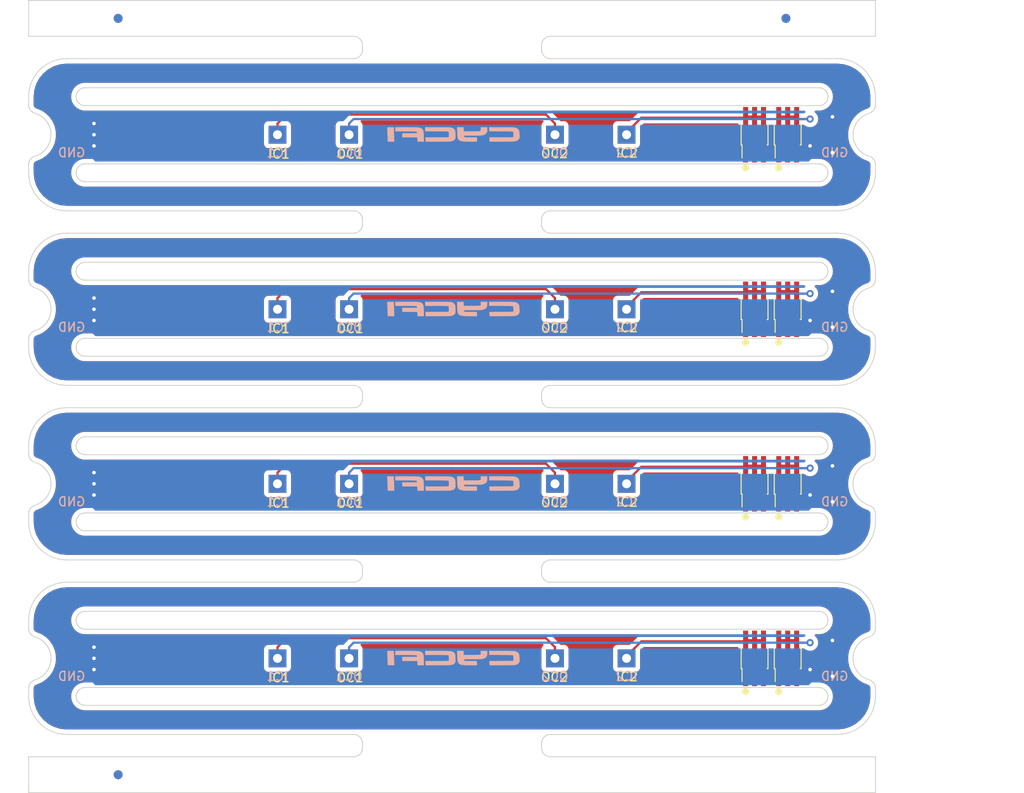
<source format=kicad_pcb>
(kicad_pcb (version 20171130) (host pcbnew 5.1.5+dfsg1-2build2)
  (layers (0 F.Cu signal) (31 B.Cu signal) (34 B.Paste user) (35 F.Paste user) (36 B.SilkS user) (37 F.SilkS user) (38 B.Mask user) (39 F.Mask user) (44 Edge.Cuts user))
  (net 0 "")
  (net 1 Board_1-/ic1)
  (net 2 Board_1-/ic2)
  (net 3 Board_1-/oc1)
  (net 4 Board_1-GND)
  (net 5 Board_2-/ic1)
  (net 6 Board_2-/ic2)
  (net 7 Board_2-/oc1)
  (net 8 Board_2-GND)
  (net 9 Board_3-/ic1)
  (net 10 Board_3-/ic2)
  (net 11 Board_3-/oc1)
  (net 12 Board_3-GND)
  (net 13 Board_4-/ic1)
  (net 14 Board_4-/ic2)
  (net 15 Board_4-/oc1)
  (net 16 Board_4-GND)
  (module NPTH (layer F.Cu) (at 53.999 130.001068)
    (fp_text reference REF** hide)
    (fp_text value NPTH hide)
    (pad "" np_thru_hole circle (at 0 0) (size 1.5 1.5) (drill 1.5) (layers *.Cu))
  )
  (module NPTH (layer F.Cu) (at 140.601001 45.499)
    (fp_text reference REF** hide)
    (fp_text value NPTH hide)
    (pad "" np_thru_hole circle (at 0 0) (size 1.5 1.5) (drill 1.5) (layers *.Cu))
  )
  (module NPTH (layer F.Cu) (at 53.999 45.499)
    (fp_text reference REF** hide)
    (fp_text value NPTH hide)
    (pad "" np_thru_hole circle (at 0 0) (size 1.5 1.5) (drill 1.5) (layers *.Cu))
  )
  (module Fiducial (layer B.Cu) (at 59.999 130.001068)
    (fp_text reference REF** hide)
    (fp_text value Fiducial hide)
    (pad "" smd circle (at 0 0) (size 1 1) (layers B.Cu B.Mask) (clearance 0.5))
  )
  (module Fiducial (layer F.Cu) (at 59.999 130.001068)
    (fp_text reference REF** hide)
    (fp_text value Fiducial hide)
    (pad "" smd circle (at 0 0) (size 1 1) (layers F.Cu F.Mask) (clearance 0.5))
  )
  (module Fiducial (layer B.Cu) (at 134.601001 45.499)
    (fp_text reference REF** hide)
    (fp_text value Fiducial hide)
    (pad "" smd circle (at 0 0) (size 1 1) (layers B.Cu B.Mask) (clearance 0.5))
  )
  (module Fiducial (layer F.Cu) (at 134.601001 45.499)
    (fp_text reference REF** hide)
    (fp_text value Fiducial hide)
    (pad "" smd circle (at 0 0) (size 1 1) (layers F.Cu F.Mask) (clearance 0.5))
  )
  (module Fiducial (layer B.Cu) (at 59.999 45.499)
    (fp_text reference REF** hide)
    (fp_text value Fiducial hide)
    (pad "" smd circle (at 0 0) (size 1 1) (layers B.Cu B.Mask) (clearance 0.5))
  )
  (module Fiducial (layer F.Cu) (at 59.999 45.499)
    (fp_text reference REF** hide)
    (fp_text value Fiducial hide)
    (pad "" smd circle (at 0 0) (size 1 1) (layers F.Cu F.Mask) (clearance 0.5))
  )
  (module cycfi_library:pin_header_2x3p_1.00mm_smd_vertical (layer F.Cu) (at 131.100001 117.000052 90)
    (fp_text reference J2 hide)
    (fp_text value "Conn 2")
    (pad 4 smd rect (at 1.9 1 90) (size 2.4 0.56) (layers F.Cu F.Paste F.Mask) (net 14 Board_4-/ic2))
    (pad 3 smd rect (at -1.9 1 90) (size 2.4 0.56) (layers F.Cu F.Paste F.Mask) (net 16 Board_4-GND))
    (pad 5 smd rect (at 1.9 0 90) (size 2.4 0.56) (layers F.Cu F.Paste F.Mask) (net 14 Board_4-/ic2))
    (pad 2 smd rect (at -1.9 0 90) (size 2.4 0.56) (layers F.Cu F.Paste F.Mask) (net 16 Board_4-GND))
    (pad 6 smd rect (at 1.9 -1 90) (size 2.4 0.56) (layers F.Cu F.Paste F.Mask) (net 14 Board_4-/ic2))
    (pad 1 smd rect (at -1.9 -1 90) (size 2.4 0.56) (layers F.Cu F.Paste F.Mask) (net 16 Board_4-GND))
  )
  (module cycfi_library:pin_header_2x3p_1.00mm_smd_vertical (layer F.Cu) (at 134.800001 117.000052 90)
    (fp_text reference J1 hide)
    (fp_text value "Conn 1")
    (pad 4 smd rect (at 1.9 1 90) (size 2.4 0.56) (layers F.Cu F.Paste F.Mask) (net 15 Board_4-/oc1))
    (pad 3 smd rect (at -1.9 1 90) (size 2.4 0.56) (layers F.Cu F.Paste F.Mask) (net 16 Board_4-GND))
    (pad 5 smd rect (at 1.9 0 90) (size 2.4 0.56) (layers F.Cu F.Paste F.Mask) (net 15 Board_4-/oc1))
    (pad 2 smd rect (at -1.9 0 90) (size 2.4 0.56) (layers F.Cu F.Paste F.Mask) (net 16 Board_4-GND))
    (pad 6 smd rect (at 1.9 -1 90) (size 2.4 0.56) (layers F.Cu F.Paste F.Mask) (net 15 Board_4-/oc1))
    (pad 1 smd rect (at -1.9 -1 90) (size 2.4 0.56) (layers F.Cu F.Paste F.Mask) (net 16 Board_4-GND))
  )
  (module cycfi_library:cycfi-logo-15mm (layer B.Cu) (at 97.550001 117.000052 180)
    (fp_text reference G*** hide)
    (fp_text value LOGO hide)
  )
  (module cycfi_library:single-pad-2x2-th (layer B.Cu) (at 77.800001 117.000052)
    (fp_text reference IC1 (at 0.15 2.15) (layer F.SilkS))
    (fp_text value single_pad_smd)
    (pad 1 thru_hole rect (at 0 0) (size 2 2) (drill 1) (layers *.Cu *.Mask) (net 13 Board_4-/ic1))
  )
  (module cycfi_library:single-pad-2x2-th (layer B.Cu) (at 116.800001 117.000052)
    (fp_text reference IC2 (at 0.05 2.05) (layer F.SilkS))
    (fp_text value single_pad_smd)
    (pad 1 thru_hole rect (at 0 0) (size 2 2) (drill 1) (layers *.Cu *.Mask) (net 14 Board_4-/ic2))
  )
  (module cycfi_library:single-pad-2x2-th (layer B.Cu) (at 85.800001 117.000052)
    (fp_text reference OC1 (at 0.1 2.15) (layer F.SilkS))
    (fp_text value single_pad_smd)
    (pad 1 thru_hole rect (at 0 0) (size 2 2) (drill 1) (layers *.Cu *.Mask) (net 15 Board_4-/oc1))
  )
  (module cycfi_library:single-pad-2x2-th (layer B.Cu) (at 108.800001 117.000052)
    (fp_text reference OC2 (at -0.05 2.1) (layer F.SilkS))
    (fp_text value single_pad_smd)
    (pad 1 thru_hole rect (at 0 0) (size 2 2) (drill 1) (layers *.Cu *.Mask) (net 13 Board_4-/ic1))
  )
  (module cycfi_library:single-pad-3x2 (layer B.Cu) (at 54.800001 117.000052)
    (fp_text reference GND (at 0 2 180) (layer B.SilkS) (effects (justify mirror)))
    (fp_text value single_pad_smd)
    (pad 1 smd rect (at 0 0) (size 3 2) (layers B.Cu B.Paste B.Mask) (net 16 Board_4-GND))
  )
  (module cycfi_library:single-pad-3x2 (layer B.Cu) (at 139.800001 117.000052 180)
    (fp_text reference GND (at -0.25 -2 180) (layer B.SilkS) (effects (justify mirror)))
    (fp_text value single_pad_smd)
    (pad 1 smd rect (at 0 0 180) (size 3 2) (layers B.Cu B.Paste B.Mask) (net 16 Board_4-GND))
  )
  (module cycfi_library:pin_header_2x3p_1.00mm_smd_vertical (layer F.Cu) (at 131.100001 97.500035 90)
    (fp_text reference J2 hide)
    (fp_text value "Conn 2")
    (pad 4 smd rect (at 1.9 1 90) (size 2.4 0.56) (layers F.Cu F.Paste F.Mask) (net 10 Board_3-/ic2))
    (pad 3 smd rect (at -1.9 1 90) (size 2.4 0.56) (layers F.Cu F.Paste F.Mask) (net 12 Board_3-GND))
    (pad 5 smd rect (at 1.9 0 90) (size 2.4 0.56) (layers F.Cu F.Paste F.Mask) (net 10 Board_3-/ic2))
    (pad 2 smd rect (at -1.9 0 90) (size 2.4 0.56) (layers F.Cu F.Paste F.Mask) (net 12 Board_3-GND))
    (pad 6 smd rect (at 1.9 -1 90) (size 2.4 0.56) (layers F.Cu F.Paste F.Mask) (net 10 Board_3-/ic2))
    (pad 1 smd rect (at -1.9 -1 90) (size 2.4 0.56) (layers F.Cu F.Paste F.Mask) (net 12 Board_3-GND))
  )
  (module cycfi_library:pin_header_2x3p_1.00mm_smd_vertical (layer F.Cu) (at 134.800001 97.500035 90)
    (fp_text reference J1 hide)
    (fp_text value "Conn 1")
    (pad 4 smd rect (at 1.9 1 90) (size 2.4 0.56) (layers F.Cu F.Paste F.Mask) (net 11 Board_3-/oc1))
    (pad 3 smd rect (at -1.9 1 90) (size 2.4 0.56) (layers F.Cu F.Paste F.Mask) (net 12 Board_3-GND))
    (pad 5 smd rect (at 1.9 0 90) (size 2.4 0.56) (layers F.Cu F.Paste F.Mask) (net 11 Board_3-/oc1))
    (pad 2 smd rect (at -1.9 0 90) (size 2.4 0.56) (layers F.Cu F.Paste F.Mask) (net 12 Board_3-GND))
    (pad 6 smd rect (at 1.9 -1 90) (size 2.4 0.56) (layers F.Cu F.Paste F.Mask) (net 11 Board_3-/oc1))
    (pad 1 smd rect (at -1.9 -1 90) (size 2.4 0.56) (layers F.Cu F.Paste F.Mask) (net 12 Board_3-GND))
  )
  (module cycfi_library:cycfi-logo-15mm (layer B.Cu) (at 97.550001 97.500035 180)
    (fp_text reference G*** hide)
    (fp_text value LOGO hide)
  )
  (module cycfi_library:single-pad-2x2-th (layer B.Cu) (at 77.800001 97.500035)
    (fp_text reference IC1 (at 0.15 2.15) (layer F.SilkS))
    (fp_text value single_pad_smd)
    (pad 1 thru_hole rect (at 0 0) (size 2 2) (drill 1) (layers *.Cu *.Mask) (net 9 Board_3-/ic1))
  )
  (module cycfi_library:single-pad-2x2-th (layer B.Cu) (at 116.800001 97.500035)
    (fp_text reference IC2 (at 0.05 2.05) (layer F.SilkS))
    (fp_text value single_pad_smd)
    (pad 1 thru_hole rect (at 0 0) (size 2 2) (drill 1) (layers *.Cu *.Mask) (net 10 Board_3-/ic2))
  )
  (module cycfi_library:single-pad-2x2-th (layer B.Cu) (at 85.800001 97.500035)
    (fp_text reference OC1 (at 0.1 2.15) (layer F.SilkS))
    (fp_text value single_pad_smd)
    (pad 1 thru_hole rect (at 0 0) (size 2 2) (drill 1) (layers *.Cu *.Mask) (net 11 Board_3-/oc1))
  )
  (module cycfi_library:single-pad-2x2-th (layer B.Cu) (at 108.800001 97.500035)
    (fp_text reference OC2 (at -0.05 2.1) (layer F.SilkS))
    (fp_text value single_pad_smd)
    (pad 1 thru_hole rect (at 0 0) (size 2 2) (drill 1) (layers *.Cu *.Mask) (net 9 Board_3-/ic1))
  )
  (module cycfi_library:single-pad-3x2 (layer B.Cu) (at 54.800001 97.500035)
    (fp_text reference GND (at 0 2 180) (layer B.SilkS) (effects (justify mirror)))
    (fp_text value single_pad_smd)
    (pad 1 smd rect (at 0 0) (size 3 2) (layers B.Cu B.Paste B.Mask) (net 12 Board_3-GND))
  )
  (module cycfi_library:single-pad-3x2 (layer B.Cu) (at 139.800001 97.500035 180)
    (fp_text reference GND (at -0.25 -2 180) (layer B.SilkS) (effects (justify mirror)))
    (fp_text value single_pad_smd)
    (pad 1 smd rect (at 0 0 180) (size 3 2) (layers B.Cu B.Paste B.Mask) (net 12 Board_3-GND))
  )
  (module cycfi_library:pin_header_2x3p_1.00mm_smd_vertical (layer F.Cu) (at 131.100001 78.000018 90)
    (fp_text reference J2 hide)
    (fp_text value "Conn 2")
    (pad 4 smd rect (at 1.9 1 90) (size 2.4 0.56) (layers F.Cu F.Paste F.Mask) (net 6 Board_2-/ic2))
    (pad 3 smd rect (at -1.9 1 90) (size 2.4 0.56) (layers F.Cu F.Paste F.Mask) (net 8 Board_2-GND))
    (pad 5 smd rect (at 1.9 0 90) (size 2.4 0.56) (layers F.Cu F.Paste F.Mask) (net 6 Board_2-/ic2))
    (pad 2 smd rect (at -1.9 0 90) (size 2.4 0.56) (layers F.Cu F.Paste F.Mask) (net 8 Board_2-GND))
    (pad 6 smd rect (at 1.9 -1 90) (size 2.4 0.56) (layers F.Cu F.Paste F.Mask) (net 6 Board_2-/ic2))
    (pad 1 smd rect (at -1.9 -1 90) (size 2.4 0.56) (layers F.Cu F.Paste F.Mask) (net 8 Board_2-GND))
  )
  (module cycfi_library:pin_header_2x3p_1.00mm_smd_vertical (layer F.Cu) (at 134.800001 78.000018 90)
    (fp_text reference J1 hide)
    (fp_text value "Conn 1")
    (pad 4 smd rect (at 1.9 1 90) (size 2.4 0.56) (layers F.Cu F.Paste F.Mask) (net 7 Board_2-/oc1))
    (pad 3 smd rect (at -1.9 1 90) (size 2.4 0.56) (layers F.Cu F.Paste F.Mask) (net 8 Board_2-GND))
    (pad 5 smd rect (at 1.9 0 90) (size 2.4 0.56) (layers F.Cu F.Paste F.Mask) (net 7 Board_2-/oc1))
    (pad 2 smd rect (at -1.9 0 90) (size 2.4 0.56) (layers F.Cu F.Paste F.Mask) (net 8 Board_2-GND))
    (pad 6 smd rect (at 1.9 -1 90) (size 2.4 0.56) (layers F.Cu F.Paste F.Mask) (net 7 Board_2-/oc1))
    (pad 1 smd rect (at -1.9 -1 90) (size 2.4 0.56) (layers F.Cu F.Paste F.Mask) (net 8 Board_2-GND))
  )
  (module cycfi_library:cycfi-logo-15mm (layer B.Cu) (at 97.550001 78.000018 180)
    (fp_text reference G*** hide)
    (fp_text value LOGO hide)
  )
  (module cycfi_library:single-pad-2x2-th (layer B.Cu) (at 77.800001 78.000018)
    (fp_text reference IC1 (at 0.15 2.15) (layer F.SilkS))
    (fp_text value single_pad_smd)
    (pad 1 thru_hole rect (at 0 0) (size 2 2) (drill 1) (layers *.Cu *.Mask) (net 5 Board_2-/ic1))
  )
  (module cycfi_library:single-pad-2x2-th (layer B.Cu) (at 116.800001 78.000018)
    (fp_text reference IC2 (at 0.05 2.05) (layer F.SilkS))
    (fp_text value single_pad_smd)
    (pad 1 thru_hole rect (at 0 0) (size 2 2) (drill 1) (layers *.Cu *.Mask) (net 6 Board_2-/ic2))
  )
  (module cycfi_library:single-pad-2x2-th (layer B.Cu) (at 85.800001 78.000018)
    (fp_text reference OC1 (at 0.1 2.15) (layer F.SilkS))
    (fp_text value single_pad_smd)
    (pad 1 thru_hole rect (at 0 0) (size 2 2) (drill 1) (layers *.Cu *.Mask) (net 7 Board_2-/oc1))
  )
  (module cycfi_library:single-pad-2x2-th (layer B.Cu) (at 108.800001 78.000018)
    (fp_text reference OC2 (at -0.05 2.1) (layer F.SilkS))
    (fp_text value single_pad_smd)
    (pad 1 thru_hole rect (at 0 0) (size 2 2) (drill 1) (layers *.Cu *.Mask) (net 5 Board_2-/ic1))
  )
  (module cycfi_library:single-pad-3x2 (layer B.Cu) (at 54.800001 78.000018)
    (fp_text reference GND (at 0 2 180) (layer B.SilkS) (effects (justify mirror)))
    (fp_text value single_pad_smd)
    (pad 1 smd rect (at 0 0) (size 3 2) (layers B.Cu B.Paste B.Mask) (net 8 Board_2-GND))
  )
  (module cycfi_library:single-pad-3x2 (layer B.Cu) (at 139.800001 78.000018 180)
    (fp_text reference GND (at -0.25 -2 180) (layer B.SilkS) (effects (justify mirror)))
    (fp_text value single_pad_smd)
    (pad 1 smd rect (at 0 0 180) (size 3 2) (layers B.Cu B.Paste B.Mask) (net 8 Board_2-GND))
  )
  (module cycfi_library:pin_header_2x3p_1.00mm_smd_vertical (layer F.Cu) (at 131.100001 58.500001 90)
    (fp_text reference J2 hide)
    (fp_text value "Conn 2")
    (pad 4 smd rect (at 1.9 1 90) (size 2.4 0.56) (layers F.Cu F.Paste F.Mask) (net 2 Board_1-/ic2))
    (pad 3 smd rect (at -1.9 1 90) (size 2.4 0.56) (layers F.Cu F.Paste F.Mask) (net 4 Board_1-GND))
    (pad 5 smd rect (at 1.9 0 90) (size 2.4 0.56) (layers F.Cu F.Paste F.Mask) (net 2 Board_1-/ic2))
    (pad 2 smd rect (at -1.9 0 90) (size 2.4 0.56) (layers F.Cu F.Paste F.Mask) (net 4 Board_1-GND))
    (pad 6 smd rect (at 1.9 -1 90) (size 2.4 0.56) (layers F.Cu F.Paste F.Mask) (net 2 Board_1-/ic2))
    (pad 1 smd rect (at -1.9 -1 90) (size 2.4 0.56) (layers F.Cu F.Paste F.Mask) (net 4 Board_1-GND))
  )
  (module cycfi_library:pin_header_2x3p_1.00mm_smd_vertical (layer F.Cu) (at 134.800001 58.500001 90)
    (fp_text reference J1 hide)
    (fp_text value "Conn 1")
    (pad 4 smd rect (at 1.9 1 90) (size 2.4 0.56) (layers F.Cu F.Paste F.Mask) (net 3 Board_1-/oc1))
    (pad 3 smd rect (at -1.9 1 90) (size 2.4 0.56) (layers F.Cu F.Paste F.Mask) (net 4 Board_1-GND))
    (pad 5 smd rect (at 1.9 0 90) (size 2.4 0.56) (layers F.Cu F.Paste F.Mask) (net 3 Board_1-/oc1))
    (pad 2 smd rect (at -1.9 0 90) (size 2.4 0.56) (layers F.Cu F.Paste F.Mask) (net 4 Board_1-GND))
    (pad 6 smd rect (at 1.9 -1 90) (size 2.4 0.56) (layers F.Cu F.Paste F.Mask) (net 3 Board_1-/oc1))
    (pad 1 smd rect (at -1.9 -1 90) (size 2.4 0.56) (layers F.Cu F.Paste F.Mask) (net 4 Board_1-GND))
  )
  (module cycfi_library:cycfi-logo-15mm (layer B.Cu) (at 97.550001 58.500001 180)
    (fp_text reference G*** hide)
    (fp_text value LOGO hide)
  )
  (module cycfi_library:single-pad-2x2-th (layer B.Cu) (at 77.800001 58.500001)
    (fp_text reference IC1 (at 0.15 2.15) (layer F.SilkS))
    (fp_text value single_pad_smd)
    (pad 1 thru_hole rect (at 0 0) (size 2 2) (drill 1) (layers *.Cu *.Mask) (net 1 Board_1-/ic1))
  )
  (module cycfi_library:single-pad-2x2-th (layer B.Cu) (at 116.800001 58.500001)
    (fp_text reference IC2 (at 0.05 2.05) (layer F.SilkS))
    (fp_text value single_pad_smd)
    (pad 1 thru_hole rect (at 0 0) (size 2 2) (drill 1) (layers *.Cu *.Mask) (net 2 Board_1-/ic2))
  )
  (module cycfi_library:single-pad-2x2-th (layer B.Cu) (at 85.800001 58.500001)
    (fp_text reference OC1 (at 0.1 2.15) (layer F.SilkS))
    (fp_text value single_pad_smd)
    (pad 1 thru_hole rect (at 0 0) (size 2 2) (drill 1) (layers *.Cu *.Mask) (net 3 Board_1-/oc1))
  )
  (module cycfi_library:single-pad-2x2-th (layer B.Cu) (at 108.800001 58.500001)
    (fp_text reference OC2 (at -0.05 2.1) (layer F.SilkS))
    (fp_text value single_pad_smd)
    (pad 1 thru_hole rect (at 0 0) (size 2 2) (drill 1) (layers *.Cu *.Mask) (net 1 Board_1-/ic1))
  )
  (module cycfi_library:single-pad-3x2 (layer B.Cu) (at 54.800001 58.500001)
    (fp_text reference GND (at 0 2 180) (layer B.SilkS) (effects (justify mirror)))
    (fp_text value single_pad_smd)
    (pad 1 smd rect (at 0 0) (size 3 2) (layers B.Cu B.Paste B.Mask) (net 4 Board_1-GND))
  )
  (module cycfi_library:single-pad-3x2 (layer B.Cu) (at 139.800001 58.500001 180)
    (fp_text reference GND (at -0.25 -2 180) (layer B.SilkS) (effects (justify mirror)))
    (fp_text value single_pad_smd)
    (pad 1 smd rect (at 0 0 180) (size 3 2) (layers B.Cu B.Paste B.Mask) (net 4 Board_1-GND))
  )
  (gr_line (start 138.5499 102.7159) (end 138.4511 102.7362) (layer Edge.Cuts) (width 0.1))
  (gr_line (start 138.6464 102.6857) (end 138.5499 102.7159) (layer Edge.Cuts) (width 0.1))
  (gr_line (start 138.7393 102.6459) (end 138.6464 102.6857) (layer Edge.Cuts) (width 0.1))
  (gr_line (start 138.8276 102.5968) (end 138.7393 102.6459) (layer Edge.Cuts) (width 0.1))
  (gr_line (start 138.9106 102.5391) (end 138.8276 102.5968) (layer Edge.Cuts) (width 0.1))
  (gr_line (start 138.9873 102.4733) (end 138.9106 102.5391) (layer Edge.Cuts) (width 0.1))
  (gr_line (start 139.0571 102.3998) (end 138.9873 102.4733) (layer Edge.Cuts) (width 0.1))
  (gr_line (start 139.119 102.3199) (end 139.0571 102.3998) (layer Edge.Cuts) (width 0.1))
  (gr_line (start 139.1724 102.2341) (end 139.119 102.3199) (layer Edge.Cuts) (width 0.1))
  (gr_line (start 139.2169 102.1434) (end 139.1724 102.2341) (layer Edge.Cuts) (width 0.1))
  (gr_line (start 139.252 102.0486) (end 139.2169 102.1434) (layer Edge.Cuts) (width 0.1))
  (gr_line (start 139.2773 101.9507) (end 139.252 102.0486) (layer Edge.Cuts) (width 0.1))
  (gr_line (start 139.2926 101.8508) (end 139.2773 101.9507) (layer Edge.Cuts) (width 0.1))
  (gr_line (start 139.2977 101.7499) (end 139.2926 101.8508) (layer Edge.Cuts) (width 0.1))
  (gr_line (start 139.2926 101.6492) (end 139.2977 101.7499) (layer Edge.Cuts) (width 0.1))
  (gr_line (start 139.2773 101.5493) (end 139.2926 101.6492) (layer Edge.Cuts) (width 0.1))
  (gr_line (start 139.252 101.4515) (end 139.2773 101.5493) (layer Edge.Cuts) (width 0.1))
  (gr_line (start 139.2169 101.3567) (end 139.252 101.4515) (layer Edge.Cuts) (width 0.1))
  (gr_line (start 139.1724 101.266) (end 139.2169 101.3567) (layer Edge.Cuts) (width 0.1))
  (gr_line (start 139.119 101.1802) (end 139.1724 101.266) (layer Edge.Cuts) (width 0.1))
  (gr_line (start 139.0571 101.1003) (end 139.119 101.1802) (layer Edge.Cuts) (width 0.1))
  (gr_line (start 138.9873 101.0268) (end 139.0571 101.1003) (layer Edge.Cuts) (width 0.1))
  (gr_line (start 138.9106 100.961) (end 138.9873 101.0268) (layer Edge.Cuts) (width 0.1))
  (gr_line (start 138.8276 100.9033) (end 138.9106 100.961) (layer Edge.Cuts) (width 0.1))
  (gr_line (start 138.7393 100.8542) (end 138.8276 100.9033) (layer Edge.Cuts) (width 0.1))
  (gr_line (start 138.6466 100.8145) (end 138.7393 100.8542) (layer Edge.Cuts) (width 0.1))
  (gr_line (start 138.5502 100.7842) (end 138.6466 100.8145) (layer Edge.Cuts) (width 0.1))
  (gr_line (start 138.4512 100.7638) (end 138.5502 100.7842) (layer Edge.Cuts) (width 0.1))
  (gr_line (start 138.3507 100.7536) (end 138.4512 100.7638) (layer Edge.Cuts) (width 0.1))
  (gr_line (start 138.2748 100.751) (end 138.3507 100.7536) (layer Edge.Cuts) (width 0.1))
  (gr_line (start 56.3254 100.751) (end 138.2748 100.751) (layer Edge.Cuts) (width 0.1))
  (gr_line (start 56.2492 100.7536) (end 56.3254 100.751) (layer Edge.Cuts) (width 0.1))
  (gr_line (start 56.1488 100.7638) (end 56.2492 100.7536) (layer Edge.Cuts) (width 0.1))
  (gr_line (start 56.0498 100.7842) (end 56.1488 100.7638) (layer Edge.Cuts) (width 0.1))
  (gr_line (start 55.9534 100.8145) (end 56.0498 100.7842) (layer Edge.Cuts) (width 0.1))
  (gr_line (start 55.8605 100.8543) (end 55.9534 100.8145) (layer Edge.Cuts) (width 0.1))
  (gr_line (start 55.7721 100.9034) (end 55.8605 100.8543) (layer Edge.Cuts) (width 0.1))
  (gr_line (start 55.6892 100.9611) (end 55.7721 100.9034) (layer Edge.Cuts) (width 0.1))
  (gr_line (start 55.6125 101.027) (end 55.6892 100.9611) (layer Edge.Cuts) (width 0.1))
  (gr_line (start 55.5429 101.1003) (end 55.6125 101.027) (layer Edge.Cuts) (width 0.1))
  (gr_line (start 55.481 101.1802) (end 55.5429 101.1003) (layer Edge.Cuts) (width 0.1))
  (gr_line (start 55.4276 101.266) (end 55.481 101.1802) (layer Edge.Cuts) (width 0.1))
  (gr_line (start 55.3831 101.3567) (end 55.4276 101.266) (layer Edge.Cuts) (width 0.1))
  (gr_line (start 55.3481 101.4512) (end 55.3831 101.3567) (layer Edge.Cuts) (width 0.1))
  (gr_line (start 55.3227 101.5491) (end 55.3481 101.4512) (layer Edge.Cuts) (width 0.1))
  (gr_line (start 55.3074 101.649) (end 55.3227 101.5491) (layer Edge.Cuts) (width 0.1))
  (gr_line (start 55.3023 101.7499) (end 55.3074 101.649) (layer Edge.Cuts) (width 0.1))
  (gr_line (start 55.3074 101.8508) (end 55.3023 101.7499) (layer Edge.Cuts) (width 0.1))
  (gr_line (start 55.3227 101.9507) (end 55.3074 101.8508) (layer Edge.Cuts) (width 0.1))
  (gr_line (start 55.348 102.0486) (end 55.3227 101.9507) (layer Edge.Cuts) (width 0.1))
  (gr_line (start 55.3831 102.1434) (end 55.348 102.0486) (layer Edge.Cuts) (width 0.1))
  (gr_line (start 55.4276 102.2341) (end 55.3831 102.1434) (layer Edge.Cuts) (width 0.1))
  (gr_line (start 55.481 102.3199) (end 55.4276 102.2341) (layer Edge.Cuts) (width 0.1))
  (gr_line (start 55.5429 102.3998) (end 55.481 102.3199) (layer Edge.Cuts) (width 0.1))
  (gr_line (start 55.6125 102.4731) (end 55.5429 102.3998) (layer Edge.Cuts) (width 0.1))
  (gr_line (start 55.6892 102.5389) (end 55.6125 102.4731) (layer Edge.Cuts) (width 0.1))
  (gr_line (start 55.7721 102.5967) (end 55.6892 102.5389) (layer Edge.Cuts) (width 0.1))
  (gr_line (start 55.8605 102.6457) (end 55.7721 102.5967) (layer Edge.Cuts) (width 0.1))
  (gr_line (start 55.9534 102.6856) (end 55.8605 102.6457) (layer Edge.Cuts) (width 0.1))
  (gr_line (start 56.0498 102.7159) (end 55.9534 102.6856) (layer Edge.Cuts) (width 0.1))
  (gr_line (start 56.1488 102.7362) (end 56.0498 102.7159) (layer Edge.Cuts) (width 0.1))
  (gr_line (start 56.2493 102.7465) (end 56.1488 102.7362) (layer Edge.Cuts) (width 0.1))
  (gr_line (start 56.3252 102.749) (end 56.2493 102.7465) (layer Edge.Cuts) (width 0.1))
  (gr_line (start 138.2749 102.749) (end 56.3252 102.749) (layer Edge.Cuts) (width 0.1))
  (gr_line (start 138.3505 102.7465) (end 138.2749 102.749) (layer Edge.Cuts) (width 0.1))
  (gr_line (start 138.4511 102.7362) (end 138.3505 102.7465) (layer Edge.Cuts) (width 0.1))
  (gr_line (start 138.5499 94.2159) (end 138.4511 94.2362) (layer Edge.Cuts) (width 0.1))
  (gr_line (start 138.6464 94.1857) (end 138.5499 94.2159) (layer Edge.Cuts) (width 0.1))
  (gr_line (start 138.7393 94.1459) (end 138.6464 94.1857) (layer Edge.Cuts) (width 0.1))
  (gr_line (start 138.8276 94.0968) (end 138.7393 94.1459) (layer Edge.Cuts) (width 0.1))
  (gr_line (start 138.9106 94.0391) (end 138.8276 94.0968) (layer Edge.Cuts) (width 0.1))
  (gr_line (start 138.9873 93.9733) (end 138.9106 94.0391) (layer Edge.Cuts) (width 0.1))
  (gr_line (start 139.0571 93.8998) (end 138.9873 93.9733) (layer Edge.Cuts) (width 0.1))
  (gr_line (start 139.119 93.8199) (end 139.0571 93.8998) (layer Edge.Cuts) (width 0.1))
  (gr_line (start 139.1724 93.7341) (end 139.119 93.8199) (layer Edge.Cuts) (width 0.1))
  (gr_line (start 139.2169 93.6434) (end 139.1724 93.7341) (layer Edge.Cuts) (width 0.1))
  (gr_line (start 139.252 93.5486) (end 139.2169 93.6434) (layer Edge.Cuts) (width 0.1))
  (gr_line (start 139.2773 93.4507) (end 139.252 93.5486) (layer Edge.Cuts) (width 0.1))
  (gr_line (start 139.2926 93.3508) (end 139.2773 93.4507) (layer Edge.Cuts) (width 0.1))
  (gr_line (start 139.2977 93.2499) (end 139.2926 93.3508) (layer Edge.Cuts) (width 0.1))
  (gr_line (start 139.2926 93.1492) (end 139.2977 93.2499) (layer Edge.Cuts) (width 0.1))
  (gr_line (start 139.2773 93.0493) (end 139.2926 93.1492) (layer Edge.Cuts) (width 0.1))
  (gr_line (start 139.252 92.9515) (end 139.2773 93.0493) (layer Edge.Cuts) (width 0.1))
  (gr_line (start 139.2169 92.8567) (end 139.252 92.9515) (layer Edge.Cuts) (width 0.1))
  (gr_line (start 139.1724 92.766) (end 139.2169 92.8567) (layer Edge.Cuts) (width 0.1))
  (gr_line (start 139.119 92.6802) (end 139.1724 92.766) (layer Edge.Cuts) (width 0.1))
  (gr_line (start 139.0571 92.6003) (end 139.119 92.6802) (layer Edge.Cuts) (width 0.1))
  (gr_line (start 138.9873 92.5268) (end 139.0571 92.6003) (layer Edge.Cuts) (width 0.1))
  (gr_line (start 138.9106 92.461) (end 138.9873 92.5268) (layer Edge.Cuts) (width 0.1))
  (gr_line (start 138.8276 92.4033) (end 138.9106 92.461) (layer Edge.Cuts) (width 0.1))
  (gr_line (start 138.7393 92.3542) (end 138.8276 92.4033) (layer Edge.Cuts) (width 0.1))
  (gr_line (start 138.6466 92.3145) (end 138.7393 92.3542) (layer Edge.Cuts) (width 0.1))
  (gr_line (start 138.5502 92.2842) (end 138.6466 92.3145) (layer Edge.Cuts) (width 0.1))
  (gr_line (start 138.4512 92.2638) (end 138.5502 92.2842) (layer Edge.Cuts) (width 0.1))
  (gr_line (start 138.3507 92.2536) (end 138.4512 92.2638) (layer Edge.Cuts) (width 0.1))
  (gr_line (start 138.2748 92.251) (end 138.3507 92.2536) (layer Edge.Cuts) (width 0.1))
  (gr_line (start 56.3254 92.251) (end 138.2748 92.251) (layer Edge.Cuts) (width 0.1))
  (gr_line (start 56.2492 92.2536) (end 56.3254 92.251) (layer Edge.Cuts) (width 0.1))
  (gr_line (start 56.1488 92.2638) (end 56.2492 92.2536) (layer Edge.Cuts) (width 0.1))
  (gr_line (start 56.0498 92.2842) (end 56.1488 92.2638) (layer Edge.Cuts) (width 0.1))
  (gr_line (start 55.9534 92.3145) (end 56.0498 92.2842) (layer Edge.Cuts) (width 0.1))
  (gr_line (start 55.8605 92.3543) (end 55.9534 92.3145) (layer Edge.Cuts) (width 0.1))
  (gr_line (start 55.7721 92.4034) (end 55.8605 92.3543) (layer Edge.Cuts) (width 0.1))
  (gr_line (start 55.6892 92.4611) (end 55.7721 92.4034) (layer Edge.Cuts) (width 0.1))
  (gr_line (start 55.6125 92.527) (end 55.6892 92.4611) (layer Edge.Cuts) (width 0.1))
  (gr_line (start 55.5429 92.6003) (end 55.6125 92.527) (layer Edge.Cuts) (width 0.1))
  (gr_line (start 55.481 92.6802) (end 55.5429 92.6003) (layer Edge.Cuts) (width 0.1))
  (gr_line (start 55.4276 92.766) (end 55.481 92.6802) (layer Edge.Cuts) (width 0.1))
  (gr_line (start 55.3831 92.8567) (end 55.4276 92.766) (layer Edge.Cuts) (width 0.1))
  (gr_line (start 55.3481 92.9512) (end 55.3831 92.8567) (layer Edge.Cuts) (width 0.1))
  (gr_line (start 55.3227 93.0491) (end 55.3481 92.9512) (layer Edge.Cuts) (width 0.1))
  (gr_line (start 55.3074 93.149) (end 55.3227 93.0491) (layer Edge.Cuts) (width 0.1))
  (gr_line (start 55.3023 93.2499) (end 55.3074 93.149) (layer Edge.Cuts) (width 0.1))
  (gr_line (start 55.3074 93.3508) (end 55.3023 93.2499) (layer Edge.Cuts) (width 0.1))
  (gr_line (start 55.3227 93.4507) (end 55.3074 93.3508) (layer Edge.Cuts) (width 0.1))
  (gr_line (start 55.348 93.5486) (end 55.3227 93.4507) (layer Edge.Cuts) (width 0.1))
  (gr_line (start 55.3831 93.6434) (end 55.348 93.5486) (layer Edge.Cuts) (width 0.1))
  (gr_line (start 55.4276 93.7341) (end 55.3831 93.6434) (layer Edge.Cuts) (width 0.1))
  (gr_line (start 55.481 93.8199) (end 55.4276 93.7341) (layer Edge.Cuts) (width 0.1))
  (gr_line (start 55.5429 93.8998) (end 55.481 93.8199) (layer Edge.Cuts) (width 0.1))
  (gr_line (start 55.6125 93.9731) (end 55.5429 93.8998) (layer Edge.Cuts) (width 0.1))
  (gr_line (start 55.6892 94.0389) (end 55.6125 93.9731) (layer Edge.Cuts) (width 0.1))
  (gr_line (start 55.7721 94.0967) (end 55.6892 94.0389) (layer Edge.Cuts) (width 0.1))
  (gr_line (start 55.8605 94.1457) (end 55.7721 94.0967) (layer Edge.Cuts) (width 0.1))
  (gr_line (start 55.9534 94.1856) (end 55.8605 94.1457) (layer Edge.Cuts) (width 0.1))
  (gr_line (start 56.0498 94.2159) (end 55.9534 94.1856) (layer Edge.Cuts) (width 0.1))
  (gr_line (start 56.1488 94.2362) (end 56.0498 94.2159) (layer Edge.Cuts) (width 0.1))
  (gr_line (start 56.2493 94.2465) (end 56.1488 94.2362) (layer Edge.Cuts) (width 0.1))
  (gr_line (start 56.3252 94.249) (end 56.2493 94.2465) (layer Edge.Cuts) (width 0.1))
  (gr_line (start 138.2749 94.249) (end 56.3252 94.249) (layer Edge.Cuts) (width 0.1))
  (gr_line (start 138.3505 94.2465) (end 138.2749 94.249) (layer Edge.Cuts) (width 0.1))
  (gr_line (start 138.4511 94.2362) (end 138.3505 94.2465) (layer Edge.Cuts) (width 0.1))
  (gr_line (start 138.5499 83.2159) (end 138.451 83.2362) (layer Edge.Cuts) (width 0.1))
  (gr_line (start 138.6464 83.1857) (end 138.5499 83.2159) (layer Edge.Cuts) (width 0.1))
  (gr_line (start 138.7393 83.1458) (end 138.6464 83.1857) (layer Edge.Cuts) (width 0.1))
  (gr_line (start 138.8276 83.0968) (end 138.7393 83.1458) (layer Edge.Cuts) (width 0.1))
  (gr_line (start 138.9106 83.0391) (end 138.8276 83.0968) (layer Edge.Cuts) (width 0.1))
  (gr_line (start 138.9873 82.9733) (end 138.9106 83.0391) (layer Edge.Cuts) (width 0.1))
  (gr_line (start 139.0571 82.8998) (end 138.9873 82.9733) (layer Edge.Cuts) (width 0.1))
  (gr_line (start 139.119 82.8199) (end 139.0571 82.8998) (layer Edge.Cuts) (width 0.1))
  (gr_line (start 139.1724 82.7341) (end 139.119 82.8199) (layer Edge.Cuts) (width 0.1))
  (gr_line (start 139.2169 82.6433) (end 139.1724 82.7341) (layer Edge.Cuts) (width 0.1))
  (gr_line (start 139.252 82.5486) (end 139.2169 82.6433) (layer Edge.Cuts) (width 0.1))
  (gr_line (start 139.2773 82.4507) (end 139.252 82.5486) (layer Edge.Cuts) (width 0.1))
  (gr_line (start 139.2926 82.3508) (end 139.2773 82.4507) (layer Edge.Cuts) (width 0.1))
  (gr_line (start 139.2977 82.2499) (end 139.2926 82.3508) (layer Edge.Cuts) (width 0.1))
  (gr_line (start 139.2926 82.1492) (end 139.2977 82.2499) (layer Edge.Cuts) (width 0.1))
  (gr_line (start 139.2773 82.0493) (end 139.2926 82.1492) (layer Edge.Cuts) (width 0.1))
  (gr_line (start 139.252 81.9515) (end 139.2773 82.0493) (layer Edge.Cuts) (width 0.1))
  (gr_line (start 139.2169 81.8567) (end 139.252 81.9515) (layer Edge.Cuts) (width 0.1))
  (gr_line (start 139.1724 81.7659) (end 139.2169 81.8567) (layer Edge.Cuts) (width 0.1))
  (gr_line (start 139.119 81.6802) (end 139.1724 81.7659) (layer Edge.Cuts) (width 0.1))
  (gr_line (start 139.0571 81.6002) (end 139.119 81.6802) (layer Edge.Cuts) (width 0.1))
  (gr_line (start 138.9873 81.5268) (end 139.0571 81.6002) (layer Edge.Cuts) (width 0.1))
  (gr_line (start 138.9106 81.461) (end 138.9873 81.5268) (layer Edge.Cuts) (width 0.1))
  (gr_line (start 138.8276 81.4032) (end 138.9106 81.461) (layer Edge.Cuts) (width 0.1))
  (gr_line (start 138.7393 81.3542) (end 138.8276 81.4032) (layer Edge.Cuts) (width 0.1))
  (gr_line (start 138.6466 81.3145) (end 138.7393 81.3542) (layer Edge.Cuts) (width 0.1))
  (gr_line (start 138.5502 81.2842) (end 138.6466 81.3145) (layer Edge.Cuts) (width 0.1))
  (gr_line (start 138.4512 81.2638) (end 138.5502 81.2842) (layer Edge.Cuts) (width 0.1))
  (gr_line (start 138.3507 81.2536) (end 138.4512 81.2638) (layer Edge.Cuts) (width 0.1))
  (gr_line (start 138.2748 81.251) (end 138.3507 81.2536) (layer Edge.Cuts) (width 0.1))
  (gr_line (start 56.3253 81.251) (end 138.2748 81.251) (layer Edge.Cuts) (width 0.1))
  (gr_line (start 56.2492 81.2536) (end 56.3253 81.251) (layer Edge.Cuts) (width 0.1))
  (gr_line (start 56.1488 81.2638) (end 56.2492 81.2536) (layer Edge.Cuts) (width 0.1))
  (gr_line (start 56.0498 81.2842) (end 56.1488 81.2638) (layer Edge.Cuts) (width 0.1))
  (gr_line (start 55.9534 81.3145) (end 56.0498 81.2842) (layer Edge.Cuts) (width 0.1))
  (gr_line (start 55.8605 81.3543) (end 55.9534 81.3145) (layer Edge.Cuts) (width 0.1))
  (gr_line (start 55.7721 81.4034) (end 55.8605 81.3543) (layer Edge.Cuts) (width 0.1))
  (gr_line (start 55.6892 81.4611) (end 55.7721 81.4034) (layer Edge.Cuts) (width 0.1))
  (gr_line (start 55.6125 81.527) (end 55.6892 81.4611) (layer Edge.Cuts) (width 0.1))
  (gr_line (start 55.5429 81.6002) (end 55.6125 81.527) (layer Edge.Cuts) (width 0.1))
  (gr_line (start 55.481 81.6802) (end 55.5429 81.6002) (layer Edge.Cuts) (width 0.1))
  (gr_line (start 55.4276 81.7659) (end 55.481 81.6802) (layer Edge.Cuts) (width 0.1))
  (gr_line (start 55.3831 81.8567) (end 55.4276 81.7659) (layer Edge.Cuts) (width 0.1))
  (gr_line (start 55.3481 81.9512) (end 55.3831 81.8567) (layer Edge.Cuts) (width 0.1))
  (gr_line (start 55.3227 82.049) (end 55.3481 81.9512) (layer Edge.Cuts) (width 0.1))
  (gr_line (start 55.3074 82.1489) (end 55.3227 82.049) (layer Edge.Cuts) (width 0.1))
  (gr_line (start 55.3023 82.2499) (end 55.3074 82.1489) (layer Edge.Cuts) (width 0.1))
  (gr_line (start 55.3074 82.3508) (end 55.3023 82.2499) (layer Edge.Cuts) (width 0.1))
  (gr_line (start 55.3227 82.4507) (end 55.3074 82.3508) (layer Edge.Cuts) (width 0.1))
  (gr_line (start 55.348 82.5486) (end 55.3227 82.4507) (layer Edge.Cuts) (width 0.1))
  (gr_line (start 55.3831 82.6433) (end 55.348 82.5486) (layer Edge.Cuts) (width 0.1))
  (gr_line (start 55.4276 82.7341) (end 55.3831 82.6433) (layer Edge.Cuts) (width 0.1))
  (gr_line (start 55.481 82.8199) (end 55.4276 82.7341) (layer Edge.Cuts) (width 0.1))
  (gr_line (start 55.5429 82.8998) (end 55.481 82.8199) (layer Edge.Cuts) (width 0.1))
  (gr_line (start 55.6125 82.9731) (end 55.5429 82.8998) (layer Edge.Cuts) (width 0.1))
  (gr_line (start 55.6892 83.0389) (end 55.6125 82.9731) (layer Edge.Cuts) (width 0.1))
  (gr_line (start 55.7721 83.0967) (end 55.6892 83.0389) (layer Edge.Cuts) (width 0.1))
  (gr_line (start 55.8605 83.1457) (end 55.7721 83.0967) (layer Edge.Cuts) (width 0.1))
  (gr_line (start 55.9534 83.1856) (end 55.8605 83.1457) (layer Edge.Cuts) (width 0.1))
  (gr_line (start 56.0498 83.2158) (end 55.9534 83.1856) (layer Edge.Cuts) (width 0.1))
  (gr_line (start 56.1488 83.2362) (end 56.0498 83.2158) (layer Edge.Cuts) (width 0.1))
  (gr_line (start 56.2493 83.2464) (end 56.1488 83.2362) (layer Edge.Cuts) (width 0.1))
  (gr_line (start 56.3252 83.249) (end 56.2493 83.2464) (layer Edge.Cuts) (width 0.1))
  (gr_line (start 138.2748 83.249) (end 56.3252 83.249) (layer Edge.Cuts) (width 0.1))
  (gr_line (start 138.3506 83.2464) (end 138.2748 83.249) (layer Edge.Cuts) (width 0.1))
  (gr_line (start 138.451 83.2362) (end 138.3506 83.2464) (layer Edge.Cuts) (width 0.1))
  (gr_line (start 138.5499 74.7159) (end 138.451 74.7362) (layer Edge.Cuts) (width 0.1))
  (gr_line (start 138.6464 74.6857) (end 138.5499 74.7159) (layer Edge.Cuts) (width 0.1))
  (gr_line (start 138.7393 74.6458) (end 138.6464 74.6857) (layer Edge.Cuts) (width 0.1))
  (gr_line (start 138.8276 74.5968) (end 138.7393 74.6458) (layer Edge.Cuts) (width 0.1))
  (gr_line (start 138.9106 74.5391) (end 138.8276 74.5968) (layer Edge.Cuts) (width 0.1))
  (gr_line (start 138.9873 74.4733) (end 138.9106 74.5391) (layer Edge.Cuts) (width 0.1))
  (gr_line (start 139.0571 74.3998) (end 138.9873 74.4733) (layer Edge.Cuts) (width 0.1))
  (gr_line (start 139.119 74.3199) (end 139.0571 74.3998) (layer Edge.Cuts) (width 0.1))
  (gr_line (start 139.1724 74.2341) (end 139.119 74.3199) (layer Edge.Cuts) (width 0.1))
  (gr_line (start 139.2169 74.1433) (end 139.1724 74.2341) (layer Edge.Cuts) (width 0.1))
  (gr_line (start 139.252 74.0486) (end 139.2169 74.1433) (layer Edge.Cuts) (width 0.1))
  (gr_line (start 139.2773 73.9507) (end 139.252 74.0486) (layer Edge.Cuts) (width 0.1))
  (gr_line (start 139.2926 73.8508) (end 139.2773 73.9507) (layer Edge.Cuts) (width 0.1))
  (gr_line (start 139.2977 73.7499) (end 139.2926 73.8508) (layer Edge.Cuts) (width 0.1))
  (gr_line (start 139.2926 73.6492) (end 139.2977 73.7499) (layer Edge.Cuts) (width 0.1))
  (gr_line (start 139.2773 73.5493) (end 139.2926 73.6492) (layer Edge.Cuts) (width 0.1))
  (gr_line (start 139.252 73.4515) (end 139.2773 73.5493) (layer Edge.Cuts) (width 0.1))
  (gr_line (start 139.2169 73.3567) (end 139.252 73.4515) (layer Edge.Cuts) (width 0.1))
  (gr_line (start 139.1724 73.2659) (end 139.2169 73.3567) (layer Edge.Cuts) (width 0.1))
  (gr_line (start 139.119 73.1802) (end 139.1724 73.2659) (layer Edge.Cuts) (width 0.1))
  (gr_line (start 139.0571 73.1002) (end 139.119 73.1802) (layer Edge.Cuts) (width 0.1))
  (gr_line (start 138.9873 73.0268) (end 139.0571 73.1002) (layer Edge.Cuts) (width 0.1))
  (gr_line (start 138.9106 72.961) (end 138.9873 73.0268) (layer Edge.Cuts) (width 0.1))
  (gr_line (start 138.8276 72.9032) (end 138.9106 72.961) (layer Edge.Cuts) (width 0.1))
  (gr_line (start 138.7393 72.8542) (end 138.8276 72.9032) (layer Edge.Cuts) (width 0.1))
  (gr_line (start 138.6466 72.8145) (end 138.7393 72.8542) (layer Edge.Cuts) (width 0.1))
  (gr_line (start 138.5502 72.7842) (end 138.6466 72.8145) (layer Edge.Cuts) (width 0.1))
  (gr_line (start 138.4512 72.7638) (end 138.5502 72.7842) (layer Edge.Cuts) (width 0.1))
  (gr_line (start 138.3507 72.7536) (end 138.4512 72.7638) (layer Edge.Cuts) (width 0.1))
  (gr_line (start 138.2748 72.751) (end 138.3507 72.7536) (layer Edge.Cuts) (width 0.1))
  (gr_line (start 56.3253 72.751) (end 138.2748 72.751) (layer Edge.Cuts) (width 0.1))
  (gr_line (start 56.2492 72.7536) (end 56.3253 72.751) (layer Edge.Cuts) (width 0.1))
  (gr_line (start 56.1488 72.7638) (end 56.2492 72.7536) (layer Edge.Cuts) (width 0.1))
  (gr_line (start 56.0498 72.7842) (end 56.1488 72.7638) (layer Edge.Cuts) (width 0.1))
  (gr_line (start 55.9534 72.8145) (end 56.0498 72.7842) (layer Edge.Cuts) (width 0.1))
  (gr_line (start 55.8605 72.8543) (end 55.9534 72.8145) (layer Edge.Cuts) (width 0.1))
  (gr_line (start 55.7721 72.9034) (end 55.8605 72.8543) (layer Edge.Cuts) (width 0.1))
  (gr_line (start 55.6892 72.9611) (end 55.7721 72.9034) (layer Edge.Cuts) (width 0.1))
  (gr_line (start 55.6125 73.027) (end 55.6892 72.9611) (layer Edge.Cuts) (width 0.1))
  (gr_line (start 55.5429 73.1002) (end 55.6125 73.027) (layer Edge.Cuts) (width 0.1))
  (gr_line (start 55.481 73.1802) (end 55.5429 73.1002) (layer Edge.Cuts) (width 0.1))
  (gr_line (start 55.4276 73.2659) (end 55.481 73.1802) (layer Edge.Cuts) (width 0.1))
  (gr_line (start 55.3831 73.3567) (end 55.4276 73.2659) (layer Edge.Cuts) (width 0.1))
  (gr_line (start 55.3481 73.4512) (end 55.3831 73.3567) (layer Edge.Cuts) (width 0.1))
  (gr_line (start 55.3227 73.549) (end 55.3481 73.4512) (layer Edge.Cuts) (width 0.1))
  (gr_line (start 55.3074 73.6489) (end 55.3227 73.549) (layer Edge.Cuts) (width 0.1))
  (gr_line (start 55.3023 73.7499) (end 55.3074 73.6489) (layer Edge.Cuts) (width 0.1))
  (gr_line (start 55.3074 73.8508) (end 55.3023 73.7499) (layer Edge.Cuts) (width 0.1))
  (gr_line (start 55.3227 73.9507) (end 55.3074 73.8508) (layer Edge.Cuts) (width 0.1))
  (gr_line (start 55.348 74.0486) (end 55.3227 73.9507) (layer Edge.Cuts) (width 0.1))
  (gr_line (start 55.3831 74.1433) (end 55.348 74.0486) (layer Edge.Cuts) (width 0.1))
  (gr_line (start 55.4276 74.2341) (end 55.3831 74.1433) (layer Edge.Cuts) (width 0.1))
  (gr_line (start 55.481 74.3199) (end 55.4276 74.2341) (layer Edge.Cuts) (width 0.1))
  (gr_line (start 55.5429 74.3998) (end 55.481 74.3199) (layer Edge.Cuts) (width 0.1))
  (gr_line (start 55.6125 74.4731) (end 55.5429 74.3998) (layer Edge.Cuts) (width 0.1))
  (gr_line (start 55.6892 74.5389) (end 55.6125 74.4731) (layer Edge.Cuts) (width 0.1))
  (gr_line (start 55.7721 74.5967) (end 55.6892 74.5389) (layer Edge.Cuts) (width 0.1))
  (gr_line (start 55.8605 74.6457) (end 55.7721 74.5967) (layer Edge.Cuts) (width 0.1))
  (gr_line (start 55.9534 74.6856) (end 55.8605 74.6457) (layer Edge.Cuts) (width 0.1))
  (gr_line (start 56.0498 74.7158) (end 55.9534 74.6856) (layer Edge.Cuts) (width 0.1))
  (gr_line (start 56.1488 74.7362) (end 56.0498 74.7158) (layer Edge.Cuts) (width 0.1))
  (gr_line (start 56.2493 74.7464) (end 56.1488 74.7362) (layer Edge.Cuts) (width 0.1))
  (gr_line (start 56.3252 74.749) (end 56.2493 74.7464) (layer Edge.Cuts) (width 0.1))
  (gr_line (start 138.2748 74.749) (end 56.3252 74.749) (layer Edge.Cuts) (width 0.1))
  (gr_line (start 138.3506 74.7464) (end 138.2748 74.749) (layer Edge.Cuts) (width 0.1))
  (gr_line (start 138.451 74.7362) (end 138.3506 74.7464) (layer Edge.Cuts) (width 0.1))
  (gr_line (start 138.5499 63.7159) (end 138.451 63.7362) (layer Edge.Cuts) (width 0.1))
  (gr_line (start 138.6464 63.6857) (end 138.5499 63.7159) (layer Edge.Cuts) (width 0.1))
  (gr_line (start 138.7393 63.6458) (end 138.6464 63.6857) (layer Edge.Cuts) (width 0.1))
  (gr_line (start 138.8276 63.5968) (end 138.7393 63.6458) (layer Edge.Cuts) (width 0.1))
  (gr_line (start 138.9106 63.5391) (end 138.8276 63.5968) (layer Edge.Cuts) (width 0.1))
  (gr_line (start 138.9873 63.4732) (end 138.9106 63.5391) (layer Edge.Cuts) (width 0.1))
  (gr_line (start 139.0571 63.3998) (end 138.9873 63.4732) (layer Edge.Cuts) (width 0.1))
  (gr_line (start 139.1188 63.3201) (end 139.0571 63.3998) (layer Edge.Cuts) (width 0.1))
  (gr_line (start 139.1723 63.2343) (end 139.1188 63.3201) (layer Edge.Cuts) (width 0.1))
  (gr_line (start 139.2168 63.1436) (end 139.1723 63.2343) (layer Edge.Cuts) (width 0.1))
  (gr_line (start 139.2519 63.0488) (end 139.2168 63.1436) (layer Edge.Cuts) (width 0.1))
  (gr_line (start 139.2773 62.951) (end 139.2519 63.0488) (layer Edge.Cuts) (width 0.1))
  (gr_line (start 139.2926 62.8511) (end 139.2773 62.951) (layer Edge.Cuts) (width 0.1))
  (gr_line (start 139.2977 62.7501) (end 139.2926 62.8511) (layer Edge.Cuts) (width 0.1))
  (gr_line (start 139.2926 62.6492) (end 139.2977 62.7501) (layer Edge.Cuts) (width 0.1))
  (gr_line (start 139.2773 62.5493) (end 139.2926 62.6492) (layer Edge.Cuts) (width 0.1))
  (gr_line (start 139.252 62.4515) (end 139.2773 62.5493) (layer Edge.Cuts) (width 0.1))
  (gr_line (start 139.2168 62.3564) (end 139.252 62.4515) (layer Edge.Cuts) (width 0.1))
  (gr_line (start 139.1723 62.2657) (end 139.2168 62.3564) (layer Edge.Cuts) (width 0.1))
  (gr_line (start 139.1188 62.1799) (end 139.1723 62.2657) (layer Edge.Cuts) (width 0.1))
  (gr_line (start 139.0569 62.1) (end 139.1188 62.1799) (layer Edge.Cuts) (width 0.1))
  (gr_line (start 138.9873 62.0268) (end 139.0569 62.1) (layer Edge.Cuts) (width 0.1))
  (gr_line (start 138.9106 61.9609) (end 138.9873 62.0268) (layer Edge.Cuts) (width 0.1))
  (gr_line (start 138.8276 61.9032) (end 138.9106 61.9609) (layer Edge.Cuts) (width 0.1))
  (gr_line (start 138.7395 61.8543) (end 138.8276 61.9032) (layer Edge.Cuts) (width 0.1))
  (gr_line (start 138.6466 61.8144) (end 138.7395 61.8543) (layer Edge.Cuts) (width 0.1))
  (gr_line (start 138.5502 61.7842) (end 138.6466 61.8144) (layer Edge.Cuts) (width 0.1))
  (gr_line (start 138.4512 61.7638) (end 138.5502 61.7842) (layer Edge.Cuts) (width 0.1))
  (gr_line (start 138.3507 61.7536) (end 138.4512 61.7638) (layer Edge.Cuts) (width 0.1))
  (gr_line (start 138.2748 61.751) (end 138.3507 61.7536) (layer Edge.Cuts) (width 0.1))
  (gr_line (start 56.3252 61.751) (end 138.2748 61.751) (layer Edge.Cuts) (width 0.1))
  (gr_line (start 56.2493 61.7536) (end 56.3252 61.751) (layer Edge.Cuts) (width 0.1))
  (gr_line (start 56.1488 61.7638) (end 56.2493 61.7536) (layer Edge.Cuts) (width 0.1))
  (gr_line (start 56.0498 61.7842) (end 56.1488 61.7638) (layer Edge.Cuts) (width 0.1))
  (gr_line (start 55.9534 61.8144) (end 56.0498 61.7842) (layer Edge.Cuts) (width 0.1))
  (gr_line (start 55.8605 61.8543) (end 55.9534 61.8144) (layer Edge.Cuts) (width 0.1))
  (gr_line (start 55.7721 61.9034) (end 55.8605 61.8543) (layer Edge.Cuts) (width 0.1))
  (gr_line (start 55.6892 61.9611) (end 55.7721 61.9034) (layer Edge.Cuts) (width 0.1))
  (gr_line (start 55.6125 62.027) (end 55.6892 61.9611) (layer Edge.Cuts) (width 0.1))
  (gr_line (start 55.5429 62.1002) (end 55.6125 62.027) (layer Edge.Cuts) (width 0.1))
  (gr_line (start 55.481 62.1802) (end 55.5429 62.1002) (layer Edge.Cuts) (width 0.1))
  (gr_line (start 55.4276 62.2659) (end 55.481 62.1802) (layer Edge.Cuts) (width 0.1))
  (gr_line (start 55.3831 62.3567) (end 55.4276 62.2659) (layer Edge.Cuts) (width 0.1))
  (gr_line (start 55.348 62.4515) (end 55.3831 62.3567) (layer Edge.Cuts) (width 0.1))
  (gr_line (start 55.3227 62.549) (end 55.348 62.4515) (layer Edge.Cuts) (width 0.1))
  (gr_line (start 55.3074 62.6489) (end 55.3227 62.549) (layer Edge.Cuts) (width 0.1))
  (gr_line (start 55.3023 62.7499) (end 55.3074 62.6489) (layer Edge.Cuts) (width 0.1))
  (gr_line (start 55.3074 62.8508) (end 55.3023 62.7499) (layer Edge.Cuts) (width 0.1))
  (gr_line (start 55.3227 62.9507) (end 55.3074 62.8508) (layer Edge.Cuts) (width 0.1))
  (gr_line (start 55.348 63.0485) (end 55.3227 62.9507) (layer Edge.Cuts) (width 0.1))
  (gr_line (start 55.3831 63.1433) (end 55.348 63.0485) (layer Edge.Cuts) (width 0.1))
  (gr_line (start 55.4276 63.2341) (end 55.3831 63.1433) (layer Edge.Cuts) (width 0.1))
  (gr_line (start 55.481 63.3199) (end 55.4276 63.2341) (layer Edge.Cuts) (width 0.1))
  (gr_line (start 55.5429 63.3998) (end 55.481 63.3199) (layer Edge.Cuts) (width 0.1))
  (gr_line (start 55.6125 63.473) (end 55.5429 63.3998) (layer Edge.Cuts) (width 0.1))
  (gr_line (start 55.6892 63.5389) (end 55.6125 63.473) (layer Edge.Cuts) (width 0.1))
  (gr_line (start 55.7721 63.5966) (end 55.6892 63.5389) (layer Edge.Cuts) (width 0.1))
  (gr_line (start 55.8605 63.6457) (end 55.7721 63.5966) (layer Edge.Cuts) (width 0.1))
  (gr_line (start 55.9534 63.6856) (end 55.8605 63.6457) (layer Edge.Cuts) (width 0.1))
  (gr_line (start 56.0498 63.7158) (end 55.9534 63.6856) (layer Edge.Cuts) (width 0.1))
  (gr_line (start 56.1488 63.7362) (end 56.0498 63.7158) (layer Edge.Cuts) (width 0.1))
  (gr_line (start 56.2493 63.7464) (end 56.1488 63.7362) (layer Edge.Cuts) (width 0.1))
  (gr_line (start 56.3252 63.749) (end 56.2493 63.7464) (layer Edge.Cuts) (width 0.1))
  (gr_line (start 138.2748 63.749) (end 56.3252 63.749) (layer Edge.Cuts) (width 0.1))
  (gr_line (start 138.3507 63.7464) (end 138.2748 63.749) (layer Edge.Cuts) (width 0.1))
  (gr_line (start 138.451 63.7362) (end 138.3507 63.7464) (layer Edge.Cuts) (width 0.1))
  (gr_line (start 138.5499 55.2159) (end 138.451 55.2362) (layer Edge.Cuts) (width 0.1))
  (gr_line (start 138.6464 55.1857) (end 138.5499 55.2159) (layer Edge.Cuts) (width 0.1))
  (gr_line (start 138.7393 55.1458) (end 138.6464 55.1857) (layer Edge.Cuts) (width 0.1))
  (gr_line (start 138.8276 55.0968) (end 138.7393 55.1458) (layer Edge.Cuts) (width 0.1))
  (gr_line (start 138.9106 55.0391) (end 138.8276 55.0968) (layer Edge.Cuts) (width 0.1))
  (gr_line (start 138.9873 54.9732) (end 138.9106 55.0391) (layer Edge.Cuts) (width 0.1))
  (gr_line (start 139.0571 54.8998) (end 138.9873 54.9732) (layer Edge.Cuts) (width 0.1))
  (gr_line (start 139.1188 54.8201) (end 139.0571 54.8998) (layer Edge.Cuts) (width 0.1))
  (gr_line (start 139.1723 54.7343) (end 139.1188 54.8201) (layer Edge.Cuts) (width 0.1))
  (gr_line (start 139.2168 54.6436) (end 139.1723 54.7343) (layer Edge.Cuts) (width 0.1))
  (gr_line (start 139.2519 54.5488) (end 139.2168 54.6436) (layer Edge.Cuts) (width 0.1))
  (gr_line (start 139.2773 54.451) (end 139.2519 54.5488) (layer Edge.Cuts) (width 0.1))
  (gr_line (start 139.2926 54.3511) (end 139.2773 54.451) (layer Edge.Cuts) (width 0.1))
  (gr_line (start 139.2977 54.2501) (end 139.2926 54.3511) (layer Edge.Cuts) (width 0.1))
  (gr_line (start 139.2926 54.1492) (end 139.2977 54.2501) (layer Edge.Cuts) (width 0.1))
  (gr_line (start 139.2773 54.0493) (end 139.2926 54.1492) (layer Edge.Cuts) (width 0.1))
  (gr_line (start 139.252 53.9515) (end 139.2773 54.0493) (layer Edge.Cuts) (width 0.1))
  (gr_line (start 139.2168 53.8564) (end 139.252 53.9515) (layer Edge.Cuts) (width 0.1))
  (gr_line (start 139.1723 53.7657) (end 139.2168 53.8564) (layer Edge.Cuts) (width 0.1))
  (gr_line (start 139.1188 53.6799) (end 139.1723 53.7657) (layer Edge.Cuts) (width 0.1))
  (gr_line (start 139.0569 53.6) (end 139.1188 53.6799) (layer Edge.Cuts) (width 0.1))
  (gr_line (start 138.9873 53.5268) (end 139.0569 53.6) (layer Edge.Cuts) (width 0.1))
  (gr_line (start 138.9106 53.4609) (end 138.9873 53.5268) (layer Edge.Cuts) (width 0.1))
  (gr_line (start 138.8276 53.4032) (end 138.9106 53.4609) (layer Edge.Cuts) (width 0.1))
  (gr_line (start 138.7395 53.3543) (end 138.8276 53.4032) (layer Edge.Cuts) (width 0.1))
  (gr_line (start 138.6466 53.3144) (end 138.7395 53.3543) (layer Edge.Cuts) (width 0.1))
  (gr_line (start 138.5502 53.2842) (end 138.6466 53.3144) (layer Edge.Cuts) (width 0.1))
  (gr_line (start 138.4512 53.2638) (end 138.5502 53.2842) (layer Edge.Cuts) (width 0.1))
  (gr_line (start 138.3507 53.2536) (end 138.4512 53.2638) (layer Edge.Cuts) (width 0.1))
  (gr_line (start 138.2748 53.251) (end 138.3507 53.2536) (layer Edge.Cuts) (width 0.1))
  (gr_line (start 56.3252 53.251) (end 138.2748 53.251) (layer Edge.Cuts) (width 0.1))
  (gr_line (start 56.2493 53.2536) (end 56.3252 53.251) (layer Edge.Cuts) (width 0.1))
  (gr_line (start 56.1488 53.2638) (end 56.2493 53.2536) (layer Edge.Cuts) (width 0.1))
  (gr_line (start 56.0498 53.2842) (end 56.1488 53.2638) (layer Edge.Cuts) (width 0.1))
  (gr_line (start 55.9534 53.3144) (end 56.0498 53.2842) (layer Edge.Cuts) (width 0.1))
  (gr_line (start 55.8605 53.3543) (end 55.9534 53.3144) (layer Edge.Cuts) (width 0.1))
  (gr_line (start 55.7721 53.4034) (end 55.8605 53.3543) (layer Edge.Cuts) (width 0.1))
  (gr_line (start 55.6892 53.4611) (end 55.7721 53.4034) (layer Edge.Cuts) (width 0.1))
  (gr_line (start 55.6125 53.527) (end 55.6892 53.4611) (layer Edge.Cuts) (width 0.1))
  (gr_line (start 55.5429 53.6002) (end 55.6125 53.527) (layer Edge.Cuts) (width 0.1))
  (gr_line (start 55.481 53.6802) (end 55.5429 53.6002) (layer Edge.Cuts) (width 0.1))
  (gr_line (start 55.4276 53.7659) (end 55.481 53.6802) (layer Edge.Cuts) (width 0.1))
  (gr_line (start 55.3831 53.8567) (end 55.4276 53.7659) (layer Edge.Cuts) (width 0.1))
  (gr_line (start 55.348 53.9515) (end 55.3831 53.8567) (layer Edge.Cuts) (width 0.1))
  (gr_line (start 55.3227 54.049) (end 55.348 53.9515) (layer Edge.Cuts) (width 0.1))
  (gr_line (start 55.3074 54.1489) (end 55.3227 54.049) (layer Edge.Cuts) (width 0.1))
  (gr_line (start 55.3023 54.2499) (end 55.3074 54.1489) (layer Edge.Cuts) (width 0.1))
  (gr_line (start 55.3074 54.3508) (end 55.3023 54.2499) (layer Edge.Cuts) (width 0.1))
  (gr_line (start 55.3227 54.4507) (end 55.3074 54.3508) (layer Edge.Cuts) (width 0.1))
  (gr_line (start 55.348 54.5485) (end 55.3227 54.4507) (layer Edge.Cuts) (width 0.1))
  (gr_line (start 55.3831 54.6433) (end 55.348 54.5485) (layer Edge.Cuts) (width 0.1))
  (gr_line (start 55.4276 54.7341) (end 55.3831 54.6433) (layer Edge.Cuts) (width 0.1))
  (gr_line (start 55.481 54.8199) (end 55.4276 54.7341) (layer Edge.Cuts) (width 0.1))
  (gr_line (start 55.5429 54.8998) (end 55.481 54.8199) (layer Edge.Cuts) (width 0.1))
  (gr_line (start 55.6125 54.973) (end 55.5429 54.8998) (layer Edge.Cuts) (width 0.1))
  (gr_line (start 55.6892 55.0389) (end 55.6125 54.973) (layer Edge.Cuts) (width 0.1))
  (gr_line (start 55.7721 55.0966) (end 55.6892 55.0389) (layer Edge.Cuts) (width 0.1))
  (gr_line (start 55.8605 55.1457) (end 55.7721 55.0966) (layer Edge.Cuts) (width 0.1))
  (gr_line (start 55.9534 55.1856) (end 55.8605 55.1457) (layer Edge.Cuts) (width 0.1))
  (gr_line (start 56.0498 55.2158) (end 55.9534 55.1856) (layer Edge.Cuts) (width 0.1))
  (gr_line (start 56.1488 55.2362) (end 56.0498 55.2158) (layer Edge.Cuts) (width 0.1))
  (gr_line (start 56.2493 55.2464) (end 56.1488 55.2362) (layer Edge.Cuts) (width 0.1))
  (gr_line (start 56.3252 55.249) (end 56.2493 55.2464) (layer Edge.Cuts) (width 0.1))
  (gr_line (start 138.2748 55.249) (end 56.3252 55.249) (layer Edge.Cuts) (width 0.1))
  (gr_line (start 138.3507 55.2464) (end 138.2748 55.249) (layer Edge.Cuts) (width 0.1))
  (gr_line (start 138.451 55.2362) (end 138.3507 55.2464) (layer Edge.Cuts) (width 0.1))
  (gr_line (start 138.5502 122.2159) (end 138.4507 122.2363) (layer Edge.Cuts) (width 0.1))
  (gr_line (start 138.6466 122.1856) (end 138.5502 122.2159) (layer Edge.Cuts) (width 0.1))
  (gr_line (start 138.7395 122.1457) (end 138.6466 122.1856) (layer Edge.Cuts) (width 0.1))
  (gr_line (start 138.8279 122.0967) (end 138.7395 122.1457) (layer Edge.Cuts) (width 0.1))
  (gr_line (start 138.9108 122.0389) (end 138.8279 122.0967) (layer Edge.Cuts) (width 0.1))
  (gr_line (start 138.9875 121.9731) (end 138.9108 122.0389) (layer Edge.Cuts) (width 0.1))
  (gr_line (start 139.0571 121.8998) (end 138.9875 121.9731) (layer Edge.Cuts) (width 0.1))
  (gr_line (start 139.119 121.8199) (end 139.0571 121.8998) (layer Edge.Cuts) (width 0.1))
  (gr_line (start 139.1724 121.7341) (end 139.119 121.8199) (layer Edge.Cuts) (width 0.1))
  (gr_line (start 139.2169 121.6434) (end 139.1724 121.7341) (layer Edge.Cuts) (width 0.1))
  (gr_line (start 139.252 121.5486) (end 139.2169 121.6434) (layer Edge.Cuts) (width 0.1))
  (gr_line (start 139.2773 121.4508) (end 139.252 121.5486) (layer Edge.Cuts) (width 0.1))
  (gr_line (start 139.2926 121.3509) (end 139.2773 121.4508) (layer Edge.Cuts) (width 0.1))
  (gr_line (start 139.2977 121.2499) (end 139.2926 121.3509) (layer Edge.Cuts) (width 0.1))
  (gr_line (start 139.2926 121.1493) (end 139.2977 121.2499) (layer Edge.Cuts) (width 0.1))
  (gr_line (start 139.2773 121.0493) (end 139.2926 121.1493) (layer Edge.Cuts) (width 0.1))
  (gr_line (start 139.252 120.9515) (end 139.2773 121.0493) (layer Edge.Cuts) (width 0.1))
  (gr_line (start 139.2169 120.8567) (end 139.252 120.9515) (layer Edge.Cuts) (width 0.1))
  (gr_line (start 139.1724 120.766) (end 139.2169 120.8567) (layer Edge.Cuts) (width 0.1))
  (gr_line (start 139.119 120.6802) (end 139.1724 120.766) (layer Edge.Cuts) (width 0.1))
  (gr_line (start 139.0571 120.6003) (end 139.119 120.6802) (layer Edge.Cuts) (width 0.1))
  (gr_line (start 138.9873 120.5268) (end 139.0571 120.6003) (layer Edge.Cuts) (width 0.1))
  (gr_line (start 138.9106 120.461) (end 138.9873 120.5268) (layer Edge.Cuts) (width 0.1))
  (gr_line (start 138.8276 120.4033) (end 138.9106 120.461) (layer Edge.Cuts) (width 0.1))
  (gr_line (start 138.7393 120.3542) (end 138.8276 120.4033) (layer Edge.Cuts) (width 0.1))
  (gr_line (start 138.6466 120.3145) (end 138.7393 120.3542) (layer Edge.Cuts) (width 0.1))
  (gr_line (start 138.5502 120.2842) (end 138.6466 120.3145) (layer Edge.Cuts) (width 0.1))
  (gr_line (start 138.4512 120.2639) (end 138.5502 120.2842) (layer Edge.Cuts) (width 0.1))
  (gr_line (start 138.3507 120.2536) (end 138.4512 120.2639) (layer Edge.Cuts) (width 0.1))
  (gr_line (start 138.2748 120.2511) (end 138.3507 120.2536) (layer Edge.Cuts) (width 0.1))
  (gr_line (start 56.325 120.2511) (end 138.2748 120.2511) (layer Edge.Cuts) (width 0.1))
  (gr_line (start 56.2496 120.2536) (end 56.325 120.2511) (layer Edge.Cuts) (width 0.1))
  (gr_line (start 56.1488 120.2639) (end 56.2496 120.2536) (layer Edge.Cuts) (width 0.1))
  (gr_line (start 56.0498 120.2842) (end 56.1488 120.2639) (layer Edge.Cuts) (width 0.1))
  (gr_line (start 55.9534 120.3145) (end 56.0498 120.2842) (layer Edge.Cuts) (width 0.1))
  (gr_line (start 55.8605 120.3544) (end 55.9534 120.3145) (layer Edge.Cuts) (width 0.1))
  (gr_line (start 55.7721 120.4034) (end 55.8605 120.3544) (layer Edge.Cuts) (width 0.1))
  (gr_line (start 55.6892 120.4612) (end 55.7721 120.4034) (layer Edge.Cuts) (width 0.1))
  (gr_line (start 55.6125 120.527) (end 55.6892 120.4612) (layer Edge.Cuts) (width 0.1))
  (gr_line (start 55.5429 120.6003) (end 55.6125 120.527) (layer Edge.Cuts) (width 0.1))
  (gr_line (start 55.481 120.6802) (end 55.5429 120.6003) (layer Edge.Cuts) (width 0.1))
  (gr_line (start 55.4276 120.766) (end 55.481 120.6802) (layer Edge.Cuts) (width 0.1))
  (gr_line (start 55.3831 120.8567) (end 55.4276 120.766) (layer Edge.Cuts) (width 0.1))
  (gr_line (start 55.3481 120.9512) (end 55.3831 120.8567) (layer Edge.Cuts) (width 0.1))
  (gr_line (start 55.3227 121.0491) (end 55.3481 120.9512) (layer Edge.Cuts) (width 0.1))
  (gr_line (start 55.3074 121.149) (end 55.3227 121.0491) (layer Edge.Cuts) (width 0.1))
  (gr_line (start 55.3023 121.2499) (end 55.3074 121.149) (layer Edge.Cuts) (width 0.1))
  (gr_line (start 55.3074 121.3509) (end 55.3023 121.2499) (layer Edge.Cuts) (width 0.1))
  (gr_line (start 55.3227 121.4508) (end 55.3074 121.3509) (layer Edge.Cuts) (width 0.1))
  (gr_line (start 55.348 121.5486) (end 55.3227 121.4508) (layer Edge.Cuts) (width 0.1))
  (gr_line (start 55.3831 121.6434) (end 55.348 121.5486) (layer Edge.Cuts) (width 0.1))
  (gr_line (start 55.4276 121.7341) (end 55.3831 121.6434) (layer Edge.Cuts) (width 0.1))
  (gr_line (start 55.481 121.8199) (end 55.4276 121.7341) (layer Edge.Cuts) (width 0.1))
  (gr_line (start 55.5429 121.8998) (end 55.481 121.8199) (layer Edge.Cuts) (width 0.1))
  (gr_line (start 55.6125 121.9731) (end 55.5429 121.8998) (layer Edge.Cuts) (width 0.1))
  (gr_line (start 55.6892 122.0389) (end 55.6125 121.9731) (layer Edge.Cuts) (width 0.1))
  (gr_line (start 55.7721 122.0967) (end 55.6892 122.0389) (layer Edge.Cuts) (width 0.1))
  (gr_line (start 55.8605 122.1457) (end 55.7721 122.0967) (layer Edge.Cuts) (width 0.1))
  (gr_line (start 55.9534 122.1856) (end 55.8605 122.1457) (layer Edge.Cuts) (width 0.1))
  (gr_line (start 56.0498 122.2159) (end 55.9534 122.1856) (layer Edge.Cuts) (width 0.1))
  (gr_line (start 56.1488 122.2362) (end 56.0498 122.2159) (layer Edge.Cuts) (width 0.1))
  (gr_line (start 56.2493 122.2465) (end 56.1488 122.2362) (layer Edge.Cuts) (width 0.1))
  (gr_line (start 56.3252 122.2491) (end 56.2493 122.2465) (layer Edge.Cuts) (width 0.1))
  (gr_line (start 138.2745 122.2491) (end 56.3252 122.2491) (layer Edge.Cuts) (width 0.1))
  (gr_line (start 138.3509 122.2465) (end 138.2745 122.2491) (layer Edge.Cuts) (width 0.1))
  (gr_line (start 138.4507 122.2363) (end 138.3509 122.2465) (layer Edge.Cuts) (width 0.1))
  (gr_line (start 138.5502 113.7159) (end 138.4507 113.7363) (layer Edge.Cuts) (width 0.1))
  (gr_line (start 138.6466 113.6856) (end 138.5502 113.7159) (layer Edge.Cuts) (width 0.1))
  (gr_line (start 138.7395 113.6457) (end 138.6466 113.6856) (layer Edge.Cuts) (width 0.1))
  (gr_line (start 138.8279 113.5967) (end 138.7395 113.6457) (layer Edge.Cuts) (width 0.1))
  (gr_line (start 138.9108 113.5389) (end 138.8279 113.5967) (layer Edge.Cuts) (width 0.1))
  (gr_line (start 138.9875 113.4731) (end 138.9108 113.5389) (layer Edge.Cuts) (width 0.1))
  (gr_line (start 139.0571 113.3998) (end 138.9875 113.4731) (layer Edge.Cuts) (width 0.1))
  (gr_line (start 139.119 113.3199) (end 139.0571 113.3998) (layer Edge.Cuts) (width 0.1))
  (gr_line (start 139.1724 113.2341) (end 139.119 113.3199) (layer Edge.Cuts) (width 0.1))
  (gr_line (start 139.2169 113.1434) (end 139.1724 113.2341) (layer Edge.Cuts) (width 0.1))
  (gr_line (start 139.252 113.0486) (end 139.2169 113.1434) (layer Edge.Cuts) (width 0.1))
  (gr_line (start 139.2773 112.9508) (end 139.252 113.0486) (layer Edge.Cuts) (width 0.1))
  (gr_line (start 139.2926 112.8509) (end 139.2773 112.9508) (layer Edge.Cuts) (width 0.1))
  (gr_line (start 139.2977 112.7499) (end 139.2926 112.8509) (layer Edge.Cuts) (width 0.1))
  (gr_line (start 139.2926 112.6493) (end 139.2977 112.7499) (layer Edge.Cuts) (width 0.1))
  (gr_line (start 139.2773 112.5493) (end 139.2926 112.6493) (layer Edge.Cuts) (width 0.1))
  (gr_line (start 139.252 112.4515) (end 139.2773 112.5493) (layer Edge.Cuts) (width 0.1))
  (gr_line (start 139.2169 112.3567) (end 139.252 112.4515) (layer Edge.Cuts) (width 0.1))
  (gr_line (start 139.1724 112.266) (end 139.2169 112.3567) (layer Edge.Cuts) (width 0.1))
  (gr_line (start 139.119 112.1802) (end 139.1724 112.266) (layer Edge.Cuts) (width 0.1))
  (gr_line (start 139.0571 112.1003) (end 139.119 112.1802) (layer Edge.Cuts) (width 0.1))
  (gr_line (start 138.9873 112.0268) (end 139.0571 112.1003) (layer Edge.Cuts) (width 0.1))
  (gr_line (start 138.9106 111.961) (end 138.9873 112.0268) (layer Edge.Cuts) (width 0.1))
  (gr_line (start 138.8276 111.9033) (end 138.9106 111.961) (layer Edge.Cuts) (width 0.1))
  (gr_line (start 138.7393 111.8542) (end 138.8276 111.9033) (layer Edge.Cuts) (width 0.1))
  (gr_line (start 138.6466 111.8145) (end 138.7393 111.8542) (layer Edge.Cuts) (width 0.1))
  (gr_line (start 138.5502 111.7842) (end 138.6466 111.8145) (layer Edge.Cuts) (width 0.1))
  (gr_line (start 138.4512 111.7639) (end 138.5502 111.7842) (layer Edge.Cuts) (width 0.1))
  (gr_line (start 138.3507 111.7536) (end 138.4512 111.7639) (layer Edge.Cuts) (width 0.1))
  (gr_line (start 138.2748 111.7511) (end 138.3507 111.7536) (layer Edge.Cuts) (width 0.1))
  (gr_line (start 56.325 111.7511) (end 138.2748 111.7511) (layer Edge.Cuts) (width 0.1))
  (gr_line (start 56.2496 111.7536) (end 56.325 111.7511) (layer Edge.Cuts) (width 0.1))
  (gr_line (start 56.1488 111.7639) (end 56.2496 111.7536) (layer Edge.Cuts) (width 0.1))
  (gr_line (start 56.0498 111.7842) (end 56.1488 111.7639) (layer Edge.Cuts) (width 0.1))
  (gr_line (start 55.9534 111.8145) (end 56.0498 111.7842) (layer Edge.Cuts) (width 0.1))
  (gr_line (start 55.8605 111.8544) (end 55.9534 111.8145) (layer Edge.Cuts) (width 0.1))
  (gr_line (start 55.7721 111.9034) (end 55.8605 111.8544) (layer Edge.Cuts) (width 0.1))
  (gr_line (start 55.6892 111.9612) (end 55.7721 111.9034) (layer Edge.Cuts) (width 0.1))
  (gr_line (start 55.6125 112.027) (end 55.6892 111.9612) (layer Edge.Cuts) (width 0.1))
  (gr_line (start 55.5429 112.1003) (end 55.6125 112.027) (layer Edge.Cuts) (width 0.1))
  (gr_line (start 55.481 112.1802) (end 55.5429 112.1003) (layer Edge.Cuts) (width 0.1))
  (gr_line (start 55.4276 112.266) (end 55.481 112.1802) (layer Edge.Cuts) (width 0.1))
  (gr_line (start 55.3831 112.3567) (end 55.4276 112.266) (layer Edge.Cuts) (width 0.1))
  (gr_line (start 55.3481 112.4512) (end 55.3831 112.3567) (layer Edge.Cuts) (width 0.1))
  (gr_line (start 55.3227 112.5491) (end 55.3481 112.4512) (layer Edge.Cuts) (width 0.1))
  (gr_line (start 55.3074 112.649) (end 55.3227 112.5491) (layer Edge.Cuts) (width 0.1))
  (gr_line (start 55.3023 112.7499) (end 55.3074 112.649) (layer Edge.Cuts) (width 0.1))
  (gr_line (start 55.3074 112.8509) (end 55.3023 112.7499) (layer Edge.Cuts) (width 0.1))
  (gr_line (start 55.3227 112.9508) (end 55.3074 112.8509) (layer Edge.Cuts) (width 0.1))
  (gr_line (start 55.348 113.0486) (end 55.3227 112.9508) (layer Edge.Cuts) (width 0.1))
  (gr_line (start 55.3831 113.1434) (end 55.348 113.0486) (layer Edge.Cuts) (width 0.1))
  (gr_line (start 55.4276 113.2341) (end 55.3831 113.1434) (layer Edge.Cuts) (width 0.1))
  (gr_line (start 55.481 113.3199) (end 55.4276 113.2341) (layer Edge.Cuts) (width 0.1))
  (gr_line (start 55.5429 113.3998) (end 55.481 113.3199) (layer Edge.Cuts) (width 0.1))
  (gr_line (start 55.6125 113.4731) (end 55.5429 113.3998) (layer Edge.Cuts) (width 0.1))
  (gr_line (start 55.6892 113.5389) (end 55.6125 113.4731) (layer Edge.Cuts) (width 0.1))
  (gr_line (start 55.7721 113.5967) (end 55.6892 113.5389) (layer Edge.Cuts) (width 0.1))
  (gr_line (start 55.8605 113.6457) (end 55.7721 113.5967) (layer Edge.Cuts) (width 0.1))
  (gr_line (start 55.9534 113.6856) (end 55.8605 113.6457) (layer Edge.Cuts) (width 0.1))
  (gr_line (start 56.0498 113.7159) (end 55.9534 113.6856) (layer Edge.Cuts) (width 0.1))
  (gr_line (start 56.1488 113.7362) (end 56.0498 113.7159) (layer Edge.Cuts) (width 0.1))
  (gr_line (start 56.2493 113.7465) (end 56.1488 113.7362) (layer Edge.Cuts) (width 0.1))
  (gr_line (start 56.3252 113.7491) (end 56.2493 113.7465) (layer Edge.Cuts) (width 0.1))
  (gr_line (start 138.2745 113.7491) (end 56.3252 113.7491) (layer Edge.Cuts) (width 0.1))
  (gr_line (start 138.3509 113.7465) (end 138.2745 113.7491) (layer Edge.Cuts) (width 0.1))
  (gr_line (start 138.4507 113.7363) (end 138.3509 113.7465) (layer Edge.Cuts) (width 0.1))
  (gr_line (start 144.5765 43.499) (end 50.0092 43.4997) (layer Edge.Cuts) (width 0.1))
  (gr_line (start 144.5918 43.4998) (end 144.5765 43.499) (layer Edge.Cuts) (width 0.1))
  (gr_line (start 144.597 43.5023) (end 144.5918 43.4998) (layer Edge.Cuts) (width 0.1))
  (gr_line (start 144.6002 43.5082) (end 144.597 43.5023) (layer Edge.Cuts) (width 0.1))
  (gr_line (start 144.601 43.5235) (end 144.6002 43.5082) (layer Edge.Cuts) (width 0.1))
  (gr_line (start 144.601 47.4755) (end 144.601 43.5235) (layer Edge.Cuts) (width 0.1))
  (gr_line (start 144.5997 47.4927) (end 144.601 47.4755) (layer Edge.Cuts) (width 0.1))
  (gr_line (start 144.597 47.4967) (end 144.5997 47.4927) (layer Edge.Cuts) (width 0.1))
  (gr_line (start 144.5918 47.4992) (end 144.597 47.4967) (layer Edge.Cuts) (width 0.1))
  (gr_line (start 108.2913 47.5) (end 144.5918 47.4992) (layer Edge.Cuts) (width 0.1))
  (gr_line (start 108.194 47.5048) (end 108.2913 47.5) (layer Edge.Cuts) (width 0.1))
  (gr_line (start 108.0979 47.519) (end 108.194 47.5048) (layer Edge.Cuts) (width 0.1))
  (gr_line (start 108.0036 47.5426) (end 108.0979 47.519) (layer Edge.Cuts) (width 0.1))
  (gr_line (start 107.9122 47.5754) (end 108.0036 47.5426) (layer Edge.Cuts) (width 0.1))
  (gr_line (start 107.8243 47.6169) (end 107.9122 47.5754) (layer Edge.Cuts) (width 0.1))
  (gr_line (start 107.741 47.6669) (end 107.8243 47.6169) (layer Edge.Cuts) (width 0.1))
  (gr_line (start 107.663 47.7247) (end 107.741 47.6669) (layer Edge.Cuts) (width 0.1))
  (gr_line (start 107.591 47.79) (end 107.663 47.7247) (layer Edge.Cuts) (width 0.1))
  (gr_line (start 107.5257 47.862) (end 107.591 47.79) (layer Edge.Cuts) (width 0.1))
  (gr_line (start 107.4679 47.94) (end 107.5257 47.862) (layer Edge.Cuts) (width 0.1))
  (gr_line (start 107.4179 48.0233) (end 107.4679 47.94) (layer Edge.Cuts) (width 0.1))
  (gr_line (start 107.3764 48.1111) (end 107.4179 48.0233) (layer Edge.Cuts) (width 0.1))
  (gr_line (start 107.3437 48.2026) (end 107.3764 48.1111) (layer Edge.Cuts) (width 0.1))
  (gr_line (start 107.32 48.2969) (end 107.3437 48.2026) (layer Edge.Cuts) (width 0.1))
  (gr_line (start 107.3058 48.393) (end 107.32 48.2969) (layer Edge.Cuts) (width 0.1))
  (gr_line (start 107.301 48.4902) (end 107.3058 48.393) (layer Edge.Cuts) (width 0.1))
  (gr_line (start 107.301 49.0088) (end 107.301 48.4902) (layer Edge.Cuts) (width 0.1))
  (gr_line (start 107.3058 49.106) (end 107.301 49.0088) (layer Edge.Cuts) (width 0.1))
  (gr_line (start 107.32 49.2021) (end 107.3058 49.106) (layer Edge.Cuts) (width 0.1))
  (gr_line (start 107.3437 49.2964) (end 107.32 49.2021) (layer Edge.Cuts) (width 0.1))
  (gr_line (start 107.3764 49.3879) (end 107.3437 49.2964) (layer Edge.Cuts) (width 0.1))
  (gr_line (start 107.4179 49.4757) (end 107.3764 49.3879) (layer Edge.Cuts) (width 0.1))
  (gr_line (start 107.4679 49.559) (end 107.4179 49.4757) (layer Edge.Cuts) (width 0.1))
  (gr_line (start 107.5257 49.637) (end 107.4679 49.559) (layer Edge.Cuts) (width 0.1))
  (gr_line (start 107.591 49.709) (end 107.5257 49.637) (layer Edge.Cuts) (width 0.1))
  (gr_line (start 107.663 49.7743) (end 107.591 49.709) (layer Edge.Cuts) (width 0.1))
  (gr_line (start 107.741 49.8321) (end 107.663 49.7743) (layer Edge.Cuts) (width 0.1))
  (gr_line (start 107.8243 49.8821) (end 107.741 49.8321) (layer Edge.Cuts) (width 0.1))
  (gr_line (start 107.9122 49.9236) (end 107.8243 49.8821) (layer Edge.Cuts) (width 0.1))
  (gr_line (start 108.0036 49.9564) (end 107.9122 49.9236) (layer Edge.Cuts) (width 0.1))
  (gr_line (start 108.0979 49.98) (end 108.0036 49.9564) (layer Edge.Cuts) (width 0.1))
  (gr_line (start 108.194 49.9942) (end 108.0979 49.98) (layer Edge.Cuts) (width 0.1))
  (gr_line (start 108.2913 49.999) (end 108.194 49.9942) (layer Edge.Cuts) (width 0.1))
  (gr_line (start 140.3434 49.999) (end 108.2913 49.999) (layer Edge.Cuts) (width 0.1))
  (gr_line (start 140.7946 50.0227) (end 140.3434 49.999) (layer Edge.Cuts) (width 0.1))
  (gr_line (start 141.2208 50.0898) (end 140.7946 50.0227) (layer Edge.Cuts) (width 0.1))
  (gr_line (start 141.2465 50.0953) (end 141.2208 50.0898) (layer Edge.Cuts) (width 0.1))
  (gr_line (start 141.6633 50.2073) (end 141.2465 50.0953) (layer Edge.Cuts) (width 0.1))
  (gr_line (start 142.0667 50.3618) (end 141.6633 50.2073) (layer Edge.Cuts) (width 0.1))
  (gr_line (start 142.0907 50.3725) (end 142.0667 50.3618) (layer Edge.Cuts) (width 0.1))
  (gr_line (start 142.4751 50.5687) (end 142.0907 50.3725) (layer Edge.Cuts) (width 0.1))
  (gr_line (start 142.8483 50.811) (end 142.4751 50.5687) (layer Edge.Cuts) (width 0.1))
  (gr_line (start 143.1945 51.0913) (end 142.8483 50.811) (layer Edge.Cuts) (width 0.1))
  (gr_line (start 143.4998 51.3962) (end 143.1945 51.0913) (layer Edge.Cuts) (width 0.1))
  (gr_line (start 143.5174 51.4157) (end 143.4998 51.3962) (layer Edge.Cuts) (width 0.1))
  (gr_line (start 143.7808 51.7411) (end 143.5174 51.4157) (layer Edge.Cuts) (width 0.1))
  (gr_line (start 143.7963 51.7623) (end 143.7808 51.7411) (layer Edge.Cuts) (width 0.1))
  (gr_line (start 144.0311 52.1245) (end 143.7963 51.7623) (layer Edge.Cuts) (width 0.1))
  (gr_line (start 144.2275 52.5092) (end 144.0311 52.1245) (layer Edge.Cuts) (width 0.1))
  (gr_line (start 144.2382 52.5332) (end 144.2275 52.5092) (layer Edge.Cuts) (width 0.1))
  (gr_line (start 144.3882 52.9241) (end 144.2382 52.5332) (layer Edge.Cuts) (width 0.1))
  (gr_line (start 144.3963 52.9491) (end 144.3882 52.9241) (layer Edge.Cuts) (width 0.1))
  (gr_line (start 144.5078 53.3665) (end 144.3963 52.9491) (layer Edge.Cuts) (width 0.1))
  (gr_line (start 144.5773 53.8055) (end 144.5078 53.3665) (layer Edge.Cuts) (width 0.1))
  (gr_line (start 144.6009 54.2501) (end 144.5773 53.8055) (layer Edge.Cuts) (width 0.1))
  (gr_line (start 144.6009 55.1458) (end 144.6009 54.2501) (layer Edge.Cuts) (width 0.1))
  (gr_line (start 144.5959 55.2441) (end 144.6009 55.1458) (layer Edge.Cuts) (width 0.1))
  (gr_line (start 144.5834 55.3296) (end 144.5959 55.2441) (layer Edge.Cuts) (width 0.1))
  (gr_line (start 144.5786 55.3539) (end 144.5834 55.3296) (layer Edge.Cuts) (width 0.1))
  (gr_line (start 144.5534 55.4492) (end 144.5786 55.3539) (layer Edge.Cuts) (width 0.1))
  (gr_line (start 144.524 55.53) (end 144.5534 55.4492) (layer Edge.Cuts) (width 0.1))
  (gr_line (start 144.4873 55.6082) (end 144.524 55.53) (layer Edge.Cuts) (width 0.1))
  (gr_line (start 144.4756 55.63) (end 144.4873 55.6082) (layer Edge.Cuts) (width 0.1))
  (gr_line (start 144.4307 55.7039) (end 144.4756 55.63) (layer Edge.Cuts) (width 0.1))
  (gr_line (start 144.3721 55.7825) (end 144.4307 55.7039) (layer Edge.Cuts) (width 0.1))
  (gr_line (start 144.3141 55.8466) (end 144.3721 55.7825) (layer Edge.Cuts) (width 0.1))
  (gr_line (start 144.2965 55.8641) (end 144.3141 55.8466) (layer Edge.Cuts) (width 0.1))
  (gr_line (start 144.2321 55.9217) (end 144.2965 55.8641) (layer Edge.Cuts) (width 0.1))
  (gr_line (start 144.1527 55.9801) (end 144.2321 55.9217) (layer Edge.Cuts) (width 0.1))
  (gr_line (start 144.0573 56.0357) (end 144.1527 55.9801) (layer Edge.Cuts) (width 0.1))
  (gr_line (start 143.9786 56.0722) (end 144.0573 56.0357) (layer Edge.Cuts) (width 0.1))
  (gr_line (start 143.7001 56.1707) (end 143.9786 56.0722) (layer Edge.Cuts) (width 0.1))
  (gr_line (start 143.6094 56.2078) (end 143.7001 56.1707) (layer Edge.Cuts) (width 0.1))
  (gr_line (start 143.4753 56.2706) (end 143.6094 56.2078) (layer Edge.Cuts) (width 0.1))
  (gr_line (start 143.3887 56.3164) (end 143.4753 56.2706) (layer Edge.Cuts) (width 0.1))
  (gr_line (start 143.2614 56.392) (end 143.3887 56.3164) (layer Edge.Cuts) (width 0.1))
  (gr_line (start 143.1798 56.4462) (end 143.2614 56.392) (layer Edge.Cuts) (width 0.1))
  (gr_line (start 143.0606 56.5339) (end 143.1798 56.4462) (layer Edge.Cuts) (width 0.1))
  (gr_line (start 142.9846 56.5959) (end 143.0606 56.5339) (layer Edge.Cuts) (width 0.1))
  (gr_line (start 142.8746 56.6949) (end 142.9846 56.5959) (layer Edge.Cuts) (width 0.1))
  (gr_line (start 142.8051 56.764) (end 142.8746 56.6949) (layer Edge.Cuts) (width 0.1))
  (gr_line (start 142.7054 56.8734) (end 142.8051 56.764) (layer Edge.Cuts) (width 0.1))
  (gr_line (start 142.643 56.949) (end 142.7054 56.8734) (layer Edge.Cuts) (width 0.1))
  (gr_line (start 142.5545 57.0677) (end 142.643 56.949) (layer Edge.Cuts) (width 0.1))
  (gr_line (start 142.4999 57.1491) (end 142.5545 57.0677) (layer Edge.Cuts) (width 0.1))
  (gr_line (start 142.4236 57.2759) (end 142.4999 57.1491) (layer Edge.Cuts) (width 0.1))
  (gr_line (start 142.3772 57.3623) (end 142.4236 57.2759) (layer Edge.Cuts) (width 0.1))
  (gr_line (start 142.3137 57.496) (end 142.3772 57.3623) (layer Edge.Cuts) (width 0.1))
  (gr_line (start 142.276 57.5865) (end 142.3137 57.496) (layer Edge.Cuts) (width 0.1))
  (gr_line (start 142.226 57.7258) (end 142.276 57.5865) (layer Edge.Cuts) (width 0.1))
  (gr_line (start 142.1974 57.8195) (end 142.226 57.7258) (layer Edge.Cuts) (width 0.1))
  (gr_line (start 142.1613 57.9631) (end 142.1974 57.8195) (layer Edge.Cuts) (width 0.1))
  (gr_line (start 142.1422 58.0592) (end 142.1613 57.9631) (layer Edge.Cuts) (width 0.1))
  (gr_line (start 142.1204 58.2056) (end 142.1422 58.0592) (layer Edge.Cuts) (width 0.1))
  (gr_line (start 142.1107 58.3031) (end 142.1204 58.2056) (layer Edge.Cuts) (width 0.1))
  (gr_line (start 142.1034 58.451) (end 142.1107 58.3031) (layer Edge.Cuts) (width 0.1))
  (gr_line (start 142.1034 58.549) (end 142.1034 58.451) (layer Edge.Cuts) (width 0.1))
  (gr_line (start 142.1107 58.6969) (end 142.1034 58.549) (layer Edge.Cuts) (width 0.1))
  (gr_line (start 142.1204 58.7944) (end 142.1107 58.6969) (layer Edge.Cuts) (width 0.1))
  (gr_line (start 142.1422 58.9408) (end 142.1204 58.7944) (layer Edge.Cuts) (width 0.1))
  (gr_line (start 142.1613 59.0369) (end 142.1422 58.9408) (layer Edge.Cuts) (width 0.1))
  (gr_line (start 142.1974 59.1805) (end 142.1613 59.0369) (layer Edge.Cuts) (width 0.1))
  (gr_line (start 142.226 59.2742) (end 142.1974 59.1805) (layer Edge.Cuts) (width 0.1))
  (gr_line (start 142.276 59.4135) (end 142.226 59.2742) (layer Edge.Cuts) (width 0.1))
  (gr_line (start 142.3137 59.504) (end 142.276 59.4135) (layer Edge.Cuts) (width 0.1))
  (gr_line (start 142.3772 59.6377) (end 142.3137 59.504) (layer Edge.Cuts) (width 0.1))
  (gr_line (start 142.4236 59.7241) (end 142.3772 59.6377) (layer Edge.Cuts) (width 0.1))
  (gr_line (start 142.4999 59.8509) (end 142.4236 59.7241) (layer Edge.Cuts) (width 0.1))
  (gr_line (start 142.5545 59.9323) (end 142.4999 59.8509) (layer Edge.Cuts) (width 0.1))
  (gr_line (start 142.643 60.051) (end 142.5545 59.9323) (layer Edge.Cuts) (width 0.1))
  (gr_line (start 142.7054 60.1266) (end 142.643 60.051) (layer Edge.Cuts) (width 0.1))
  (gr_line (start 142.8051 60.236) (end 142.7054 60.1266) (layer Edge.Cuts) (width 0.1))
  (gr_line (start 142.8746 60.3051) (end 142.8051 60.236) (layer Edge.Cuts) (width 0.1))
  (gr_line (start 142.9846 60.4041) (end 142.8746 60.3051) (layer Edge.Cuts) (width 0.1))
  (gr_line (start 143.0606 60.4661) (end 142.9846 60.4041) (layer Edge.Cuts) (width 0.1))
  (gr_line (start 143.1798 60.5538) (end 143.0606 60.4661) (layer Edge.Cuts) (width 0.1))
  (gr_line (start 143.2615 60.608) (end 143.1798 60.5538) (layer Edge.Cuts) (width 0.1))
  (gr_line (start 143.3887 60.6836) (end 143.2615 60.608) (layer Edge.Cuts) (width 0.1))
  (gr_line (start 143.4753 60.7295) (end 143.3887 60.6836) (layer Edge.Cuts) (width 0.1))
  (gr_line (start 143.6094 60.7922) (end 143.4753 60.7295) (layer Edge.Cuts) (width 0.1))
  (gr_line (start 143.7001 60.8293) (end 143.6094 60.7922) (layer Edge.Cuts) (width 0.1))
  (gr_line (start 143.9791 60.928) (end 143.7001 60.8293) (layer Edge.Cuts) (width 0.1))
  (gr_line (start 144.0684 60.9698) (end 143.9791 60.928) (layer Edge.Cuts) (width 0.1))
  (gr_line (start 144.1628 61.027) (end 144.0684 60.9698) (layer Edge.Cuts) (width 0.1))
  (gr_line (start 144.2417 61.0865) (end 144.1628 61.027) (layer Edge.Cuts) (width 0.1))
  (gr_line (start 144.3054 61.1443) (end 144.2417 61.0865) (layer Edge.Cuts) (width 0.1))
  (gr_line (start 144.3638 61.2079) (end 144.3054 61.1443) (layer Edge.Cuts) (width 0.1))
  (gr_line (start 144.3795 61.227) (end 144.3638 61.2079) (layer Edge.Cuts) (width 0.1))
  (gr_line (start 144.4307 61.2961) (end 144.3795 61.227) (layer Edge.Cuts) (width 0.1))
  (gr_line (start 144.4818 61.381) (end 144.4307 61.2961) (layer Edge.Cuts) (width 0.1))
  (gr_line (start 144.5241 61.47) (end 144.4818 61.381) (layer Edge.Cuts) (width 0.1))
  (gr_line (start 144.5574 61.5628) (end 144.5241 61.47) (layer Edge.Cuts) (width 0.1))
  (gr_line (start 144.5814 61.6584) (end 144.5574 61.5628) (layer Edge.Cuts) (width 0.1))
  (gr_line (start 144.5943 61.7434) (end 144.5814 61.6584) (layer Edge.Cuts) (width 0.1))
  (gr_line (start 144.5968 61.768) (end 144.5943 61.7434) (layer Edge.Cuts) (width 0.1))
  (gr_line (start 144.601 61.8603) (end 144.5968 61.768) (layer Edge.Cuts) (width 0.1))
  (gr_line (start 144.6009 62.7499) (end 144.601 61.8603) (layer Edge.Cuts) (width 0.1))
  (gr_line (start 144.5784 63.1812) (end 144.6009 62.7499) (layer Edge.Cuts) (width 0.1))
  (gr_line (start 144.5757 63.2073) (end 144.5784 63.1812) (layer Edge.Cuts) (width 0.1))
  (gr_line (start 144.5102 63.6208) (end 144.5757 63.2073) (layer Edge.Cuts) (width 0.1))
  (gr_line (start 144.5047 63.6465) (end 144.5102 63.6208) (layer Edge.Cuts) (width 0.1))
  (gr_line (start 144.3927 64.0633) (end 144.5047 63.6465) (layer Edge.Cuts) (width 0.1))
  (gr_line (start 144.2382 64.4667) (end 144.3927 64.0633) (layer Edge.Cuts) (width 0.1))
  (gr_line (start 144.2275 64.4907) (end 144.2382 64.4667) (layer Edge.Cuts) (width 0.1))
  (gr_line (start 144.0313 64.8751) (end 144.2275 64.4907) (layer Edge.Cuts) (width 0.1))
  (gr_line (start 143.7887 65.2487) (end 144.0313 64.8751) (layer Edge.Cuts) (width 0.1))
  (gr_line (start 143.5174 65.5842) (end 143.7887 65.2487) (layer Edge.Cuts) (width 0.1))
  (gr_line (start 143.4998 65.6038) (end 143.5174 65.5842) (layer Edge.Cuts) (width 0.1))
  (gr_line (start 143.1944 65.9087) (end 143.4998 65.6038) (layer Edge.Cuts) (width 0.1))
  (gr_line (start 142.8589 66.1808) (end 143.1944 65.9087) (layer Edge.Cuts) (width 0.1))
  (gr_line (start 142.8377 66.1963) (end 142.8589 66.1808) (layer Edge.Cuts) (width 0.1))
  (gr_line (start 142.4755 66.4311) (end 142.8377 66.1963) (layer Edge.Cuts) (width 0.1))
  (gr_line (start 142.0786 66.6333) (end 142.4755 66.4311) (layer Edge.Cuts) (width 0.1))
  (gr_line (start 141.6633 66.7927) (end 142.0786 66.6333) (layer Edge.Cuts) (width 0.1))
  (gr_line (start 141.2335 66.9078) (end 141.6633 66.7927) (layer Edge.Cuts) (width 0.1))
  (gr_line (start 140.794 66.9774) (end 141.2335 66.9078) (layer Edge.Cuts) (width 0.1))
  (gr_line (start 140.3436 67.001) (end 140.794 66.9774) (layer Edge.Cuts) (width 0.1))
  (gr_line (start 108.2913 67.001) (end 140.3436 67.001) (layer Edge.Cuts) (width 0.1))
  (gr_line (start 108.194 67.0058) (end 108.2913 67.001) (layer Edge.Cuts) (width 0.1))
  (gr_line (start 108.0979 67.02) (end 108.194 67.0058) (layer Edge.Cuts) (width 0.1))
  (gr_line (start 108.0036 67.0436) (end 108.0979 67.02) (layer Edge.Cuts) (width 0.1))
  (gr_line (start 107.9122 67.0764) (end 108.0036 67.0436) (layer Edge.Cuts) (width 0.1))
  (gr_line (start 107.8243 67.1179) (end 107.9122 67.0764) (layer Edge.Cuts) (width 0.1))
  (gr_line (start 107.741 67.1679) (end 107.8243 67.1179) (layer Edge.Cuts) (width 0.1))
  (gr_line (start 107.663 67.2257) (end 107.741 67.1679) (layer Edge.Cuts) (width 0.1))
  (gr_line (start 107.591 67.291) (end 107.663 67.2257) (layer Edge.Cuts) (width 0.1))
  (gr_line (start 107.5257 67.363) (end 107.591 67.291) (layer Edge.Cuts) (width 0.1))
  (gr_line (start 107.4679 67.441) (end 107.5257 67.363) (layer Edge.Cuts) (width 0.1))
  (gr_line (start 107.4179 67.5243) (end 107.4679 67.441) (layer Edge.Cuts) (width 0.1))
  (gr_line (start 107.3764 67.6121) (end 107.4179 67.5243) (layer Edge.Cuts) (width 0.1))
  (gr_line (start 107.3437 67.7036) (end 107.3764 67.6121) (layer Edge.Cuts) (width 0.1))
  (gr_line (start 107.32 67.7979) (end 107.3437 67.7036) (layer Edge.Cuts) (width 0.1))
  (gr_line (start 107.3058 67.894) (end 107.32 67.7979) (layer Edge.Cuts) (width 0.1))
  (gr_line (start 107.301 67.9912) (end 107.3058 67.894) (layer Edge.Cuts) (width 0.1))
  (gr_line (start 107.301 68.5088) (end 107.301 67.9912) (layer Edge.Cuts) (width 0.1))
  (gr_line (start 107.3058 68.606) (end 107.301 68.5088) (layer Edge.Cuts) (width 0.1))
  (gr_line (start 107.32 68.7021) (end 107.3058 68.606) (layer Edge.Cuts) (width 0.1))
  (gr_line (start 107.3437 68.7964) (end 107.32 68.7021) (layer Edge.Cuts) (width 0.1))
  (gr_line (start 107.3764 68.8879) (end 107.3437 68.7964) (layer Edge.Cuts) (width 0.1))
  (gr_line (start 107.4179 68.9757) (end 107.3764 68.8879) (layer Edge.Cuts) (width 0.1))
  (gr_line (start 107.4679 69.059) (end 107.4179 68.9757) (layer Edge.Cuts) (width 0.1))
  (gr_line (start 107.5257 69.137) (end 107.4679 69.059) (layer Edge.Cuts) (width 0.1))
  (gr_line (start 107.591 69.209) (end 107.5257 69.137) (layer Edge.Cuts) (width 0.1))
  (gr_line (start 107.663 69.2743) (end 107.591 69.209) (layer Edge.Cuts) (width 0.1))
  (gr_line (start 107.741 69.3322) (end 107.663 69.2743) (layer Edge.Cuts) (width 0.1))
  (gr_line (start 107.8243 69.3821) (end 107.741 69.3322) (layer Edge.Cuts) (width 0.1))
  (gr_line (start 107.9122 69.4236) (end 107.8243 69.3821) (layer Edge.Cuts) (width 0.1))
  (gr_line (start 108.0036 69.4564) (end 107.9122 69.4236) (layer Edge.Cuts) (width 0.1))
  (gr_line (start 108.0979 69.48) (end 108.0036 69.4564) (layer Edge.Cuts) (width 0.1))
  (gr_line (start 108.194 69.4942) (end 108.0979 69.48) (layer Edge.Cuts) (width 0.1))
  (gr_line (start 108.2913 69.499) (end 108.194 69.4942) (layer Edge.Cuts) (width 0.1))
  (gr_line (start 140.3502 69.4991) (end 108.2913 69.499) (layer Edge.Cuts) (width 0.1))
  (gr_line (start 140.7946 69.5227) (end 140.3502 69.4991) (layer Edge.Cuts) (width 0.1))
  (gr_line (start 141.2335 69.5922) (end 140.7946 69.5227) (layer Edge.Cuts) (width 0.1))
  (gr_line (start 141.6633 69.7073) (end 141.2335 69.5922) (layer Edge.Cuts) (width 0.1))
  (gr_line (start 142.0667 69.8618) (end 141.6633 69.7073) (layer Edge.Cuts) (width 0.1))
  (gr_line (start 142.0907 69.8725) (end 142.0667 69.8618) (layer Edge.Cuts) (width 0.1))
  (gr_line (start 142.4638 70.0626) (end 142.0907 69.8725) (layer Edge.Cuts) (width 0.1))
  (gr_line (start 142.4865 70.0757) (end 142.4638 70.0626) (layer Edge.Cuts) (width 0.1))
  (gr_line (start 142.8487 70.3113) (end 142.4865 70.0757) (layer Edge.Cuts) (width 0.1))
  (gr_line (start 143.1842 70.5826) (end 142.8487 70.3113) (layer Edge.Cuts) (width 0.1))
  (gr_line (start 143.2038 70.6002) (end 143.1842 70.5826) (layer Edge.Cuts) (width 0.1))
  (gr_line (start 143.4998 70.8962) (end 143.2038 70.6002) (layer Edge.Cuts) (width 0.1))
  (gr_line (start 143.5174 70.9158) (end 143.4998 70.8962) (layer Edge.Cuts) (width 0.1))
  (gr_line (start 143.7887 71.2514) (end 143.5174 70.9158) (layer Edge.Cuts) (width 0.1))
  (gr_line (start 144.0243 71.6135) (end 143.7887 71.2514) (layer Edge.Cuts) (width 0.1))
  (gr_line (start 144.0374 71.6362) (end 144.0243 71.6135) (layer Edge.Cuts) (width 0.1))
  (gr_line (start 144.2331 72.0209) (end 144.0374 71.6362) (layer Edge.Cuts) (width 0.1))
  (gr_line (start 144.3925 72.4363) (end 144.2331 72.0209) (layer Edge.Cuts) (width 0.1))
  (gr_line (start 144.5077 72.866) (end 144.3925 72.4363) (layer Edge.Cuts) (width 0.1))
  (gr_line (start 144.5774 73.306) (end 144.5077 72.866) (layer Edge.Cuts) (width 0.1))
  (gr_line (start 144.601 73.7564) (end 144.5774 73.306) (layer Edge.Cuts) (width 0.1))
  (gr_line (start 144.601 74.6399) (end 144.601 73.7564) (layer Edge.Cuts) (width 0.1))
  (gr_line (start 144.5968 74.732) (end 144.601 74.6399) (layer Edge.Cuts) (width 0.1))
  (gr_line (start 144.5943 74.7566) (end 144.5968 74.732) (layer Edge.Cuts) (width 0.1))
  (gr_line (start 144.5813 74.8421) (end 144.5943 74.7566) (layer Edge.Cuts) (width 0.1))
  (gr_line (start 144.5572 74.9377) (end 144.5813 74.8421) (layer Edge.Cuts) (width 0.1))
  (gr_line (start 144.524 75.03) (end 144.5572 74.9377) (layer Edge.Cuts) (width 0.1))
  (gr_line (start 144.4818 75.1191) (end 144.524 75.03) (layer Edge.Cuts) (width 0.1))
  (gr_line (start 144.4309 75.2035) (end 144.4818 75.1191) (layer Edge.Cuts) (width 0.1))
  (gr_line (start 144.3721 75.2826) (end 144.4309 75.2035) (layer Edge.Cuts) (width 0.1))
  (gr_line (start 144.3057 75.3554) (end 144.3721 75.2826) (layer Edge.Cuts) (width 0.1))
  (gr_line (start 144.2417 75.4135) (end 144.3057 75.3554) (layer Edge.Cuts) (width 0.1))
  (gr_line (start 144.2225 75.4291) (end 144.2417 75.4135) (layer Edge.Cuts) (width 0.1))
  (gr_line (start 144.1531 75.4799) (end 144.2225 75.4291) (layer Edge.Cuts) (width 0.1))
  (gr_line (start 144.0679 75.5305) (end 144.1531 75.4799) (layer Edge.Cuts) (width 0.1))
  (gr_line (start 143.9786 75.5722) (end 144.0679 75.5305) (layer Edge.Cuts) (width 0.1))
  (gr_line (start 143.7001 75.6707) (end 143.9786 75.5722) (layer Edge.Cuts) (width 0.1))
  (gr_line (start 143.6094 75.7078) (end 143.7001 75.6707) (layer Edge.Cuts) (width 0.1))
  (gr_line (start 143.4753 75.7706) (end 143.6094 75.7078) (layer Edge.Cuts) (width 0.1))
  (gr_line (start 143.3887 75.8164) (end 143.4753 75.7706) (layer Edge.Cuts) (width 0.1))
  (gr_line (start 143.2614 75.892) (end 143.3887 75.8164) (layer Edge.Cuts) (width 0.1))
  (gr_line (start 143.1798 75.9462) (end 143.2614 75.892) (layer Edge.Cuts) (width 0.1))
  (gr_line (start 143.0606 76.0339) (end 143.1798 75.9462) (layer Edge.Cuts) (width 0.1))
  (gr_line (start 142.9846 76.0959) (end 143.0606 76.0339) (layer Edge.Cuts) (width 0.1))
  (gr_line (start 142.8746 76.1949) (end 142.9846 76.0959) (layer Edge.Cuts) (width 0.1))
  (gr_line (start 142.8051 76.264) (end 142.8746 76.1949) (layer Edge.Cuts) (width 0.1))
  (gr_line (start 142.7054 76.3734) (end 142.8051 76.264) (layer Edge.Cuts) (width 0.1))
  (gr_line (start 142.643 76.449) (end 142.7054 76.3734) (layer Edge.Cuts) (width 0.1))
  (gr_line (start 142.5545 76.5677) (end 142.643 76.449) (layer Edge.Cuts) (width 0.1))
  (gr_line (start 142.4999 76.6491) (end 142.5545 76.5677) (layer Edge.Cuts) (width 0.1))
  (gr_line (start 142.4236 76.7759) (end 142.4999 76.6491) (layer Edge.Cuts) (width 0.1))
  (gr_line (start 142.3772 76.8623) (end 142.4236 76.7759) (layer Edge.Cuts) (width 0.1))
  (gr_line (start 142.3137 76.996) (end 142.3772 76.8623) (layer Edge.Cuts) (width 0.1))
  (gr_line (start 142.276 77.0865) (end 142.3137 76.996) (layer Edge.Cuts) (width 0.1))
  (gr_line (start 142.226 77.2258) (end 142.276 77.0865) (layer Edge.Cuts) (width 0.1))
  (gr_line (start 142.1974 77.3195) (end 142.226 77.2258) (layer Edge.Cuts) (width 0.1))
  (gr_line (start 142.1613 77.4631) (end 142.1974 77.3195) (layer Edge.Cuts) (width 0.1))
  (gr_line (start 142.1422 77.5592) (end 142.1613 77.4631) (layer Edge.Cuts) (width 0.1))
  (gr_line (start 142.1204 77.7056) (end 142.1422 77.5592) (layer Edge.Cuts) (width 0.1))
  (gr_line (start 142.1107 77.8032) (end 142.1204 77.7056) (layer Edge.Cuts) (width 0.1))
  (gr_line (start 142.1034 77.951) (end 142.1107 77.8032) (layer Edge.Cuts) (width 0.1))
  (gr_line (start 142.1034 78.049) (end 142.1034 77.951) (layer Edge.Cuts) (width 0.1))
  (gr_line (start 142.1107 78.1969) (end 142.1034 78.049) (layer Edge.Cuts) (width 0.1))
  (gr_line (start 142.1204 78.2944) (end 142.1107 78.1969) (layer Edge.Cuts) (width 0.1))
  (gr_line (start 142.1422 78.4408) (end 142.1204 78.2944) (layer Edge.Cuts) (width 0.1))
  (gr_line (start 142.1613 78.5369) (end 142.1422 78.4408) (layer Edge.Cuts) (width 0.1))
  (gr_line (start 142.1974 78.6805) (end 142.1613 78.5369) (layer Edge.Cuts) (width 0.1))
  (gr_line (start 142.226 78.7742) (end 142.1974 78.6805) (layer Edge.Cuts) (width 0.1))
  (gr_line (start 142.276 78.9136) (end 142.226 78.7742) (layer Edge.Cuts) (width 0.1))
  (gr_line (start 142.3137 79.0041) (end 142.276 78.9136) (layer Edge.Cuts) (width 0.1))
  (gr_line (start 142.3772 79.1378) (end 142.3137 79.0041) (layer Edge.Cuts) (width 0.1))
  (gr_line (start 142.4236 79.2241) (end 142.3772 79.1378) (layer Edge.Cuts) (width 0.1))
  (gr_line (start 142.4999 79.3509) (end 142.4236 79.2241) (layer Edge.Cuts) (width 0.1))
  (gr_line (start 142.5545 79.4323) (end 142.4999 79.3509) (layer Edge.Cuts) (width 0.1))
  (gr_line (start 142.643 79.551) (end 142.5545 79.4323) (layer Edge.Cuts) (width 0.1))
  (gr_line (start 142.7054 79.6266) (end 142.643 79.551) (layer Edge.Cuts) (width 0.1))
  (gr_line (start 142.8051 79.736) (end 142.7054 79.6266) (layer Edge.Cuts) (width 0.1))
  (gr_line (start 142.8746 79.8051) (end 142.8051 79.736) (layer Edge.Cuts) (width 0.1))
  (gr_line (start 142.9846 79.9042) (end 142.8746 79.8051) (layer Edge.Cuts) (width 0.1))
  (gr_line (start 143.0606 79.9661) (end 142.9846 79.9042) (layer Edge.Cuts) (width 0.1))
  (gr_line (start 143.1798 80.0539) (end 143.0606 79.9661) (layer Edge.Cuts) (width 0.1))
  (gr_line (start 143.2615 80.108) (end 143.1798 80.0539) (layer Edge.Cuts) (width 0.1))
  (gr_line (start 143.3887 80.1836) (end 143.2615 80.108) (layer Edge.Cuts) (width 0.1))
  (gr_line (start 143.4753 80.2295) (end 143.3887 80.1836) (layer Edge.Cuts) (width 0.1))
  (gr_line (start 143.6094 80.2922) (end 143.4753 80.2295) (layer Edge.Cuts) (width 0.1))
  (gr_line (start 143.7001 80.3293) (end 143.6094 80.2922) (layer Edge.Cuts) (width 0.1))
  (gr_line (start 143.9673 80.4235) (end 143.7001 80.3293) (layer Edge.Cuts) (width 0.1))
  (gr_line (start 143.99 80.4328) (end 143.9673 80.4235) (layer Edge.Cuts) (width 0.1))
  (gr_line (start 144.0684 80.4698) (end 143.99 80.4328) (layer Edge.Cuts) (width 0.1))
  (gr_line (start 144.1531 80.5202) (end 144.0684 80.4698) (layer Edge.Cuts) (width 0.1))
  (gr_line (start 144.2225 80.5709) (end 144.1531 80.5202) (layer Edge.Cuts) (width 0.1))
  (gr_line (start 144.2417 80.5865) (end 144.2225 80.5709) (layer Edge.Cuts) (width 0.1))
  (gr_line (start 144.3054 80.6443) (end 144.2417 80.5865) (layer Edge.Cuts) (width 0.1))
  (gr_line (start 144.3638 80.7079) (end 144.3054 80.6443) (layer Edge.Cuts) (width 0.1))
  (gr_line (start 144.3795 80.727) (end 144.3638 80.7079) (layer Edge.Cuts) (width 0.1))
  (gr_line (start 144.4307 80.7961) (end 144.3795 80.727) (layer Edge.Cuts) (width 0.1))
  (gr_line (start 144.4816 80.8806) (end 144.4307 80.7961) (layer Edge.Cuts) (width 0.1))
  (gr_line (start 144.5239 80.9696) (end 144.4816 80.8806) (layer Edge.Cuts) (width 0.1))
  (gr_line (start 144.5574 81.0628) (end 144.5239 80.9696) (layer Edge.Cuts) (width 0.1))
  (gr_line (start 144.5814 81.1584) (end 144.5574 81.0628) (layer Edge.Cuts) (width 0.1))
  (gr_line (start 144.5943 81.2434) (end 144.5814 81.1584) (layer Edge.Cuts) (width 0.1))
  (gr_line (start 144.5968 81.268) (end 144.5943 81.2434) (layer Edge.Cuts) (width 0.1))
  (gr_line (start 144.601 81.3603) (end 144.5968 81.268) (layer Edge.Cuts) (width 0.1))
  (gr_line (start 144.601 82.2436) (end 144.601 81.3603) (layer Edge.Cuts) (width 0.1))
  (gr_line (start 144.5784 82.6815) (end 144.601 82.2436) (layer Edge.Cuts) (width 0.1))
  (gr_line (start 144.5757 82.7074) (end 144.5784 82.6815) (layer Edge.Cuts) (width 0.1))
  (gr_line (start 144.5077 83.1341) (end 144.5757 82.7074) (layer Edge.Cuts) (width 0.1))
  (gr_line (start 144.3964 83.5509) (end 144.5077 83.1341) (layer Edge.Cuts) (width 0.1))
  (gr_line (start 144.3882 83.5759) (end 144.3964 83.5509) (layer Edge.Cuts) (width 0.1))
  (gr_line (start 144.2333 83.9787) (end 144.3882 83.5759) (layer Edge.Cuts) (width 0.1))
  (gr_line (start 144.0375 84.3638) (end 144.2333 83.9787) (layer Edge.Cuts) (width 0.1))
  (gr_line (start 144.0243 84.3865) (end 144.0375 84.3638) (layer Edge.Cuts) (width 0.1))
  (gr_line (start 143.789 84.7483) (end 144.0243 84.3865) (layer Edge.Cuts) (width 0.1))
  (gr_line (start 143.5087 85.0945) (end 143.789 84.7483) (layer Edge.Cuts) (width 0.1))
  (gr_line (start 143.2038 85.3998) (end 143.5087 85.0945) (layer Edge.Cuts) (width 0.1))
  (gr_line (start 143.1843 85.4174) (end 143.2038 85.3998) (layer Edge.Cuts) (width 0.1))
  (gr_line (start 142.8487 85.6887) (end 143.1843 85.4174) (layer Edge.Cuts) (width 0.1))
  (gr_line (start 142.4865 85.9243) (end 142.8487 85.6887) (layer Edge.Cuts) (width 0.1))
  (gr_line (start 142.4638 85.9375) (end 142.4865 85.9243) (layer Edge.Cuts) (width 0.1))
  (gr_line (start 142.0905 86.1276) (end 142.4638 85.9375) (layer Edge.Cuts) (width 0.1))
  (gr_line (start 142.0668 86.1382) (end 142.0905 86.1276) (layer Edge.Cuts) (width 0.1))
  (gr_line (start 141.6637 86.2926) (end 142.0668 86.1382) (layer Edge.Cuts) (width 0.1))
  (gr_line (start 141.234 86.4077) (end 141.6637 86.2926) (layer Edge.Cuts) (width 0.1))
  (gr_line (start 140.794 86.4774) (end 141.234 86.4077) (layer Edge.Cuts) (width 0.1))
  (gr_line (start 140.3436 86.501) (end 140.794 86.4774) (layer Edge.Cuts) (width 0.1))
  (gr_line (start 108.2913 86.501) (end 140.3436 86.501) (layer Edge.Cuts) (width 0.1))
  (gr_line (start 108.194 86.5058) (end 108.2913 86.501) (layer Edge.Cuts) (width 0.1))
  (gr_line (start 108.0979 86.52) (end 108.194 86.5058) (layer Edge.Cuts) (width 0.1))
  (gr_line (start 108.0036 86.5437) (end 108.0979 86.52) (layer Edge.Cuts) (width 0.1))
  (gr_line (start 107.9122 86.5764) (end 108.0036 86.5437) (layer Edge.Cuts) (width 0.1))
  (gr_line (start 107.8243 86.6179) (end 107.9122 86.5764) (layer Edge.Cuts) (width 0.1))
  (gr_line (start 107.741 86.6679) (end 107.8243 86.6179) (layer Edge.Cuts) (width 0.1))
  (gr_line (start 107.663 86.7257) (end 107.741 86.6679) (layer Edge.Cuts) (width 0.1))
  (gr_line (start 107.591 86.791) (end 107.663 86.7257) (layer Edge.Cuts) (width 0.1))
  (gr_line (start 107.5257 86.863) (end 107.591 86.791) (layer Edge.Cuts) (width 0.1))
  (gr_line (start 107.4679 86.941) (end 107.5257 86.863) (layer Edge.Cuts) (width 0.1))
  (gr_line (start 107.4179 87.0243) (end 107.4679 86.941) (layer Edge.Cuts) (width 0.1))
  (gr_line (start 107.3764 87.1122) (end 107.4179 87.0243) (layer Edge.Cuts) (width 0.1))
  (gr_line (start 107.3437 87.2036) (end 107.3764 87.1122) (layer Edge.Cuts) (width 0.1))
  (gr_line (start 107.32 87.2979) (end 107.3437 87.2036) (layer Edge.Cuts) (width 0.1))
  (gr_line (start 107.3058 87.394) (end 107.32 87.2979) (layer Edge.Cuts) (width 0.1))
  (gr_line (start 107.301 87.4913) (end 107.3058 87.394) (layer Edge.Cuts) (width 0.1))
  (gr_line (start 107.301 88.0088) (end 107.301 87.4913) (layer Edge.Cuts) (width 0.1))
  (gr_line (start 107.3058 88.106) (end 107.301 88.0088) (layer Edge.Cuts) (width 0.1))
  (gr_line (start 107.32 88.2022) (end 107.3058 88.106) (layer Edge.Cuts) (width 0.1))
  (gr_line (start 107.3437 88.2964) (end 107.32 88.2022) (layer Edge.Cuts) (width 0.1))
  (gr_line (start 107.3764 88.3879) (end 107.3437 88.2964) (layer Edge.Cuts) (width 0.1))
  (gr_line (start 107.4179 88.4757) (end 107.3764 88.3879) (layer Edge.Cuts) (width 0.1))
  (gr_line (start 107.4679 88.559) (end 107.4179 88.4757) (layer Edge.Cuts) (width 0.1))
  (gr_line (start 107.5257 88.6371) (end 107.4679 88.559) (layer Edge.Cuts) (width 0.1))
  (gr_line (start 107.591 88.709) (end 107.5257 88.6371) (layer Edge.Cuts) (width 0.1))
  (gr_line (start 107.663 88.7743) (end 107.591 88.709) (layer Edge.Cuts) (width 0.1))
  (gr_line (start 107.741 88.8322) (end 107.663 88.7743) (layer Edge.Cuts) (width 0.1))
  (gr_line (start 107.8243 88.8821) (end 107.741 88.8322) (layer Edge.Cuts) (width 0.1))
  (gr_line (start 107.9122 88.9236) (end 107.8243 88.8821) (layer Edge.Cuts) (width 0.1))
  (gr_line (start 108.0036 88.9564) (end 107.9122 88.9236) (layer Edge.Cuts) (width 0.1))
  (gr_line (start 108.0979 88.98) (end 108.0036 88.9564) (layer Edge.Cuts) (width 0.1))
  (gr_line (start 108.194 88.9942) (end 108.0979 88.98) (layer Edge.Cuts) (width 0.1))
  (gr_line (start 108.2913 88.999) (end 108.194 88.9942) (layer Edge.Cuts) (width 0.1))
  (gr_line (start 140.3436 88.999) (end 108.2913 88.999) (layer Edge.Cuts) (width 0.1))
  (gr_line (start 140.7941 89.0226) (end 140.3436 88.999) (layer Edge.Cuts) (width 0.1))
  (gr_line (start 141.2335 89.0922) (end 140.7941 89.0226) (layer Edge.Cuts) (width 0.1))
  (gr_line (start 141.6633 89.2074) (end 141.2335 89.0922) (layer Edge.Cuts) (width 0.1))
  (gr_line (start 142.0787 89.3668) (end 141.6633 89.2074) (layer Edge.Cuts) (width 0.1))
  (gr_line (start 142.4756 89.569) (end 142.0787 89.3668) (layer Edge.Cuts) (width 0.1))
  (gr_line (start 142.8376 89.8037) (end 142.4756 89.569) (layer Edge.Cuts) (width 0.1))
  (gr_line (start 142.8589 89.8192) (end 142.8376 89.8037) (layer Edge.Cuts) (width 0.1))
  (gr_line (start 143.1941 90.091) (end 142.8589 89.8192) (layer Edge.Cuts) (width 0.1))
  (gr_line (start 143.4998 90.3962) (end 143.1941 90.091) (layer Edge.Cuts) (width 0.1))
  (gr_line (start 143.5174 90.4158) (end 143.4998 90.3962) (layer Edge.Cuts) (width 0.1))
  (gr_line (start 143.7887 90.7514) (end 143.5174 90.4158) (layer Edge.Cuts) (width 0.1))
  (gr_line (start 144.0313 91.125) (end 143.7887 90.7514) (layer Edge.Cuts) (width 0.1))
  (gr_line (start 144.2275 91.5093) (end 144.0313 91.125) (layer Edge.Cuts) (width 0.1))
  (gr_line (start 144.2382 91.5333) (end 144.2275 91.5093) (layer Edge.Cuts) (width 0.1))
  (gr_line (start 144.3925 91.9363) (end 144.2382 91.5333) (layer Edge.Cuts) (width 0.1))
  (gr_line (start 144.5047 92.3535) (end 144.3925 91.9363) (layer Edge.Cuts) (width 0.1))
  (gr_line (start 144.5102 92.3792) (end 144.5047 92.3535) (layer Edge.Cuts) (width 0.1))
  (gr_line (start 144.5773 92.8055) (end 144.5102 92.3792) (layer Edge.Cuts) (width 0.1))
  (gr_line (start 144.6009 93.2502) (end 144.5773 92.8055) (layer Edge.Cuts) (width 0.1))
  (gr_line (start 144.601 94.1397) (end 144.6009 93.2502) (layer Edge.Cuts) (width 0.1))
  (gr_line (start 144.5968 94.232) (end 144.601 94.1397) (layer Edge.Cuts) (width 0.1))
  (gr_line (start 144.5943 94.2567) (end 144.5968 94.232) (layer Edge.Cuts) (width 0.1))
  (gr_line (start 144.5814 94.3417) (end 144.5943 94.2567) (layer Edge.Cuts) (width 0.1))
  (gr_line (start 144.5573 94.4373) (end 144.5814 94.3417) (layer Edge.Cuts) (width 0.1))
  (gr_line (start 144.524 94.53) (end 144.5573 94.4373) (layer Edge.Cuts) (width 0.1))
  (gr_line (start 144.4815 94.6195) (end 144.524 94.53) (layer Edge.Cuts) (width 0.1))
  (gr_line (start 144.4307 94.7039) (end 144.4815 94.6195) (layer Edge.Cuts) (width 0.1))
  (gr_line (start 144.3796 94.773) (end 144.4307 94.7039) (layer Edge.Cuts) (width 0.1))
  (gr_line (start 144.3638 94.7921) (end 144.3796 94.773) (layer Edge.Cuts) (width 0.1))
  (gr_line (start 144.3057 94.8554) (end 144.3638 94.7921) (layer Edge.Cuts) (width 0.1))
  (gr_line (start 144.2417 94.9135) (end 144.3057 94.8554) (layer Edge.Cuts) (width 0.1))
  (gr_line (start 144.1628 94.9731) (end 144.2417 94.9135) (layer Edge.Cuts) (width 0.1))
  (gr_line (start 144.0684 95.0303) (end 144.1628 94.9731) (layer Edge.Cuts) (width 0.1))
  (gr_line (start 143.9791 95.072) (end 144.0684 95.0303) (layer Edge.Cuts) (width 0.1))
  (gr_line (start 143.7001 95.1708) (end 143.9791 95.072) (layer Edge.Cuts) (width 0.1))
  (gr_line (start 143.6094 95.2079) (end 143.7001 95.1708) (layer Edge.Cuts) (width 0.1))
  (gr_line (start 143.4753 95.2706) (end 143.6094 95.2079) (layer Edge.Cuts) (width 0.1))
  (gr_line (start 143.3887 95.3164) (end 143.4753 95.2706) (layer Edge.Cuts) (width 0.1))
  (gr_line (start 143.2614 95.392) (end 143.3887 95.3164) (layer Edge.Cuts) (width 0.1))
  (gr_line (start 143.1798 95.4462) (end 143.2614 95.392) (layer Edge.Cuts) (width 0.1))
  (gr_line (start 143.0606 95.534) (end 143.1798 95.4462) (layer Edge.Cuts) (width 0.1))
  (gr_line (start 142.9846 95.5959) (end 143.0606 95.534) (layer Edge.Cuts) (width 0.1))
  (gr_line (start 142.8746 95.695) (end 142.9846 95.5959) (layer Edge.Cuts) (width 0.1))
  (gr_line (start 142.8051 95.7641) (end 142.8746 95.695) (layer Edge.Cuts) (width 0.1))
  (gr_line (start 142.7054 95.8735) (end 142.8051 95.7641) (layer Edge.Cuts) (width 0.1))
  (gr_line (start 142.643 95.9491) (end 142.7054 95.8735) (layer Edge.Cuts) (width 0.1))
  (gr_line (start 142.5545 96.0678) (end 142.643 95.9491) (layer Edge.Cuts) (width 0.1))
  (gr_line (start 142.4999 96.1491) (end 142.5545 96.0678) (layer Edge.Cuts) (width 0.1))
  (gr_line (start 142.4236 96.2759) (end 142.4999 96.1491) (layer Edge.Cuts) (width 0.1))
  (gr_line (start 142.3772 96.3623) (end 142.4236 96.2759) (layer Edge.Cuts) (width 0.1))
  (gr_line (start 142.3137 96.496) (end 142.3772 96.3623) (layer Edge.Cuts) (width 0.1))
  (gr_line (start 142.276 96.5865) (end 142.3137 96.496) (layer Edge.Cuts) (width 0.1))
  (gr_line (start 142.226 96.7258) (end 142.276 96.5865) (layer Edge.Cuts) (width 0.1))
  (gr_line (start 142.1974 96.8196) (end 142.226 96.7258) (layer Edge.Cuts) (width 0.1))
  (gr_line (start 142.1613 96.9631) (end 142.1974 96.8196) (layer Edge.Cuts) (width 0.1))
  (gr_line (start 142.1422 97.0592) (end 142.1613 96.9631) (layer Edge.Cuts) (width 0.1))
  (gr_line (start 142.1204 97.2056) (end 142.1422 97.0592) (layer Edge.Cuts) (width 0.1))
  (gr_line (start 142.1107 97.3032) (end 142.1204 97.2056) (layer Edge.Cuts) (width 0.1))
  (gr_line (start 142.1034 97.451) (end 142.1107 97.3032) (layer Edge.Cuts) (width 0.1))
  (gr_line (start 142.1034 97.549) (end 142.1034 97.451) (layer Edge.Cuts) (width 0.1))
  (gr_line (start 142.1107 97.6969) (end 142.1034 97.549) (layer Edge.Cuts) (width 0.1))
  (gr_line (start 142.1204 97.7944) (end 142.1107 97.6969) (layer Edge.Cuts) (width 0.1))
  (gr_line (start 142.1422 97.9408) (end 142.1204 97.7944) (layer Edge.Cuts) (width 0.1))
  (gr_line (start 142.1613 98.0369) (end 142.1422 97.9408) (layer Edge.Cuts) (width 0.1))
  (gr_line (start 142.1974 98.1805) (end 142.1613 98.0369) (layer Edge.Cuts) (width 0.1))
  (gr_line (start 142.226 98.2743) (end 142.1974 98.1805) (layer Edge.Cuts) (width 0.1))
  (gr_line (start 142.276 98.4136) (end 142.226 98.2743) (layer Edge.Cuts) (width 0.1))
  (gr_line (start 142.3137 98.5041) (end 142.276 98.4136) (layer Edge.Cuts) (width 0.1))
  (gr_line (start 142.3772 98.6378) (end 142.3137 98.5041) (layer Edge.Cuts) (width 0.1))
  (gr_line (start 142.4236 98.7241) (end 142.3772 98.6378) (layer Edge.Cuts) (width 0.1))
  (gr_line (start 142.4999 98.8509) (end 142.4236 98.7241) (layer Edge.Cuts) (width 0.1))
  (gr_line (start 142.5545 98.9323) (end 142.4999 98.8509) (layer Edge.Cuts) (width 0.1))
  (gr_line (start 142.643 99.051) (end 142.5545 98.9323) (layer Edge.Cuts) (width 0.1))
  (gr_line (start 142.7054 99.1266) (end 142.643 99.051) (layer Edge.Cuts) (width 0.1))
  (gr_line (start 142.8051 99.236) (end 142.7054 99.1266) (layer Edge.Cuts) (width 0.1))
  (gr_line (start 142.8746 99.3051) (end 142.8051 99.236) (layer Edge.Cuts) (width 0.1))
  (gr_line (start 142.9846 99.4042) (end 142.8746 99.3051) (layer Edge.Cuts) (width 0.1))
  (gr_line (start 143.0606 99.4661) (end 142.9846 99.4042) (layer Edge.Cuts) (width 0.1))
  (gr_line (start 143.1798 99.5539) (end 143.0606 99.4661) (layer Edge.Cuts) (width 0.1))
  (gr_line (start 143.2615 99.608) (end 143.1798 99.5539) (layer Edge.Cuts) (width 0.1))
  (gr_line (start 143.3887 99.6836) (end 143.2615 99.608) (layer Edge.Cuts) (width 0.1))
  (gr_line (start 143.4753 99.7295) (end 143.3887 99.6836) (layer Edge.Cuts) (width 0.1))
  (gr_line (start 143.6094 99.7922) (end 143.4753 99.7295) (layer Edge.Cuts) (width 0.1))
  (gr_line (start 143.7001 99.8293) (end 143.6094 99.7922) (layer Edge.Cuts) (width 0.1))
  (gr_line (start 143.9673 99.9235) (end 143.7001 99.8293) (layer Edge.Cuts) (width 0.1))
  (gr_line (start 143.9902 99.9329) (end 143.9673 99.9235) (layer Edge.Cuts) (width 0.1))
  (gr_line (start 144.068 99.9696) (end 143.9902 99.9329) (layer Edge.Cuts) (width 0.1))
  (gr_line (start 144.1424 100.0135) (end 144.068 99.9696) (layer Edge.Cuts) (width 0.1))
  (gr_line (start 144.163 100.0271) (end 144.1424 100.0135) (layer Edge.Cuts) (width 0.1))
  (gr_line (start 144.2325 100.0787) (end 144.163 100.0271) (layer Edge.Cuts) (width 0.1))
  (gr_line (start 144.3054 100.1443) (end 144.2325 100.0787) (layer Edge.Cuts) (width 0.1))
  (gr_line (start 144.3638 100.208) (end 144.3054 100.1443) (layer Edge.Cuts) (width 0.1))
  (gr_line (start 144.3795 100.227) (end 144.3638 100.208) (layer Edge.Cuts) (width 0.1))
  (gr_line (start 144.4375 100.3068) (end 144.3795 100.227) (layer Edge.Cuts) (width 0.1))
  (gr_line (start 144.4818 100.381) (end 144.4375 100.3068) (layer Edge.Cuts) (width 0.1))
  (gr_line (start 144.5239 100.4696) (end 144.4818 100.381) (layer Edge.Cuts) (width 0.1))
  (gr_line (start 144.5572 100.5624) (end 144.5239 100.4696) (layer Edge.Cuts) (width 0.1))
  (gr_line (start 144.5786 100.6461) (end 144.5572 100.5624) (layer Edge.Cuts) (width 0.1))
  (gr_line (start 144.5834 100.6704) (end 144.5786 100.6461) (layer Edge.Cuts) (width 0.1))
  (gr_line (start 144.5958 100.7555) (end 144.5834 100.6704) (layer Edge.Cuts) (width 0.1))
  (gr_line (start 144.6009 100.8542) (end 144.5958 100.7555) (layer Edge.Cuts) (width 0.1))
  (gr_line (start 144.6009 101.7502) (end 144.6009 100.8542) (layer Edge.Cuts) (width 0.1))
  (gr_line (start 144.5773 102.1946) (end 144.6009 101.7502) (layer Edge.Cuts) (width 0.1))
  (gr_line (start 144.5077 102.6341) (end 144.5773 102.1946) (layer Edge.Cuts) (width 0.1))
  (gr_line (start 144.3927 103.0633) (end 144.5077 102.6341) (layer Edge.Cuts) (width 0.1))
  (gr_line (start 144.2333 103.4787) (end 144.3927 103.0633) (layer Edge.Cuts) (width 0.1))
  (gr_line (start 144.0313 103.8752) (end 144.2333 103.4787) (layer Edge.Cuts) (width 0.1))
  (gr_line (start 143.7962 104.2379) (end 144.0313 103.8752) (layer Edge.Cuts) (width 0.1))
  (gr_line (start 143.7809 104.2589) (end 143.7962 104.2379) (layer Edge.Cuts) (width 0.1))
  (gr_line (start 143.509 104.5941) (end 143.7809 104.2589) (layer Edge.Cuts) (width 0.1))
  (gr_line (start 143.1944 104.9087) (end 143.509 104.5941) (layer Edge.Cuts) (width 0.1))
  (gr_line (start 142.8487 105.1887) (end 143.1944 104.9087) (layer Edge.Cuts) (width 0.1))
  (gr_line (start 142.4755 105.4311) (end 142.8487 105.1887) (layer Edge.Cuts) (width 0.1))
  (gr_line (start 142.0791 105.6331) (end 142.4755 105.4311) (layer Edge.Cuts) (width 0.1))
  (gr_line (start 141.6637 105.7926) (end 142.0791 105.6331) (layer Edge.Cuts) (width 0.1))
  (gr_line (start 141.234 105.9078) (end 141.6637 105.7926) (layer Edge.Cuts) (width 0.1))
  (gr_line (start 140.794 105.9774) (end 141.234 105.9078) (layer Edge.Cuts) (width 0.1))
  (gr_line (start 140.3435 106.001) (end 140.794 105.9774) (layer Edge.Cuts) (width 0.1))
  (gr_line (start 108.2913 106.001) (end 140.3435 106.001) (layer Edge.Cuts) (width 0.1))
  (gr_line (start 108.194 106.0058) (end 108.2913 106.001) (layer Edge.Cuts) (width 0.1))
  (gr_line (start 108.0979 106.0201) (end 108.194 106.0058) (layer Edge.Cuts) (width 0.1))
  (gr_line (start 108.0036 106.0437) (end 108.0979 106.0201) (layer Edge.Cuts) (width 0.1))
  (gr_line (start 107.9122 106.0764) (end 108.0036 106.0437) (layer Edge.Cuts) (width 0.1))
  (gr_line (start 107.8243 106.1179) (end 107.9122 106.0764) (layer Edge.Cuts) (width 0.1))
  (gr_line (start 107.741 106.1679) (end 107.8243 106.1179) (layer Edge.Cuts) (width 0.1))
  (gr_line (start 107.663 106.2258) (end 107.741 106.1679) (layer Edge.Cuts) (width 0.1))
  (gr_line (start 107.591 106.291) (end 107.663 106.2258) (layer Edge.Cuts) (width 0.1))
  (gr_line (start 107.5257 106.363) (end 107.591 106.291) (layer Edge.Cuts) (width 0.1))
  (gr_line (start 107.4679 106.441) (end 107.5257 106.363) (layer Edge.Cuts) (width 0.1))
  (gr_line (start 107.4179 106.5243) (end 107.4679 106.441) (layer Edge.Cuts) (width 0.1))
  (gr_line (start 107.3764 106.6122) (end 107.4179 106.5243) (layer Edge.Cuts) (width 0.1))
  (gr_line (start 107.3437 106.7036) (end 107.3764 106.6122) (layer Edge.Cuts) (width 0.1))
  (gr_line (start 107.32 106.7979) (end 107.3437 106.7036) (layer Edge.Cuts) (width 0.1))
  (gr_line (start 107.3058 106.894) (end 107.32 106.7979) (layer Edge.Cuts) (width 0.1))
  (gr_line (start 107.301 106.9913) (end 107.3058 106.894) (layer Edge.Cuts) (width 0.1))
  (gr_line (start 107.301 107.5088) (end 107.301 106.9913) (layer Edge.Cuts) (width 0.1))
  (gr_line (start 107.3058 107.6061) (end 107.301 107.5088) (layer Edge.Cuts) (width 0.1))
  (gr_line (start 107.32 107.7022) (end 107.3058 107.6061) (layer Edge.Cuts) (width 0.1))
  (gr_line (start 107.3437 107.7965) (end 107.32 107.7022) (layer Edge.Cuts) (width 0.1))
  (gr_line (start 107.3764 107.8879) (end 107.3437 107.7965) (layer Edge.Cuts) (width 0.1))
  (gr_line (start 107.4179 107.9758) (end 107.3764 107.8879) (layer Edge.Cuts) (width 0.1))
  (gr_line (start 107.4679 108.0591) (end 107.4179 107.9758) (layer Edge.Cuts) (width 0.1))
  (gr_line (start 107.5257 108.1371) (end 107.4679 108.0591) (layer Edge.Cuts) (width 0.1))
  (gr_line (start 107.591 108.2091) (end 107.5257 108.1371) (layer Edge.Cuts) (width 0.1))
  (gr_line (start 107.663 108.2744) (end 107.591 108.2091) (layer Edge.Cuts) (width 0.1))
  (gr_line (start 107.741 108.3322) (end 107.663 108.2744) (layer Edge.Cuts) (width 0.1))
  (gr_line (start 107.8243 108.3822) (end 107.741 108.3322) (layer Edge.Cuts) (width 0.1))
  (gr_line (start 107.9122 108.4237) (end 107.8243 108.3822) (layer Edge.Cuts) (width 0.1))
  (gr_line (start 108.0036 108.4564) (end 107.9122 108.4237) (layer Edge.Cuts) (width 0.1))
  (gr_line (start 108.0979 108.48) (end 108.0036 108.4564) (layer Edge.Cuts) (width 0.1))
  (gr_line (start 108.194 108.4943) (end 108.0979 108.48) (layer Edge.Cuts) (width 0.1))
  (gr_line (start 108.2913 108.4991) (end 108.194 108.4943) (layer Edge.Cuts) (width 0.1))
  (gr_line (start 140.3435 108.4991) (end 108.2913 108.4991) (layer Edge.Cuts) (width 0.1))
  (gr_line (start 140.7941 108.5227) (end 140.3435 108.4991) (layer Edge.Cuts) (width 0.1))
  (gr_line (start 141.2208 108.5899) (end 140.7941 108.5227) (layer Edge.Cuts) (width 0.1))
  (gr_line (start 141.2465 108.5953) (end 141.2208 108.5899) (layer Edge.Cuts) (width 0.1))
  (gr_line (start 141.6509 108.7037) (end 141.2465 108.5953) (layer Edge.Cuts) (width 0.1))
  (gr_line (start 141.6757 108.7117) (end 141.6509 108.7037) (layer Edge.Cuts) (width 0.1))
  (gr_line (start 142.0667 108.8618) (end 141.6757 108.7117) (layer Edge.Cuts) (width 0.1))
  (gr_line (start 142.0907 108.8725) (end 142.0667 108.8618) (layer Edge.Cuts) (width 0.1))
  (gr_line (start 142.4751 109.0688) (end 142.0907 108.8725) (layer Edge.Cuts) (width 0.1))
  (gr_line (start 142.8376 109.3037) (end 142.4751 109.0688) (layer Edge.Cuts) (width 0.1))
  (gr_line (start 142.8589 109.3192) (end 142.8376 109.3037) (layer Edge.Cuts) (width 0.1))
  (gr_line (start 143.1941 109.591) (end 142.8589 109.3192) (layer Edge.Cuts) (width 0.1))
  (gr_line (start 143.509 109.906) (end 143.1941 109.591) (layer Edge.Cuts) (width 0.1))
  (gr_line (start 143.7808 110.2411) (end 143.509 109.906) (layer Edge.Cuts) (width 0.1))
  (gr_line (start 143.7963 110.2624) (end 143.7808 110.2411) (layer Edge.Cuts) (width 0.1))
  (gr_line (start 144.0311 110.6245) (end 143.7963 110.2624) (layer Edge.Cuts) (width 0.1))
  (gr_line (start 144.2275 111.0093) (end 144.0311 110.6245) (layer Edge.Cuts) (width 0.1))
  (gr_line (start 144.2382 111.0333) (end 144.2275 111.0093) (layer Edge.Cuts) (width 0.1))
  (gr_line (start 144.3925 111.4363) (end 144.2382 111.0333) (layer Edge.Cuts) (width 0.1))
  (gr_line (start 144.5077 111.8661) (end 144.3925 111.4363) (layer Edge.Cuts) (width 0.1))
  (gr_line (start 144.5774 112.306) (end 144.5077 111.8661) (layer Edge.Cuts) (width 0.1))
  (gr_line (start 144.601 112.7566) (end 144.5774 112.306) (layer Edge.Cuts) (width 0.1))
  (gr_line (start 144.601 113.6398) (end 144.601 112.7566) (layer Edge.Cuts) (width 0.1))
  (gr_line (start 144.5967 113.7323) (end 144.601 113.6398) (layer Edge.Cuts) (width 0.1))
  (gr_line (start 144.5814 113.8417) (end 144.5967 113.7323) (layer Edge.Cuts) (width 0.1))
  (gr_line (start 144.5606 113.9256) (end 144.5814 113.8417) (layer Edge.Cuts) (width 0.1))
  (gr_line (start 144.5534 113.9492) (end 144.5606 113.9256) (layer Edge.Cuts) (width 0.1))
  (gr_line (start 144.5189 114.0415) (end 144.5534 113.9492) (layer Edge.Cuts) (width 0.1))
  (gr_line (start 144.4818 114.1191) (end 144.5189 114.0415) (layer Edge.Cuts) (width 0.1))
  (gr_line (start 144.4375 114.1933) (end 144.4818 114.1191) (layer Edge.Cuts) (width 0.1))
  (gr_line (start 144.3794 114.2732) (end 144.4375 114.1933) (layer Edge.Cuts) (width 0.1))
  (gr_line (start 144.3638 114.2921) (end 144.3794 114.2732) (layer Edge.Cuts) (width 0.1))
  (gr_line (start 144.3053 114.3558) (end 144.3638 114.2921) (layer Edge.Cuts) (width 0.1))
  (gr_line (start 144.2417 114.4135) (end 144.3053 114.3558) (layer Edge.Cuts) (width 0.1))
  (gr_line (start 144.2225 114.4292) (end 144.2417 114.4135) (layer Edge.Cuts) (width 0.1))
  (gr_line (start 144.1527 114.4802) (end 144.2225 114.4292) (layer Edge.Cuts) (width 0.1))
  (gr_line (start 144.079 114.5243) (end 144.1527 114.4802) (layer Edge.Cuts) (width 0.1))
  (gr_line (start 144.0571 114.5359) (end 144.079 114.5243) (layer Edge.Cuts) (width 0.1))
  (gr_line (start 143.9786 114.5723) (end 144.0571 114.5359) (layer Edge.Cuts) (width 0.1))
  (gr_line (start 143.7001 114.6708) (end 143.9786 114.5723) (layer Edge.Cuts) (width 0.1))
  (gr_line (start 143.6094 114.7079) (end 143.7001 114.6708) (layer Edge.Cuts) (width 0.1))
  (gr_line (start 143.4753 114.7706) (end 143.6094 114.7079) (layer Edge.Cuts) (width 0.1))
  (gr_line (start 143.3887 114.8165) (end 143.4753 114.7706) (layer Edge.Cuts) (width 0.1))
  (gr_line (start 143.2614 114.8921) (end 143.3887 114.8165) (layer Edge.Cuts) (width 0.1))
  (gr_line (start 143.1798 114.9462) (end 143.2614 114.8921) (layer Edge.Cuts) (width 0.1))
  (gr_line (start 143.0606 115.034) (end 143.1798 114.9462) (layer Edge.Cuts) (width 0.1))
  (gr_line (start 142.9846 115.0959) (end 143.0606 115.034) (layer Edge.Cuts) (width 0.1))
  (gr_line (start 142.8746 115.195) (end 142.9846 115.0959) (layer Edge.Cuts) (width 0.1))
  (gr_line (start 142.8051 115.2641) (end 142.8746 115.195) (layer Edge.Cuts) (width 0.1))
  (gr_line (start 142.7054 115.3735) (end 142.8051 115.2641) (layer Edge.Cuts) (width 0.1))
  (gr_line (start 142.643 115.4491) (end 142.7054 115.3735) (layer Edge.Cuts) (width 0.1))
  (gr_line (start 142.5545 115.5678) (end 142.643 115.4491) (layer Edge.Cuts) (width 0.1))
  (gr_line (start 142.4999 115.6491) (end 142.5545 115.5678) (layer Edge.Cuts) (width 0.1))
  (gr_line (start 142.4236 115.776) (end 142.4999 115.6491) (layer Edge.Cuts) (width 0.1))
  (gr_line (start 142.3772 115.8623) (end 142.4236 115.776) (layer Edge.Cuts) (width 0.1))
  (gr_line (start 142.3137 115.996) (end 142.3772 115.8623) (layer Edge.Cuts) (width 0.1))
  (gr_line (start 142.276 116.0865) (end 142.3137 115.996) (layer Edge.Cuts) (width 0.1))
  (gr_line (start 142.226 116.2258) (end 142.276 116.0865) (layer Edge.Cuts) (width 0.1))
  (gr_line (start 142.1974 116.3196) (end 142.226 116.2258) (layer Edge.Cuts) (width 0.1))
  (gr_line (start 142.1613 116.4631) (end 142.1974 116.3196) (layer Edge.Cuts) (width 0.1))
  (gr_line (start 142.1422 116.5593) (end 142.1613 116.4631) (layer Edge.Cuts) (width 0.1))
  (gr_line (start 142.1204 116.7057) (end 142.1422 116.5593) (layer Edge.Cuts) (width 0.1))
  (gr_line (start 142.1107 116.8032) (end 142.1204 116.7057) (layer Edge.Cuts) (width 0.1))
  (gr_line (start 142.1034 116.951) (end 142.1107 116.8032) (layer Edge.Cuts) (width 0.1))
  (gr_line (start 142.1034 117.0491) (end 142.1034 116.951) (layer Edge.Cuts) (width 0.1))
  (gr_line (start 142.1107 117.1969) (end 142.1034 117.0491) (layer Edge.Cuts) (width 0.1))
  (gr_line (start 142.1204 117.2944) (end 142.1107 117.1969) (layer Edge.Cuts) (width 0.1))
  (gr_line (start 142.1422 117.4409) (end 142.1204 117.2944) (layer Edge.Cuts) (width 0.1))
  (gr_line (start 142.1613 117.537) (end 142.1422 117.4409) (layer Edge.Cuts) (width 0.1))
  (gr_line (start 142.1974 117.6805) (end 142.1613 117.537) (layer Edge.Cuts) (width 0.1))
  (gr_line (start 142.226 117.7743) (end 142.1974 117.6805) (layer Edge.Cuts) (width 0.1))
  (gr_line (start 142.276 117.9136) (end 142.226 117.7743) (layer Edge.Cuts) (width 0.1))
  (gr_line (start 142.3137 118.0041) (end 142.276 117.9136) (layer Edge.Cuts) (width 0.1))
  (gr_line (start 142.3772 118.1378) (end 142.3137 118.0041) (layer Edge.Cuts) (width 0.1))
  (gr_line (start 142.4236 118.2241) (end 142.3772 118.1378) (layer Edge.Cuts) (width 0.1))
  (gr_line (start 142.4999 118.351) (end 142.4236 118.2241) (layer Edge.Cuts) (width 0.1))
  (gr_line (start 142.5545 118.4323) (end 142.4999 118.351) (layer Edge.Cuts) (width 0.1))
  (gr_line (start 142.643 118.551) (end 142.5545 118.4323) (layer Edge.Cuts) (width 0.1))
  (gr_line (start 142.7054 118.6266) (end 142.643 118.551) (layer Edge.Cuts) (width 0.1))
  (gr_line (start 142.8051 118.736) (end 142.7054 118.6266) (layer Edge.Cuts) (width 0.1))
  (gr_line (start 142.8746 118.8051) (end 142.8051 118.736) (layer Edge.Cuts) (width 0.1))
  (gr_line (start 142.9846 118.9042) (end 142.8746 118.8051) (layer Edge.Cuts) (width 0.1))
  (gr_line (start 143.0606 118.9661) (end 142.9846 118.9042) (layer Edge.Cuts) (width 0.1))
  (gr_line (start 143.1798 119.0539) (end 143.0606 118.9661) (layer Edge.Cuts) (width 0.1))
  (gr_line (start 143.2615 119.108) (end 143.1798 119.0539) (layer Edge.Cuts) (width 0.1))
  (gr_line (start 143.3887 119.1836) (end 143.2615 119.108) (layer Edge.Cuts) (width 0.1))
  (gr_line (start 143.4753 119.2295) (end 143.3887 119.1836) (layer Edge.Cuts) (width 0.1))
  (gr_line (start 143.6094 119.2922) (end 143.4753 119.2295) (layer Edge.Cuts) (width 0.1))
  (gr_line (start 143.7001 119.3293) (end 143.6094 119.2922) (layer Edge.Cuts) (width 0.1))
  (gr_line (start 143.9791 119.4281) (end 143.7001 119.3293) (layer Edge.Cuts) (width 0.1))
  (gr_line (start 144.0684 119.4699) (end 143.9791 119.4281) (layer Edge.Cuts) (width 0.1))
  (gr_line (start 144.1628 119.527) (end 144.0684 119.4699) (layer Edge.Cuts) (width 0.1))
  (gr_line (start 144.2325 119.5787) (end 144.1628 119.527) (layer Edge.Cuts) (width 0.1))
  (gr_line (start 144.2965 119.636) (end 144.2325 119.5787) (layer Edge.Cuts) (width 0.1))
  (gr_line (start 144.3141 119.6534) (end 144.2965 119.636) (layer Edge.Cuts) (width 0.1))
  (gr_line (start 144.3795 119.7271) (end 144.3141 119.6534) (layer Edge.Cuts) (width 0.1))
  (gr_line (start 144.4307 119.7962) (end 144.3795 119.7271) (layer Edge.Cuts) (width 0.1))
  (gr_line (start 144.4755 119.87) (end 144.4307 119.7962) (layer Edge.Cuts) (width 0.1))
  (gr_line (start 144.4872 119.8918) (end 144.4755 119.87) (layer Edge.Cuts) (width 0.1))
  (gr_line (start 144.5239 119.9696) (end 144.4872 119.8918) (layer Edge.Cuts) (width 0.1))
  (gr_line (start 144.5572 120.0624) (end 144.5239 119.9696) (layer Edge.Cuts) (width 0.1))
  (gr_line (start 144.5813 120.158) (end 144.5572 120.0624) (layer Edge.Cuts) (width 0.1))
  (gr_line (start 144.5959 120.256) (end 144.5813 120.158) (layer Edge.Cuts) (width 0.1))
  (gr_line (start 144.601 120.3603) (end 144.5959 120.256) (layer Edge.Cuts) (width 0.1))
  (gr_line (start 144.601 121.2435) (end 144.601 120.3603) (layer Edge.Cuts) (width 0.1))
  (gr_line (start 144.5774 121.6941) (end 144.601 121.2435) (layer Edge.Cuts) (width 0.1))
  (gr_line (start 144.5102 122.1209) (end 144.5774 121.6941) (layer Edge.Cuts) (width 0.1))
  (gr_line (start 144.5047 122.1466) (end 144.5102 122.1209) (layer Edge.Cuts) (width 0.1))
  (gr_line (start 144.3964 122.551) (end 144.5047 122.1466) (layer Edge.Cuts) (width 0.1))
  (gr_line (start 144.3882 122.576) (end 144.3964 122.551) (layer Edge.Cuts) (width 0.1))
  (gr_line (start 144.233 122.9792) (end 144.3882 122.576) (layer Edge.Cuts) (width 0.1))
  (gr_line (start 144.031 123.3756) (end 144.233 122.9792) (layer Edge.Cuts) (width 0.1))
  (gr_line (start 143.789 123.7483) (end 144.031 123.3756) (layer Edge.Cuts) (width 0.1))
  (gr_line (start 143.509 124.0941) (end 143.789 123.7483) (layer Edge.Cuts) (width 0.1))
  (gr_line (start 143.1944 124.4087) (end 143.509 124.0941) (layer Edge.Cuts) (width 0.1))
  (gr_line (start 142.8589 124.6809) (end 143.1944 124.4087) (layer Edge.Cuts) (width 0.1))
  (gr_line (start 142.8377 124.6963) (end 142.8589 124.6809) (layer Edge.Cuts) (width 0.1))
  (gr_line (start 142.4865 124.9244) (end 142.8377 124.6963) (layer Edge.Cuts) (width 0.1))
  (gr_line (start 142.4638 124.9375) (end 142.4865 124.9244) (layer Edge.Cuts) (width 0.1))
  (gr_line (start 142.0786 125.1333) (end 142.4638 124.9375) (layer Edge.Cuts) (width 0.1))
  (gr_line (start 141.6637 125.2926) (end 142.0786 125.1333) (layer Edge.Cuts) (width 0.1))
  (gr_line (start 141.234 125.4078) (end 141.6637 125.2926) (layer Edge.Cuts) (width 0.1))
  (gr_line (start 140.8074 125.4757) (end 141.234 125.4078) (layer Edge.Cuts) (width 0.1))
  (gr_line (start 140.7812 125.4785) (end 140.8074 125.4757) (layer Edge.Cuts) (width 0.1))
  (gr_line (start 140.3435 125.5011) (end 140.7812 125.4785) (layer Edge.Cuts) (width 0.1))
  (gr_line (start 108.2913 125.5011) (end 140.3435 125.5011) (layer Edge.Cuts) (width 0.1))
  (gr_line (start 108.194 125.5058) (end 108.2913 125.5011) (layer Edge.Cuts) (width 0.1))
  (gr_line (start 108.0979 125.5201) (end 108.194 125.5058) (layer Edge.Cuts) (width 0.1))
  (gr_line (start 108.0036 125.5437) (end 108.0979 125.5201) (layer Edge.Cuts) (width 0.1))
  (gr_line (start 107.9122 125.5764) (end 108.0036 125.5437) (layer Edge.Cuts) (width 0.1))
  (gr_line (start 107.8243 125.618) (end 107.9122 125.5764) (layer Edge.Cuts) (width 0.1))
  (gr_line (start 107.741 125.6679) (end 107.8243 125.618) (layer Edge.Cuts) (width 0.1))
  (gr_line (start 107.663 125.7258) (end 107.741 125.6679) (layer Edge.Cuts) (width 0.1))
  (gr_line (start 107.591 125.791) (end 107.663 125.7258) (layer Edge.Cuts) (width 0.1))
  (gr_line (start 107.5257 125.863) (end 107.591 125.791) (layer Edge.Cuts) (width 0.1))
  (gr_line (start 107.4679 125.9411) (end 107.5257 125.863) (layer Edge.Cuts) (width 0.1))
  (gr_line (start 107.4179 126.0244) (end 107.4679 125.9411) (layer Edge.Cuts) (width 0.1))
  (gr_line (start 107.3764 126.1122) (end 107.4179 126.0244) (layer Edge.Cuts) (width 0.1))
  (gr_line (start 107.3437 126.2037) (end 107.3764 126.1122) (layer Edge.Cuts) (width 0.1))
  (gr_line (start 107.32 126.2979) (end 107.3437 126.2037) (layer Edge.Cuts) (width 0.1))
  (gr_line (start 107.3058 126.394) (end 107.32 126.2979) (layer Edge.Cuts) (width 0.1))
  (gr_line (start 107.301 126.4913) (end 107.3058 126.394) (layer Edge.Cuts) (width 0.1))
  (gr_line (start 107.301 127.0098) (end 107.301 126.4913) (layer Edge.Cuts) (width 0.1))
  (gr_line (start 107.3058 127.1071) (end 107.301 127.0098) (layer Edge.Cuts) (width 0.1))
  (gr_line (start 107.32 127.2032) (end 107.3058 127.1071) (layer Edge.Cuts) (width 0.1))
  (gr_line (start 107.3437 127.2974) (end 107.32 127.2032) (layer Edge.Cuts) (width 0.1))
  (gr_line (start 107.3764 127.3889) (end 107.3437 127.2974) (layer Edge.Cuts) (width 0.1))
  (gr_line (start 107.4179 127.4767) (end 107.3764 127.3889) (layer Edge.Cuts) (width 0.1))
  (gr_line (start 107.4679 127.5601) (end 107.4179 127.4767) (layer Edge.Cuts) (width 0.1))
  (gr_line (start 107.5257 127.6381) (end 107.4679 127.5601) (layer Edge.Cuts) (width 0.1))
  (gr_line (start 107.591 127.7101) (end 107.5257 127.6381) (layer Edge.Cuts) (width 0.1))
  (gr_line (start 107.663 127.7753) (end 107.591 127.7101) (layer Edge.Cuts) (width 0.1))
  (gr_line (start 107.741 127.8332) (end 107.663 127.7753) (layer Edge.Cuts) (width 0.1))
  (gr_line (start 107.8243 127.8832) (end 107.741 127.8332) (layer Edge.Cuts) (width 0.1))
  (gr_line (start 107.9122 127.9247) (end 107.8243 127.8832) (layer Edge.Cuts) (width 0.1))
  (gr_line (start 108.0036 127.9574) (end 107.9122 127.9247) (layer Edge.Cuts) (width 0.1))
  (gr_line (start 108.0979 127.981) (end 108.0036 127.9574) (layer Edge.Cuts) (width 0.1))
  (gr_line (start 108.194 127.9953) (end 108.0979 127.981) (layer Edge.Cuts) (width 0.1))
  (gr_line (start 108.2913 128.0001) (end 108.194 127.9953) (layer Edge.Cuts) (width 0.1))
  (gr_line (start 144.5918 128.0009) (end 108.2913 128.0001) (layer Edge.Cuts) (width 0.1))
  (gr_line (start 144.597 128.0033) (end 144.5918 128.0009) (layer Edge.Cuts) (width 0.1))
  (gr_line (start 144.5997 128.0074) (end 144.597 128.0033) (layer Edge.Cuts) (width 0.1))
  (gr_line (start 144.601 128.0246) (end 144.5997 128.0074) (layer Edge.Cuts) (width 0.1))
  (gr_line (start 144.601 131.9765) (end 144.601 128.0246) (layer Edge.Cuts) (width 0.1))
  (gr_line (start 144.6002 131.9919) (end 144.601 131.9765) (layer Edge.Cuts) (width 0.1))
  (gr_line (start 144.5977 131.9971) (end 144.6002 131.9919) (layer Edge.Cuts) (width 0.1))
  (gr_line (start 144.5918 132.0003) (end 144.5977 131.9971) (layer Edge.Cuts) (width 0.1))
  (gr_line (start 144.5765 132.0011) (end 144.5918 132.0003) (layer Edge.Cuts) (width 0.1))
  (gr_line (start 50.0235 132.0011) (end 144.5765 132.0011) (layer Edge.Cuts) (width 0.1))
  (gr_line (start 50.0082 132.0003) (end 50.0235 132.0011) (layer Edge.Cuts) (width 0.1))
  (gr_line (start 50.003 131.9978) (end 50.0082 132.0003) (layer Edge.Cuts) (width 0.1))
  (gr_line (start 49.9998 131.9919) (end 50.003 131.9978) (layer Edge.Cuts) (width 0.1))
  (gr_line (start 49.999 131.9765) (end 49.9998 131.9919) (layer Edge.Cuts) (width 0.1))
  (gr_line (start 49.999 128.0246) (end 49.999 131.9765) (layer Edge.Cuts) (width 0.1))
  (gr_line (start 50.0003 128.0074) (end 49.999 128.0246) (layer Edge.Cuts) (width 0.1))
  (gr_line (start 50.003 128.0033) (end 50.0003 128.0074) (layer Edge.Cuts) (width 0.1))
  (gr_line (start 50.0082 128.0009) (end 50.003 128.0033) (layer Edge.Cuts) (width 0.1))
  (gr_line (start 86.3088 128.0001) (end 50.0082 128.0009) (layer Edge.Cuts) (width 0.1))
  (gr_line (start 86.406 127.9953) (end 86.3088 128.0001) (layer Edge.Cuts) (width 0.1))
  (gr_line (start 86.5021 127.981) (end 86.406 127.9953) (layer Edge.Cuts) (width 0.1))
  (gr_line (start 86.5964 127.9574) (end 86.5021 127.981) (layer Edge.Cuts) (width 0.1))
  (gr_line (start 86.6879 127.9247) (end 86.5964 127.9574) (layer Edge.Cuts) (width 0.1))
  (gr_line (start 86.7757 127.8832) (end 86.6879 127.9247) (layer Edge.Cuts) (width 0.1))
  (gr_line (start 86.859 127.8332) (end 86.7757 127.8832) (layer Edge.Cuts) (width 0.1))
  (gr_line (start 86.9371 127.7753) (end 86.859 127.8332) (layer Edge.Cuts) (width 0.1))
  (gr_line (start 87.009 127.7101) (end 86.9371 127.7753) (layer Edge.Cuts) (width 0.1))
  (gr_line (start 87.0743 127.6381) (end 87.009 127.7101) (layer Edge.Cuts) (width 0.1))
  (gr_line (start 87.1322 127.5601) (end 87.0743 127.6381) (layer Edge.Cuts) (width 0.1))
  (gr_line (start 87.1821 127.4767) (end 87.1322 127.5601) (layer Edge.Cuts) (width 0.1))
  (gr_line (start 87.2236 127.3889) (end 87.1821 127.4767) (layer Edge.Cuts) (width 0.1))
  (gr_line (start 87.2564 127.2974) (end 87.2236 127.3889) (layer Edge.Cuts) (width 0.1))
  (gr_line (start 87.28 127.2032) (end 87.2564 127.2974) (layer Edge.Cuts) (width 0.1))
  (gr_line (start 87.2942 127.1071) (end 87.28 127.2032) (layer Edge.Cuts) (width 0.1))
  (gr_line (start 87.299 127.0098) (end 87.2942 127.1071) (layer Edge.Cuts) (width 0.1))
  (gr_line (start 87.299 126.4913) (end 87.299 127.0098) (layer Edge.Cuts) (width 0.1))
  (gr_line (start 87.2942 126.394) (end 87.299 126.4913) (layer Edge.Cuts) (width 0.1))
  (gr_line (start 87.28 126.2979) (end 87.2942 126.394) (layer Edge.Cuts) (width 0.1))
  (gr_line (start 87.2564 126.2037) (end 87.28 126.2979) (layer Edge.Cuts) (width 0.1))
  (gr_line (start 87.2236 126.1122) (end 87.2564 126.2037) (layer Edge.Cuts) (width 0.1))
  (gr_line (start 87.1821 126.0244) (end 87.2236 126.1122) (layer Edge.Cuts) (width 0.1))
  (gr_line (start 87.1322 125.9411) (end 87.1821 126.0244) (layer Edge.Cuts) (width 0.1))
  (gr_line (start 87.0743 125.863) (end 87.1322 125.9411) (layer Edge.Cuts) (width 0.1))
  (gr_line (start 87.009 125.7911) (end 87.0743 125.863) (layer Edge.Cuts) (width 0.1))
  (gr_line (start 86.9371 125.7258) (end 87.009 125.7911) (layer Edge.Cuts) (width 0.1))
  (gr_line (start 86.859 125.6679) (end 86.9371 125.7258) (layer Edge.Cuts) (width 0.1))
  (gr_line (start 86.7757 125.618) (end 86.859 125.6679) (layer Edge.Cuts) (width 0.1))
  (gr_line (start 86.6879 125.5765) (end 86.7757 125.618) (layer Edge.Cuts) (width 0.1))
  (gr_line (start 86.5964 125.5437) (end 86.6879 125.5765) (layer Edge.Cuts) (width 0.1))
  (gr_line (start 86.5021 125.5201) (end 86.5964 125.5437) (layer Edge.Cuts) (width 0.1))
  (gr_line (start 86.406 125.5059) (end 86.5021 125.5201) (layer Edge.Cuts) (width 0.1))
  (gr_line (start 86.3088 125.5011) (end 86.406 125.5059) (layer Edge.Cuts) (width 0.1))
  (gr_line (start 54.2566 125.5011) (end 86.3088 125.5011) (layer Edge.Cuts) (width 0.1))
  (gr_line (start 53.8188 125.4785) (end 54.2566 125.5011) (layer Edge.Cuts) (width 0.1))
  (gr_line (start 53.7927 125.4757) (end 53.8188 125.4785) (layer Edge.Cuts) (width 0.1))
  (gr_line (start 53.366 125.4078) (end 53.7927 125.4757) (layer Edge.Cuts) (width 0.1))
  (gr_line (start 52.9367 125.2927) (end 53.366 125.4078) (layer Edge.Cuts) (width 0.1))
  (gr_line (start 52.5213 125.1333) (end 52.9367 125.2927) (layer Edge.Cuts) (width 0.1))
  (gr_line (start 52.1362 124.9375) (end 52.5213 125.1333) (layer Edge.Cuts) (width 0.1))
  (gr_line (start 52.1135 124.9244) (end 52.1362 124.9375) (layer Edge.Cuts) (width 0.1))
  (gr_line (start 51.7624 124.6964) (end 52.1135 124.9244) (layer Edge.Cuts) (width 0.1))
  (gr_line (start 51.7411 124.6809) (end 51.7624 124.6964) (layer Edge.Cuts) (width 0.1))
  (gr_line (start 51.4055 124.4087) (end 51.7411 124.6809) (layer Edge.Cuts) (width 0.1))
  (gr_line (start 51.091 124.0941) (end 51.4055 124.4087) (layer Edge.Cuts) (width 0.1))
  (gr_line (start 50.8113 123.7487) (end 51.091 124.0941) (layer Edge.Cuts) (width 0.1))
  (gr_line (start 50.5689 123.3756) (end 50.8113 123.7487) (layer Edge.Cuts) (width 0.1))
  (gr_line (start 50.3669 122.9792) (end 50.5689 123.3756) (layer Edge.Cuts) (width 0.1))
  (gr_line (start 50.2118 122.576) (end 50.3669 122.9792) (layer Edge.Cuts) (width 0.1))
  (gr_line (start 50.2037 122.551) (end 50.2118 122.576) (layer Edge.Cuts) (width 0.1))
  (gr_line (start 50.0953 122.1466) (end 50.2037 122.551) (layer Edge.Cuts) (width 0.1))
  (gr_line (start 50.0898 122.1209) (end 50.0953 122.1466) (layer Edge.Cuts) (width 0.1))
  (gr_line (start 50.0226 121.6941) (end 50.0898 122.1209) (layer Edge.Cuts) (width 0.1))
  (gr_line (start 49.999 121.2435) (end 50.0226 121.6941) (layer Edge.Cuts) (width 0.1))
  (gr_line (start 49.999 120.3604) (end 49.999 121.2435) (layer Edge.Cuts) (width 0.1))
  (gr_line (start 50.0041 120.2559) (end 49.999 120.3604) (layer Edge.Cuts) (width 0.1))
  (gr_line (start 50.0186 120.1584) (end 50.0041 120.2559) (layer Edge.Cuts) (width 0.1))
  (gr_line (start 50.0428 120.0624) (end 50.0186 120.1584) (layer Edge.Cuts) (width 0.1))
  (gr_line (start 50.0761 119.9696) (end 50.0428 120.0624) (layer Edge.Cuts) (width 0.1))
  (gr_line (start 50.1127 119.8919) (end 50.0761 119.9696) (layer Edge.Cuts) (width 0.1))
  (gr_line (start 50.1244 119.8701) (end 50.1127 119.8919) (layer Edge.Cuts) (width 0.1))
  (gr_line (start 50.1763 119.7863) (end 50.1244 119.8701) (layer Edge.Cuts) (width 0.1))
  (gr_line (start 50.2279 119.7175) (end 50.1763 119.7863) (layer Edge.Cuts) (width 0.1))
  (gr_line (start 50.2859 119.6534) (end 50.2279 119.7175) (layer Edge.Cuts) (width 0.1))
  (gr_line (start 50.3035 119.636) (end 50.2859 119.6534) (layer Edge.Cuts) (width 0.1))
  (gr_line (start 50.3676 119.5787) (end 50.3035 119.636) (layer Edge.Cuts) (width 0.1))
  (gr_line (start 50.4372 119.527) (end 50.3676 119.5787) (layer Edge.Cuts) (width 0.1))
  (gr_line (start 50.5317 119.4698) (end 50.4372 119.527) (layer Edge.Cuts) (width 0.1))
  (gr_line (start 50.6209 119.428) (end 50.5317 119.4698) (layer Edge.Cuts) (width 0.1))
  (gr_line (start 50.8999 119.3293) (end 50.6209 119.428) (layer Edge.Cuts) (width 0.1))
  (gr_line (start 50.9906 119.2922) (end 50.8999 119.3293) (layer Edge.Cuts) (width 0.1))
  (gr_line (start 51.1247 119.2295) (end 50.9906 119.2922) (layer Edge.Cuts) (width 0.1))
  (gr_line (start 51.2113 119.1836) (end 51.1247 119.2295) (layer Edge.Cuts) (width 0.1))
  (gr_line (start 51.3386 119.108) (end 51.2113 119.1836) (layer Edge.Cuts) (width 0.1))
  (gr_line (start 51.4202 119.0539) (end 51.3386 119.108) (layer Edge.Cuts) (width 0.1))
  (gr_line (start 51.5394 118.9661) (end 51.4202 119.0539) (layer Edge.Cuts) (width 0.1))
  (gr_line (start 51.6154 118.9042) (end 51.5394 118.9661) (layer Edge.Cuts) (width 0.1))
  (gr_line (start 51.7254 118.8051) (end 51.6154 118.9042) (layer Edge.Cuts) (width 0.1))
  (gr_line (start 51.7949 118.736) (end 51.7254 118.8051) (layer Edge.Cuts) (width 0.1))
  (gr_line (start 51.8946 118.6266) (end 51.7949 118.736) (layer Edge.Cuts) (width 0.1))
  (gr_line (start 51.957 118.551) (end 51.8946 118.6266) (layer Edge.Cuts) (width 0.1))
  (gr_line (start 52.0455 118.4323) (end 51.957 118.551) (layer Edge.Cuts) (width 0.1))
  (gr_line (start 52.1001 118.351) (end 52.0455 118.4323) (layer Edge.Cuts) (width 0.1))
  (gr_line (start 52.1764 118.2241) (end 52.1001 118.351) (layer Edge.Cuts) (width 0.1))
  (gr_line (start 52.2228 118.1378) (end 52.1764 118.2241) (layer Edge.Cuts) (width 0.1))
  (gr_line (start 52.2863 118.0041) (end 52.2228 118.1378) (layer Edge.Cuts) (width 0.1))
  (gr_line (start 52.324 117.9136) (end 52.2863 118.0041) (layer Edge.Cuts) (width 0.1))
  (gr_line (start 52.374 117.7743) (end 52.324 117.9136) (layer Edge.Cuts) (width 0.1))
  (gr_line (start 52.4026 117.6805) (end 52.374 117.7743) (layer Edge.Cuts) (width 0.1))
  (gr_line (start 52.4387 117.537) (end 52.4026 117.6805) (layer Edge.Cuts) (width 0.1))
  (gr_line (start 52.4578 117.4409) (end 52.4387 117.537) (layer Edge.Cuts) (width 0.1))
  (gr_line (start 52.4797 117.2944) (end 52.4578 117.4409) (layer Edge.Cuts) (width 0.1))
  (gr_line (start 52.4893 117.1969) (end 52.4797 117.2944) (layer Edge.Cuts) (width 0.1))
  (gr_line (start 52.4966 117.0491) (end 52.4893 117.1969) (layer Edge.Cuts) (width 0.1))
  (gr_line (start 52.4966 116.951) (end 52.4966 117.0491) (layer Edge.Cuts) (width 0.1))
  (gr_line (start 52.4893 116.8032) (end 52.4966 116.951) (layer Edge.Cuts) (width 0.1))
  (gr_line (start 52.4797 116.7057) (end 52.4893 116.8032) (layer Edge.Cuts) (width 0.1))
  (gr_line (start 52.4578 116.5593) (end 52.4797 116.7057) (layer Edge.Cuts) (width 0.1))
  (gr_line (start 52.4387 116.4631) (end 52.4578 116.5593) (layer Edge.Cuts) (width 0.1))
  (gr_line (start 52.4026 116.3196) (end 52.4387 116.4631) (layer Edge.Cuts) (width 0.1))
  (gr_line (start 52.374 116.2258) (end 52.4026 116.3196) (layer Edge.Cuts) (width 0.1))
  (gr_line (start 52.324 116.0865) (end 52.374 116.2258) (layer Edge.Cuts) (width 0.1))
  (gr_line (start 52.2863 115.996) (end 52.324 116.0865) (layer Edge.Cuts) (width 0.1))
  (gr_line (start 52.2228 115.8623) (end 52.2863 115.996) (layer Edge.Cuts) (width 0.1))
  (gr_line (start 52.1764 115.776) (end 52.2228 115.8623) (layer Edge.Cuts) (width 0.1))
  (gr_line (start 52.1001 115.6491) (end 52.1764 115.776) (layer Edge.Cuts) (width 0.1))
  (gr_line (start 52.0455 115.5678) (end 52.1001 115.6491) (layer Edge.Cuts) (width 0.1))
  (gr_line (start 51.957 115.4491) (end 52.0455 115.5678) (layer Edge.Cuts) (width 0.1))
  (gr_line (start 51.8946 115.3735) (end 51.957 115.4491) (layer Edge.Cuts) (width 0.1))
  (gr_line (start 51.7949 115.2641) (end 51.8946 115.3735) (layer Edge.Cuts) (width 0.1))
  (gr_line (start 51.7254 115.195) (end 51.7949 115.2641) (layer Edge.Cuts) (width 0.1))
  (gr_line (start 51.6154 115.0959) (end 51.7254 115.195) (layer Edge.Cuts) (width 0.1))
  (gr_line (start 51.5394 115.034) (end 51.6154 115.0959) (layer Edge.Cuts) (width 0.1))
  (gr_line (start 51.4202 114.9462) (end 51.5394 115.034) (layer Edge.Cuts) (width 0.1))
  (gr_line (start 51.3386 114.8921) (end 51.4202 114.9462) (layer Edge.Cuts) (width 0.1))
  (gr_line (start 51.2113 114.8165) (end 51.3386 114.8921) (layer Edge.Cuts) (width 0.1))
  (gr_line (start 51.1247 114.7706) (end 51.2113 114.8165) (layer Edge.Cuts) (width 0.1))
  (gr_line (start 50.9906 114.7079) (end 51.1247 114.7706) (layer Edge.Cuts) (width 0.1))
  (gr_line (start 50.8999 114.6708) (end 50.9906 114.7079) (layer Edge.Cuts) (width 0.1))
  (gr_line (start 50.6213 114.5722) (end 50.8999 114.6708) (layer Edge.Cuts) (width 0.1))
  (gr_line (start 50.5429 114.5359) (end 50.6213 114.5722) (layer Edge.Cuts) (width 0.1))
  (gr_line (start 50.5211 114.5243) (end 50.5429 114.5359) (layer Edge.Cuts) (width 0.1))
  (gr_line (start 50.4473 114.4802) (end 50.5211 114.5243) (layer Edge.Cuts) (width 0.1))
  (gr_line (start 50.3775 114.4292) (end 50.4473 114.4802) (layer Edge.Cuts) (width 0.1))
  (gr_line (start 50.3583 114.4136) (end 50.3775 114.4292) (layer Edge.Cuts) (width 0.1))
  (gr_line (start 50.2946 114.3558) (end 50.3583 114.4136) (layer Edge.Cuts) (width 0.1))
  (gr_line (start 50.2362 114.2921) (end 50.2946 114.3558) (layer Edge.Cuts) (width 0.1))
  (gr_line (start 50.2206 114.2732) (end 50.2362 114.2921) (layer Edge.Cuts) (width 0.1))
  (gr_line (start 50.1625 114.1933) (end 50.2206 114.2732) (layer Edge.Cuts) (width 0.1))
  (gr_line (start 50.1184 114.1195) (end 50.1625 114.1933) (layer Edge.Cuts) (width 0.1))
  (gr_line (start 50.0811 114.0416) (end 50.1184 114.1195) (layer Edge.Cuts) (width 0.1))
  (gr_line (start 50.0716 114.0187) (end 50.0811 114.0416) (layer Edge.Cuts) (width 0.1))
  (gr_line (start 50.0394 113.9256) (end 50.0716 114.0187) (layer Edge.Cuts) (width 0.1))
  (gr_line (start 50.0186 113.8416) (end 50.0394 113.9256) (layer Edge.Cuts) (width 0.1))
  (gr_line (start 50.0033 113.7323) (end 50.0186 113.8416) (layer Edge.Cuts) (width 0.1))
  (gr_line (start 49.999 113.6398) (end 50.0033 113.7323) (layer Edge.Cuts) (width 0.1))
  (gr_line (start 49.999 112.7567) (end 49.999 113.6398) (layer Edge.Cuts) (width 0.1))
  (gr_line (start 50.0226 112.306) (end 49.999 112.7567) (layer Edge.Cuts) (width 0.1))
  (gr_line (start 50.0923 111.866) (end 50.0226 112.306) (layer Edge.Cuts) (width 0.1))
  (gr_line (start 50.2036 111.4491) (end 50.0923 111.866) (layer Edge.Cuts) (width 0.1))
  (gr_line (start 50.2118 111.4242) (end 50.2036 111.4491) (layer Edge.Cuts) (width 0.1))
  (gr_line (start 50.3667 111.0214) (end 50.2118 111.4242) (layer Edge.Cuts) (width 0.1))
  (gr_line (start 50.5625 110.6363) (end 50.3667 111.0214) (layer Edge.Cuts) (width 0.1))
  (gr_line (start 50.5757 110.6135) (end 50.5625 110.6363) (layer Edge.Cuts) (width 0.1))
  (gr_line (start 50.811 110.2518) (end 50.5757 110.6135) (layer Edge.Cuts) (width 0.1))
  (gr_line (start 51.091 109.906) (end 50.811 110.2518) (layer Edge.Cuts) (width 0.1))
  (gr_line (start 51.406 109.591) (end 51.091 109.906) (layer Edge.Cuts) (width 0.1))
  (gr_line (start 51.7411 109.3192) (end 51.406 109.591) (layer Edge.Cuts) (width 0.1))
  (gr_line (start 51.7623 109.3038) (end 51.7411 109.3192) (layer Edge.Cuts) (width 0.1))
  (gr_line (start 52.1245 109.069) (end 51.7623 109.3038) (layer Edge.Cuts) (width 0.1))
  (gr_line (start 52.5092 108.8725) (end 52.1245 109.069) (layer Edge.Cuts) (width 0.1))
  (gr_line (start 52.5332 108.8619) (end 52.5092 108.8725) (layer Edge.Cuts) (width 0.1))
  (gr_line (start 52.9243 108.7117) (end 52.5332 108.8619) (layer Edge.Cuts) (width 0.1))
  (gr_line (start 52.9491 108.7037) (end 52.9243 108.7117) (layer Edge.Cuts) (width 0.1))
  (gr_line (start 53.3534 108.5954) (end 52.9491 108.7037) (layer Edge.Cuts) (width 0.1))
  (gr_line (start 53.3791 108.5899) (end 53.3534 108.5954) (layer Edge.Cuts) (width 0.1))
  (gr_line (start 53.806 108.5227) (end 53.3791 108.5899) (layer Edge.Cuts) (width 0.1))
  (gr_line (start 54.2565 108.4991) (end 53.806 108.5227) (layer Edge.Cuts) (width 0.1))
  (gr_line (start 86.3088 108.4991) (end 54.2565 108.4991) (layer Edge.Cuts) (width 0.1))
  (gr_line (start 86.406 108.4943) (end 86.3088 108.4991) (layer Edge.Cuts) (width 0.1))
  (gr_line (start 86.5021 108.48) (end 86.406 108.4943) (layer Edge.Cuts) (width 0.1))
  (gr_line (start 86.5964 108.4564) (end 86.5021 108.48) (layer Edge.Cuts) (width 0.1))
  (gr_line (start 86.6879 108.4237) (end 86.5964 108.4564) (layer Edge.Cuts) (width 0.1))
  (gr_line (start 86.7757 108.3822) (end 86.6879 108.4237) (layer Edge.Cuts) (width 0.1))
  (gr_line (start 86.859 108.3322) (end 86.7757 108.3822) (layer Edge.Cuts) (width 0.1))
  (gr_line (start 86.9371 108.2743) (end 86.859 108.3322) (layer Edge.Cuts) (width 0.1))
  (gr_line (start 87.009 108.2091) (end 86.9371 108.2743) (layer Edge.Cuts) (width 0.1))
  (gr_line (start 87.0743 108.1371) (end 87.009 108.2091) (layer Edge.Cuts) (width 0.1))
  (gr_line (start 87.1322 108.0591) (end 87.0743 108.1371) (layer Edge.Cuts) (width 0.1))
  (gr_line (start 87.1821 107.9757) (end 87.1322 108.0591) (layer Edge.Cuts) (width 0.1))
  (gr_line (start 87.2236 107.8879) (end 87.1821 107.9757) (layer Edge.Cuts) (width 0.1))
  (gr_line (start 87.2564 107.7964) (end 87.2236 107.8879) (layer Edge.Cuts) (width 0.1))
  (gr_line (start 87.28 107.7022) (end 87.2564 107.7964) (layer Edge.Cuts) (width 0.1))
  (gr_line (start 87.2942 107.6061) (end 87.28 107.7022) (layer Edge.Cuts) (width 0.1))
  (gr_line (start 87.299 107.5088) (end 87.2942 107.6061) (layer Edge.Cuts) (width 0.1))
  (gr_line (start 87.299 106.9913) (end 87.299 107.5088) (layer Edge.Cuts) (width 0.1))
  (gr_line (start 87.2942 106.894) (end 87.299 106.9913) (layer Edge.Cuts) (width 0.1))
  (gr_line (start 87.28 106.7979) (end 87.2942 106.894) (layer Edge.Cuts) (width 0.1))
  (gr_line (start 87.2564 106.7036) (end 87.28 106.7979) (layer Edge.Cuts) (width 0.1))
  (gr_line (start 87.2236 106.6122) (end 87.2564 106.7036) (layer Edge.Cuts) (width 0.1))
  (gr_line (start 87.1821 106.5243) (end 87.2236 106.6122) (layer Edge.Cuts) (width 0.1))
  (gr_line (start 87.1322 106.441) (end 87.1821 106.5243) (layer Edge.Cuts) (width 0.1))
  (gr_line (start 87.0743 106.363) (end 87.1322 106.441) (layer Edge.Cuts) (width 0.1))
  (gr_line (start 87.009 106.291) (end 87.0743 106.363) (layer Edge.Cuts) (width 0.1))
  (gr_line (start 86.9371 106.2257) (end 87.009 106.291) (layer Edge.Cuts) (width 0.1))
  (gr_line (start 86.859 106.1679) (end 86.9371 106.2257) (layer Edge.Cuts) (width 0.1))
  (gr_line (start 86.7757 106.1179) (end 86.859 106.1679) (layer Edge.Cuts) (width 0.1))
  (gr_line (start 86.6879 106.0764) (end 86.7757 106.1179) (layer Edge.Cuts) (width 0.1))
  (gr_line (start 86.5964 106.0437) (end 86.6879 106.0764) (layer Edge.Cuts) (width 0.1))
  (gr_line (start 86.5021 106.02) (end 86.5964 106.0437) (layer Edge.Cuts) (width 0.1))
  (gr_line (start 86.406 106.0058) (end 86.5021 106.02) (layer Edge.Cuts) (width 0.1))
  (gr_line (start 86.3088 106.001) (end 86.406 106.0058) (layer Edge.Cuts) (width 0.1))
  (gr_line (start 54.2565 106.001) (end 86.3088 106.001) (layer Edge.Cuts) (width 0.1))
  (gr_line (start 53.8059 105.9774) (end 54.2565 106.001) (layer Edge.Cuts) (width 0.1))
  (gr_line (start 53.3665 105.9079) (end 53.8059 105.9774) (layer Edge.Cuts) (width 0.1))
  (gr_line (start 52.9367 105.7927) (end 53.3665 105.9079) (layer Edge.Cuts) (width 0.1))
  (gr_line (start 52.5213 105.6333) (end 52.9367 105.7927) (layer Edge.Cuts) (width 0.1))
  (gr_line (start 52.1244 105.4311) (end 52.5213 105.6333) (layer Edge.Cuts) (width 0.1))
  (gr_line (start 51.7513 105.1887) (end 52.1244 105.4311) (layer Edge.Cuts) (width 0.1))
  (gr_line (start 51.4055 104.9087) (end 51.7513 105.1887) (layer Edge.Cuts) (width 0.1))
  (gr_line (start 51.091 104.5941) (end 51.4055 104.9087) (layer Edge.Cuts) (width 0.1))
  (gr_line (start 50.8192 104.2589) (end 51.091 104.5941) (layer Edge.Cuts) (width 0.1))
  (gr_line (start 50.8039 104.2379) (end 50.8192 104.2589) (layer Edge.Cuts) (width 0.1))
  (gr_line (start 50.5687 103.8751) (end 50.8039 104.2379) (layer Edge.Cuts) (width 0.1))
  (gr_line (start 50.3667 103.4787) (end 50.5687 103.8751) (layer Edge.Cuts) (width 0.1))
  (gr_line (start 50.2075 103.0638) (end 50.3667 103.4787) (layer Edge.Cuts) (width 0.1))
  (gr_line (start 50.0923 102.634) (end 50.2075 103.0638) (layer Edge.Cuts) (width 0.1))
  (gr_line (start 50.0227 102.1946) (end 50.0923 102.634) (layer Edge.Cuts) (width 0.1))
  (gr_line (start 49.9991 101.7502) (end 50.0227 102.1946) (layer Edge.Cuts) (width 0.1))
  (gr_line (start 49.9991 100.8542) (end 49.9991 101.7502) (layer Edge.Cuts) (width 0.1))
  (gr_line (start 50.0042 100.7554) (end 49.9991 100.8542) (layer Edge.Cuts) (width 0.1))
  (gr_line (start 50.0166 100.6704) (end 50.0042 100.7554) (layer Edge.Cuts) (width 0.1))
  (gr_line (start 50.0214 100.6461) (end 50.0166 100.6704) (layer Edge.Cuts) (width 0.1))
  (gr_line (start 50.0428 100.5623) (end 50.0214 100.6461) (layer Edge.Cuts) (width 0.1))
  (gr_line (start 50.076 100.47) (end 50.0428 100.5623) (layer Edge.Cuts) (width 0.1))
  (gr_line (start 50.1182 100.381) (end 50.076 100.47) (layer Edge.Cuts) (width 0.1))
  (gr_line (start 50.1625 100.3068) (end 50.1182 100.381) (layer Edge.Cuts) (width 0.1))
  (gr_line (start 50.1763 100.2863) (end 50.1625 100.3068) (layer Edge.Cuts) (width 0.1))
  (gr_line (start 50.2362 100.208) (end 50.1763 100.2863) (layer Edge.Cuts) (width 0.1))
  (gr_line (start 50.2947 100.1443) (end 50.2362 100.208) (layer Edge.Cuts) (width 0.1))
  (gr_line (start 50.3676 100.0786) (end 50.2947 100.1443) (layer Edge.Cuts) (width 0.1))
  (gr_line (start 50.437 100.0271) (end 50.3676 100.0786) (layer Edge.Cuts) (width 0.1))
  (gr_line (start 50.4576 100.0135) (end 50.437 100.0271) (layer Edge.Cuts) (width 0.1))
  (gr_line (start 50.5317 99.9698) (end 50.4576 100.0135) (layer Edge.Cuts) (width 0.1))
  (gr_line (start 50.6098 99.9329) (end 50.5317 99.9698) (layer Edge.Cuts) (width 0.1))
  (gr_line (start 50.6327 99.9235) (end 50.6098 99.9329) (layer Edge.Cuts) (width 0.1))
  (gr_line (start 50.8999 99.8293) (end 50.6327 99.9235) (layer Edge.Cuts) (width 0.1))
  (gr_line (start 50.9906 99.7922) (end 50.8999 99.8293) (layer Edge.Cuts) (width 0.1))
  (gr_line (start 51.1247 99.7295) (end 50.9906 99.7922) (layer Edge.Cuts) (width 0.1))
  (gr_line (start 51.2113 99.6836) (end 51.1247 99.7295) (layer Edge.Cuts) (width 0.1))
  (gr_line (start 51.3386 99.608) (end 51.2113 99.6836) (layer Edge.Cuts) (width 0.1))
  (gr_line (start 51.4202 99.5539) (end 51.3386 99.608) (layer Edge.Cuts) (width 0.1))
  (gr_line (start 51.5394 99.4661) (end 51.4202 99.5539) (layer Edge.Cuts) (width 0.1))
  (gr_line (start 51.6154 99.4042) (end 51.5394 99.4661) (layer Edge.Cuts) (width 0.1))
  (gr_line (start 51.7254 99.3051) (end 51.6154 99.4042) (layer Edge.Cuts) (width 0.1))
  (gr_line (start 51.7949 99.236) (end 51.7254 99.3051) (layer Edge.Cuts) (width 0.1))
  (gr_line (start 51.8946 99.1266) (end 51.7949 99.236) (layer Edge.Cuts) (width 0.1))
  (gr_line (start 51.957 99.051) (end 51.8946 99.1266) (layer Edge.Cuts) (width 0.1))
  (gr_line (start 52.0455 98.9323) (end 51.957 99.051) (layer Edge.Cuts) (width 0.1))
  (gr_line (start 52.1001 98.8509) (end 52.0455 98.9323) (layer Edge.Cuts) (width 0.1))
  (gr_line (start 52.1764 98.7241) (end 52.1001 98.8509) (layer Edge.Cuts) (width 0.1))
  (gr_line (start 52.2228 98.6378) (end 52.1764 98.7241) (layer Edge.Cuts) (width 0.1))
  (gr_line (start 52.2863 98.5041) (end 52.2228 98.6378) (layer Edge.Cuts) (width 0.1))
  (gr_line (start 52.324 98.4136) (end 52.2863 98.5041) (layer Edge.Cuts) (width 0.1))
  (gr_line (start 52.374 98.2743) (end 52.324 98.4136) (layer Edge.Cuts) (width 0.1))
  (gr_line (start 52.4026 98.1805) (end 52.374 98.2743) (layer Edge.Cuts) (width 0.1))
  (gr_line (start 52.4387 98.0369) (end 52.4026 98.1805) (layer Edge.Cuts) (width 0.1))
  (gr_line (start 52.4578 97.9408) (end 52.4387 98.0369) (layer Edge.Cuts) (width 0.1))
  (gr_line (start 52.4797 97.7944) (end 52.4578 97.9408) (layer Edge.Cuts) (width 0.1))
  (gr_line (start 52.4893 97.6969) (end 52.4797 97.7944) (layer Edge.Cuts) (width 0.1))
  (gr_line (start 52.4966 97.549) (end 52.4893 97.6969) (layer Edge.Cuts) (width 0.1))
  (gr_line (start 52.4966 97.451) (end 52.4966 97.549) (layer Edge.Cuts) (width 0.1))
  (gr_line (start 52.4893 97.3032) (end 52.4966 97.451) (layer Edge.Cuts) (width 0.1))
  (gr_line (start 52.4797 97.2056) (end 52.4893 97.3032) (layer Edge.Cuts) (width 0.1))
  (gr_line (start 52.4578 97.0592) (end 52.4797 97.2056) (layer Edge.Cuts) (width 0.1))
  (gr_line (start 52.4387 96.9631) (end 52.4578 97.0592) (layer Edge.Cuts) (width 0.1))
  (gr_line (start 52.4026 96.8196) (end 52.4387 96.9631) (layer Edge.Cuts) (width 0.1))
  (gr_line (start 52.374 96.7258) (end 52.4026 96.8196) (layer Edge.Cuts) (width 0.1))
  (gr_line (start 52.324 96.5865) (end 52.374 96.7258) (layer Edge.Cuts) (width 0.1))
  (gr_line (start 52.2863 96.496) (end 52.324 96.5865) (layer Edge.Cuts) (width 0.1))
  (gr_line (start 52.2228 96.3623) (end 52.2863 96.496) (layer Edge.Cuts) (width 0.1))
  (gr_line (start 52.1764 96.2759) (end 52.2228 96.3623) (layer Edge.Cuts) (width 0.1))
  (gr_line (start 52.1001 96.1491) (end 52.1764 96.2759) (layer Edge.Cuts) (width 0.1))
  (gr_line (start 52.0455 96.0678) (end 52.1001 96.1491) (layer Edge.Cuts) (width 0.1))
  (gr_line (start 51.957 95.9491) (end 52.0455 96.0678) (layer Edge.Cuts) (width 0.1))
  (gr_line (start 51.8946 95.8735) (end 51.957 95.9491) (layer Edge.Cuts) (width 0.1))
  (gr_line (start 51.7949 95.7641) (end 51.8946 95.8735) (layer Edge.Cuts) (width 0.1))
  (gr_line (start 51.7254 95.695) (end 51.7949 95.7641) (layer Edge.Cuts) (width 0.1))
  (gr_line (start 51.6154 95.5959) (end 51.7254 95.695) (layer Edge.Cuts) (width 0.1))
  (gr_line (start 51.5394 95.534) (end 51.6154 95.5959) (layer Edge.Cuts) (width 0.1))
  (gr_line (start 51.4202 95.4462) (end 51.5394 95.534) (layer Edge.Cuts) (width 0.1))
  (gr_line (start 51.3386 95.392) (end 51.4202 95.4462) (layer Edge.Cuts) (width 0.1))
  (gr_line (start 51.2113 95.3164) (end 51.3386 95.392) (layer Edge.Cuts) (width 0.1))
  (gr_line (start 51.1247 95.2706) (end 51.2113 95.3164) (layer Edge.Cuts) (width 0.1))
  (gr_line (start 50.9906 95.2079) (end 51.1247 95.2706) (layer Edge.Cuts) (width 0.1))
  (gr_line (start 50.8999 95.1708) (end 50.9906 95.2079) (layer Edge.Cuts) (width 0.1))
  (gr_line (start 50.6209 95.072) (end 50.8999 95.1708) (layer Edge.Cuts) (width 0.1))
  (gr_line (start 50.5316 95.0302) (end 50.6209 95.072) (layer Edge.Cuts) (width 0.1))
  (gr_line (start 50.4372 94.9731) (end 50.5316 95.0302) (layer Edge.Cuts) (width 0.1))
  (gr_line (start 50.3583 94.9135) (end 50.4372 94.9731) (layer Edge.Cuts) (width 0.1))
  (gr_line (start 50.2946 94.8558) (end 50.3583 94.9135) (layer Edge.Cuts) (width 0.1))
  (gr_line (start 50.2362 94.7921) (end 50.2946 94.8558) (layer Edge.Cuts) (width 0.1))
  (gr_line (start 50.2205 94.773) (end 50.2362 94.7921) (layer Edge.Cuts) (width 0.1))
  (gr_line (start 50.1693 94.7039) (end 50.2205 94.773) (layer Edge.Cuts) (width 0.1))
  (gr_line (start 50.1184 94.6195) (end 50.1693 94.7039) (layer Edge.Cuts) (width 0.1))
  (gr_line (start 50.0761 94.5304) (end 50.1184 94.6195) (layer Edge.Cuts) (width 0.1))
  (gr_line (start 50.0426 94.4372) (end 50.0761 94.5304) (layer Edge.Cuts) (width 0.1))
  (gr_line (start 50.0186 94.3416) (end 50.0426 94.4372) (layer Edge.Cuts) (width 0.1))
  (gr_line (start 50.0057 94.2567) (end 50.0186 94.3416) (layer Edge.Cuts) (width 0.1))
  (gr_line (start 50.0032 94.2321) (end 50.0057 94.2567) (layer Edge.Cuts) (width 0.1))
  (gr_line (start 49.999 94.1398) (end 50.0032 94.2321) (layer Edge.Cuts) (width 0.1))
  (gr_line (start 49.9991 93.2501) (end 49.999 94.1398) (layer Edge.Cuts) (width 0.1))
  (gr_line (start 50.0227 92.8054) (end 49.9991 93.2501) (layer Edge.Cuts) (width 0.1))
  (gr_line (start 50.0898 92.3792) (end 50.0227 92.8054) (layer Edge.Cuts) (width 0.1))
  (gr_line (start 50.0953 92.3535) (end 50.0898 92.3792) (layer Edge.Cuts) (width 0.1))
  (gr_line (start 50.2073 91.9367) (end 50.0953 92.3535) (layer Edge.Cuts) (width 0.1))
  (gr_line (start 50.3618 91.5333) (end 50.2073 91.9367) (layer Edge.Cuts) (width 0.1))
  (gr_line (start 50.3725 91.5093) (end 50.3618 91.5333) (layer Edge.Cuts) (width 0.1))
  (gr_line (start 50.5687 91.1249) (end 50.3725 91.5093) (layer Edge.Cuts) (width 0.1))
  (gr_line (start 50.8113 90.7513) (end 50.5687 91.1249) (layer Edge.Cuts) (width 0.1))
  (gr_line (start 51.0826 90.4158) (end 50.8113 90.7513) (layer Edge.Cuts) (width 0.1))
  (gr_line (start 51.1002 90.3963) (end 51.0826 90.4158) (layer Edge.Cuts) (width 0.1))
  (gr_line (start 51.4056 90.0913) (end 51.1002 90.3963) (layer Edge.Cuts) (width 0.1))
  (gr_line (start 51.7411 89.8192) (end 51.4056 90.0913) (layer Edge.Cuts) (width 0.1))
  (gr_line (start 51.7623 89.8037) (end 51.7411 89.8192) (layer Edge.Cuts) (width 0.1))
  (gr_line (start 52.1245 89.569) (end 51.7623 89.8037) (layer Edge.Cuts) (width 0.1))
  (gr_line (start 52.5214 89.3668) (end 52.1245 89.569) (layer Edge.Cuts) (width 0.1))
  (gr_line (start 52.9368 89.2073) (end 52.5214 89.3668) (layer Edge.Cuts) (width 0.1))
  (gr_line (start 53.3665 89.0922) (end 52.9368 89.2073) (layer Edge.Cuts) (width 0.1))
  (gr_line (start 53.806 89.0226) (end 53.3665 89.0922) (layer Edge.Cuts) (width 0.1))
  (gr_line (start 54.2564 88.999) (end 53.806 89.0226) (layer Edge.Cuts) (width 0.1))
  (gr_line (start 86.3088 88.999) (end 54.2564 88.999) (layer Edge.Cuts) (width 0.1))
  (gr_line (start 86.406 88.9942) (end 86.3088 88.999) (layer Edge.Cuts) (width 0.1))
  (gr_line (start 86.5021 88.98) (end 86.406 88.9942) (layer Edge.Cuts) (width 0.1))
  (gr_line (start 86.5964 88.9564) (end 86.5021 88.98) (layer Edge.Cuts) (width 0.1))
  (gr_line (start 86.6879 88.9237) (end 86.5964 88.9564) (layer Edge.Cuts) (width 0.1))
  (gr_line (start 86.7757 88.8821) (end 86.6879 88.9237) (layer Edge.Cuts) (width 0.1))
  (gr_line (start 86.859 88.8322) (end 86.7757 88.8821) (layer Edge.Cuts) (width 0.1))
  (gr_line (start 86.9371 88.7743) (end 86.859 88.8322) (layer Edge.Cuts) (width 0.1))
  (gr_line (start 87.009 88.709) (end 86.9371 88.7743) (layer Edge.Cuts) (width 0.1))
  (gr_line (start 87.0743 88.6371) (end 87.009 88.709) (layer Edge.Cuts) (width 0.1))
  (gr_line (start 87.1322 88.559) (end 87.0743 88.6371) (layer Edge.Cuts) (width 0.1))
  (gr_line (start 87.1821 88.4757) (end 87.1322 88.559) (layer Edge.Cuts) (width 0.1))
  (gr_line (start 87.2236 88.3879) (end 87.1821 88.4757) (layer Edge.Cuts) (width 0.1))
  (gr_line (start 87.2564 88.2964) (end 87.2236 88.3879) (layer Edge.Cuts) (width 0.1))
  (gr_line (start 87.28 88.2022) (end 87.2564 88.2964) (layer Edge.Cuts) (width 0.1))
  (gr_line (start 87.2942 88.1061) (end 87.28 88.2022) (layer Edge.Cuts) (width 0.1))
  (gr_line (start 87.299 88.0088) (end 87.2942 88.1061) (layer Edge.Cuts) (width 0.1))
  (gr_line (start 87.299 87.4913) (end 87.299 88.0088) (layer Edge.Cuts) (width 0.1))
  (gr_line (start 87.2942 87.394) (end 87.299 87.4913) (layer Edge.Cuts) (width 0.1))
  (gr_line (start 87.28 87.2979) (end 87.2942 87.394) (layer Edge.Cuts) (width 0.1))
  (gr_line (start 87.2564 87.2036) (end 87.28 87.2979) (layer Edge.Cuts) (width 0.1))
  (gr_line (start 87.2236 87.1122) (end 87.2564 87.2036) (layer Edge.Cuts) (width 0.1))
  (gr_line (start 87.1821 87.0243) (end 87.2236 87.1122) (layer Edge.Cuts) (width 0.1))
  (gr_line (start 87.1322 86.941) (end 87.1821 87.0243) (layer Edge.Cuts) (width 0.1))
  (gr_line (start 87.0743 86.863) (end 87.1322 86.941) (layer Edge.Cuts) (width 0.1))
  (gr_line (start 87.009 86.791) (end 87.0743 86.863) (layer Edge.Cuts) (width 0.1))
  (gr_line (start 86.9371 86.7257) (end 87.009 86.791) (layer Edge.Cuts) (width 0.1))
  (gr_line (start 86.859 86.6679) (end 86.9371 86.7257) (layer Edge.Cuts) (width 0.1))
  (gr_line (start 86.7757 86.6179) (end 86.859 86.6679) (layer Edge.Cuts) (width 0.1))
  (gr_line (start 86.6879 86.5764) (end 86.7757 86.6179) (layer Edge.Cuts) (width 0.1))
  (gr_line (start 86.5964 86.5436) (end 86.6879 86.5764) (layer Edge.Cuts) (width 0.1))
  (gr_line (start 86.5021 86.52) (end 86.5964 86.5436) (layer Edge.Cuts) (width 0.1))
  (gr_line (start 86.406 86.5058) (end 86.5021 86.52) (layer Edge.Cuts) (width 0.1))
  (gr_line (start 86.3088 86.501) (end 86.406 86.5058) (layer Edge.Cuts) (width 0.1))
  (gr_line (start 54.2564 86.501) (end 86.3088 86.501) (layer Edge.Cuts) (width 0.1))
  (gr_line (start 53.8059 86.4774) (end 54.2564 86.501) (layer Edge.Cuts) (width 0.1))
  (gr_line (start 53.366 86.4077) (end 53.8059 86.4774) (layer Edge.Cuts) (width 0.1))
  (gr_line (start 52.9362 86.2925) (end 53.366 86.4077) (layer Edge.Cuts) (width 0.1))
  (gr_line (start 52.5333 86.1382) (end 52.9362 86.2925) (layer Edge.Cuts) (width 0.1))
  (gr_line (start 52.5095 86.1276) (end 52.5333 86.1382) (layer Edge.Cuts) (width 0.1))
  (gr_line (start 52.1362 85.9375) (end 52.5095 86.1276) (layer Edge.Cuts) (width 0.1))
  (gr_line (start 52.1135 85.9243) (end 52.1362 85.9375) (layer Edge.Cuts) (width 0.1))
  (gr_line (start 51.7517 85.689) (end 52.1135 85.9243) (layer Edge.Cuts) (width 0.1))
  (gr_line (start 51.4158 85.4174) (end 51.7517 85.689) (layer Edge.Cuts) (width 0.1))
  (gr_line (start 51.3962 85.3998) (end 51.4158 85.4174) (layer Edge.Cuts) (width 0.1))
  (gr_line (start 51.0913 85.0944) (end 51.3962 85.3998) (layer Edge.Cuts) (width 0.1))
  (gr_line (start 50.811 84.7483) (end 51.0913 85.0944) (layer Edge.Cuts) (width 0.1))
  (gr_line (start 50.5757 84.3866) (end 50.811 84.7483) (layer Edge.Cuts) (width 0.1))
  (gr_line (start 50.5626 84.3638) (end 50.5757 84.3866) (layer Edge.Cuts) (width 0.1))
  (gr_line (start 50.3669 83.9791) (end 50.5626 84.3638) (layer Edge.Cuts) (width 0.1))
  (gr_line (start 50.2118 83.5759) (end 50.3669 83.9791) (layer Edge.Cuts) (width 0.1))
  (gr_line (start 50.2037 83.551) (end 50.2118 83.5759) (layer Edge.Cuts) (width 0.1))
  (gr_line (start 50.0923 83.134) (end 50.2037 83.551) (layer Edge.Cuts) (width 0.1))
  (gr_line (start 50.0243 82.7074) (end 50.0923 83.134) (layer Edge.Cuts) (width 0.1))
  (gr_line (start 50.0216 82.6815) (end 50.0243 82.7074) (layer Edge.Cuts) (width 0.1))
  (gr_line (start 49.999 82.2436) (end 50.0216 82.6815) (layer Edge.Cuts) (width 0.1))
  (gr_line (start 49.999 81.3603) (end 49.999 82.2436) (layer Edge.Cuts) (width 0.1))
  (gr_line (start 50.0032 81.268) (end 49.999 81.3603) (layer Edge.Cuts) (width 0.1))
  (gr_line (start 50.0057 81.2434) (end 50.0032 81.268) (layer Edge.Cuts) (width 0.1))
  (gr_line (start 50.0186 81.1584) (end 50.0057 81.2434) (layer Edge.Cuts) (width 0.1))
  (gr_line (start 50.0427 81.0628) (end 50.0186 81.1584) (layer Edge.Cuts) (width 0.1))
  (gr_line (start 50.076 80.97) (end 50.0427 81.0628) (layer Edge.Cuts) (width 0.1))
  (gr_line (start 50.1185 80.8805) (end 50.076 80.97) (layer Edge.Cuts) (width 0.1))
  (gr_line (start 50.1625 80.8068) (end 50.1185 80.8805) (layer Edge.Cuts) (width 0.1))
  (gr_line (start 50.1763 80.7862) (end 50.1625 80.8068) (layer Edge.Cuts) (width 0.1))
  (gr_line (start 50.2279 80.7175) (end 50.1763 80.7862) (layer Edge.Cuts) (width 0.1))
  (gr_line (start 50.2859 80.6534) (end 50.2279 80.7175) (layer Edge.Cuts) (width 0.1))
  (gr_line (start 50.3035 80.636) (end 50.2859 80.6534) (layer Edge.Cuts) (width 0.1))
  (gr_line (start 50.3676 80.5786) (end 50.3035 80.636) (layer Edge.Cuts) (width 0.1))
  (gr_line (start 50.4469 80.5202) (end 50.3676 80.5786) (layer Edge.Cuts) (width 0.1))
  (gr_line (start 50.5317 80.4698) (end 50.4469 80.5202) (layer Edge.Cuts) (width 0.1))
  (gr_line (start 50.61 80.4328) (end 50.5317 80.4698) (layer Edge.Cuts) (width 0.1))
  (gr_line (start 50.6327 80.4235) (end 50.61 80.4328) (layer Edge.Cuts) (width 0.1))
  (gr_line (start 50.8999 80.3293) (end 50.6327 80.4235) (layer Edge.Cuts) (width 0.1))
  (gr_line (start 50.9906 80.2922) (end 50.8999 80.3293) (layer Edge.Cuts) (width 0.1))
  (gr_line (start 51.1247 80.2295) (end 50.9906 80.2922) (layer Edge.Cuts) (width 0.1))
  (gr_line (start 51.2113 80.1836) (end 51.1247 80.2295) (layer Edge.Cuts) (width 0.1))
  (gr_line (start 51.3386 80.108) (end 51.2113 80.1836) (layer Edge.Cuts) (width 0.1))
  (gr_line (start 51.4202 80.0539) (end 51.3386 80.108) (layer Edge.Cuts) (width 0.1))
  (gr_line (start 51.5394 79.9661) (end 51.4202 80.0539) (layer Edge.Cuts) (width 0.1))
  (gr_line (start 51.6154 79.9042) (end 51.5394 79.9661) (layer Edge.Cuts) (width 0.1))
  (gr_line (start 51.7254 79.8051) (end 51.6154 79.9042) (layer Edge.Cuts) (width 0.1))
  (gr_line (start 51.7949 79.736) (end 51.7254 79.8051) (layer Edge.Cuts) (width 0.1))
  (gr_line (start 51.8946 79.6266) (end 51.7949 79.736) (layer Edge.Cuts) (width 0.1))
  (gr_line (start 51.957 79.551) (end 51.8946 79.6266) (layer Edge.Cuts) (width 0.1))
  (gr_line (start 52.0455 79.4323) (end 51.957 79.551) (layer Edge.Cuts) (width 0.1))
  (gr_line (start 52.1001 79.3509) (end 52.0455 79.4323) (layer Edge.Cuts) (width 0.1))
  (gr_line (start 52.1764 79.2241) (end 52.1001 79.3509) (layer Edge.Cuts) (width 0.1))
  (gr_line (start 52.2228 79.1378) (end 52.1764 79.2241) (layer Edge.Cuts) (width 0.1))
  (gr_line (start 52.2863 79.0041) (end 52.2228 79.1378) (layer Edge.Cuts) (width 0.1))
  (gr_line (start 52.324 78.9136) (end 52.2863 79.0041) (layer Edge.Cuts) (width 0.1))
  (gr_line (start 52.374 78.7742) (end 52.324 78.9136) (layer Edge.Cuts) (width 0.1))
  (gr_line (start 52.4026 78.6805) (end 52.374 78.7742) (layer Edge.Cuts) (width 0.1))
  (gr_line (start 52.4387 78.5369) (end 52.4026 78.6805) (layer Edge.Cuts) (width 0.1))
  (gr_line (start 52.4578 78.4408) (end 52.4387 78.5369) (layer Edge.Cuts) (width 0.1))
  (gr_line (start 52.4797 78.2944) (end 52.4578 78.4408) (layer Edge.Cuts) (width 0.1))
  (gr_line (start 52.4893 78.1969) (end 52.4797 78.2944) (layer Edge.Cuts) (width 0.1))
  (gr_line (start 52.4966 78.049) (end 52.4893 78.1969) (layer Edge.Cuts) (width 0.1))
  (gr_line (start 52.4966 77.951) (end 52.4966 78.049) (layer Edge.Cuts) (width 0.1))
  (gr_line (start 52.4893 77.8032) (end 52.4966 77.951) (layer Edge.Cuts) (width 0.1))
  (gr_line (start 52.4797 77.7056) (end 52.4893 77.8032) (layer Edge.Cuts) (width 0.1))
  (gr_line (start 52.4578 77.5592) (end 52.4797 77.7056) (layer Edge.Cuts) (width 0.1))
  (gr_line (start 52.4387 77.4631) (end 52.4578 77.5592) (layer Edge.Cuts) (width 0.1))
  (gr_line (start 52.4026 77.3195) (end 52.4387 77.4631) (layer Edge.Cuts) (width 0.1))
  (gr_line (start 52.374 77.2258) (end 52.4026 77.3195) (layer Edge.Cuts) (width 0.1))
  (gr_line (start 52.324 77.0865) (end 52.374 77.2258) (layer Edge.Cuts) (width 0.1))
  (gr_line (start 52.2863 76.996) (end 52.324 77.0865) (layer Edge.Cuts) (width 0.1))
  (gr_line (start 52.2228 76.8623) (end 52.2863 76.996) (layer Edge.Cuts) (width 0.1))
  (gr_line (start 52.1764 76.7759) (end 52.2228 76.8623) (layer Edge.Cuts) (width 0.1))
  (gr_line (start 52.1001 76.6491) (end 52.1764 76.7759) (layer Edge.Cuts) (width 0.1))
  (gr_line (start 52.0455 76.5677) (end 52.1001 76.6491) (layer Edge.Cuts) (width 0.1))
  (gr_line (start 51.957 76.449) (end 52.0455 76.5677) (layer Edge.Cuts) (width 0.1))
  (gr_line (start 51.8946 76.3734) (end 51.957 76.449) (layer Edge.Cuts) (width 0.1))
  (gr_line (start 51.7949 76.264) (end 51.8946 76.3734) (layer Edge.Cuts) (width 0.1))
  (gr_line (start 51.7254 76.1949) (end 51.7949 76.264) (layer Edge.Cuts) (width 0.1))
  (gr_line (start 51.6154 76.0959) (end 51.7254 76.1949) (layer Edge.Cuts) (width 0.1))
  (gr_line (start 51.5394 76.0339) (end 51.6154 76.0959) (layer Edge.Cuts) (width 0.1))
  (gr_line (start 51.4202 75.9462) (end 51.5394 76.0339) (layer Edge.Cuts) (width 0.1))
  (gr_line (start 51.3386 75.892) (end 51.4202 75.9462) (layer Edge.Cuts) (width 0.1))
  (gr_line (start 51.2113 75.8164) (end 51.3386 75.892) (layer Edge.Cuts) (width 0.1))
  (gr_line (start 51.1247 75.7706) (end 51.2113 75.8164) (layer Edge.Cuts) (width 0.1))
  (gr_line (start 50.9906 75.7078) (end 51.1247 75.7706) (layer Edge.Cuts) (width 0.1))
  (gr_line (start 50.8999 75.6707) (end 50.9906 75.7078) (layer Edge.Cuts) (width 0.1))
  (gr_line (start 50.6213 75.5722) (end 50.8999 75.6707) (layer Edge.Cuts) (width 0.1))
  (gr_line (start 50.532 75.5304) (end 50.6213 75.5722) (layer Edge.Cuts) (width 0.1))
  (gr_line (start 50.4469 75.4798) (end 50.532 75.5304) (layer Edge.Cuts) (width 0.1))
  (gr_line (start 50.3775 75.4291) (end 50.4469 75.4798) (layer Edge.Cuts) (width 0.1))
  (gr_line (start 50.3583 75.4135) (end 50.3775 75.4291) (layer Edge.Cuts) (width 0.1))
  (gr_line (start 50.2943 75.3554) (end 50.3583 75.4135) (layer Edge.Cuts) (width 0.1))
  (gr_line (start 50.2279 75.2825) (end 50.2943 75.3554) (layer Edge.Cuts) (width 0.1))
  (gr_line (start 50.1693 75.2039) (end 50.2279 75.2825) (layer Edge.Cuts) (width 0.1))
  (gr_line (start 50.1184 75.1195) (end 50.1693 75.2039) (layer Edge.Cuts) (width 0.1))
  (gr_line (start 50.0761 75.0304) (end 50.1184 75.1195) (layer Edge.Cuts) (width 0.1))
  (gr_line (start 50.0428 74.9377) (end 50.0761 75.0304) (layer Edge.Cuts) (width 0.1))
  (gr_line (start 50.0187 74.8421) (end 50.0428 74.9377) (layer Edge.Cuts) (width 0.1))
  (gr_line (start 50.0057 74.7567) (end 50.0187 74.8421) (layer Edge.Cuts) (width 0.1))
  (gr_line (start 50.0032 74.732) (end 50.0057 74.7567) (layer Edge.Cuts) (width 0.1))
  (gr_line (start 49.999 74.6399) (end 50.0032 74.732) (layer Edge.Cuts) (width 0.1))
  (gr_line (start 49.999 73.7564) (end 49.999 74.6399) (layer Edge.Cuts) (width 0.1))
  (gr_line (start 50.0226 73.3059) (end 49.999 73.7564) (layer Edge.Cuts) (width 0.1))
  (gr_line (start 50.0922 72.8665) (end 50.0226 73.3059) (layer Edge.Cuts) (width 0.1))
  (gr_line (start 50.2075 72.4362) (end 50.0922 72.8665) (layer Edge.Cuts) (width 0.1))
  (gr_line (start 50.367 72.0209) (end 50.2075 72.4362) (layer Edge.Cuts) (width 0.1))
  (gr_line (start 50.5625 71.6363) (end 50.367 72.0209) (layer Edge.Cuts) (width 0.1))
  (gr_line (start 50.5757 71.6135) (end 50.5625 71.6363) (layer Edge.Cuts) (width 0.1))
  (gr_line (start 50.8037 71.2624) (end 50.5757 71.6135) (layer Edge.Cuts) (width 0.1))
  (gr_line (start 50.8191 71.2411) (end 50.8037 71.2624) (layer Edge.Cuts) (width 0.1))
  (gr_line (start 51.091 70.906) (end 50.8191 71.2411) (layer Edge.Cuts) (width 0.1))
  (gr_line (start 51.3962 70.6002) (end 51.091 70.906) (layer Edge.Cuts) (width 0.1))
  (gr_line (start 51.4157 70.5826) (end 51.3962 70.6002) (layer Edge.Cuts) (width 0.1))
  (gr_line (start 51.7411 70.3192) (end 51.4157 70.5826) (layer Edge.Cuts) (width 0.1))
  (gr_line (start 51.7623 70.3037) (end 51.7411 70.3192) (layer Edge.Cuts) (width 0.1))
  (gr_line (start 52.1249 70.0687) (end 51.7623 70.3037) (layer Edge.Cuts) (width 0.1))
  (gr_line (start 52.5092 69.8725) (end 52.1249 70.0687) (layer Edge.Cuts) (width 0.1))
  (gr_line (start 52.5332 69.8618) (end 52.5092 69.8725) (layer Edge.Cuts) (width 0.1))
  (gr_line (start 52.9368 69.7073) (end 52.5332 69.8618) (layer Edge.Cuts) (width 0.1))
  (gr_line (start 53.3665 69.5922) (end 52.9368 69.7073) (layer Edge.Cuts) (width 0.1))
  (gr_line (start 53.8055 69.5227) (end 53.3665 69.5922) (layer Edge.Cuts) (width 0.1))
  (gr_line (start 54.2499 69.4991) (end 53.8055 69.5227) (layer Edge.Cuts) (width 0.1))
  (gr_line (start 86.3088 69.499) (end 54.2499 69.4991) (layer Edge.Cuts) (width 0.1))
  (gr_line (start 86.406 69.4942) (end 86.3088 69.499) (layer Edge.Cuts) (width 0.1))
  (gr_line (start 86.5021 69.48) (end 86.406 69.4942) (layer Edge.Cuts) (width 0.1))
  (gr_line (start 86.5964 69.4564) (end 86.5021 69.48) (layer Edge.Cuts) (width 0.1))
  (gr_line (start 86.6879 69.4236) (end 86.5964 69.4564) (layer Edge.Cuts) (width 0.1))
  (gr_line (start 86.7757 69.3821) (end 86.6879 69.4236) (layer Edge.Cuts) (width 0.1))
  (gr_line (start 86.859 69.3322) (end 86.7757 69.3821) (layer Edge.Cuts) (width 0.1))
  (gr_line (start 86.9371 69.2743) (end 86.859 69.3322) (layer Edge.Cuts) (width 0.1))
  (gr_line (start 87.009 69.209) (end 86.9371 69.2743) (layer Edge.Cuts) (width 0.1))
  (gr_line (start 87.0743 69.1371) (end 87.009 69.209) (layer Edge.Cuts) (width 0.1))
  (gr_line (start 87.1322 69.059) (end 87.0743 69.1371) (layer Edge.Cuts) (width 0.1))
  (gr_line (start 87.1821 68.9757) (end 87.1322 69.059) (layer Edge.Cuts) (width 0.1))
  (gr_line (start 87.2236 68.8879) (end 87.1821 68.9757) (layer Edge.Cuts) (width 0.1))
  (gr_line (start 87.2564 68.7964) (end 87.2236 68.8879) (layer Edge.Cuts) (width 0.1))
  (gr_line (start 87.28 68.7021) (end 87.2564 68.7964) (layer Edge.Cuts) (width 0.1))
  (gr_line (start 87.2942 68.606) (end 87.28 68.7021) (layer Edge.Cuts) (width 0.1))
  (gr_line (start 87.299 68.5088) (end 87.2942 68.606) (layer Edge.Cuts) (width 0.1))
  (gr_line (start 87.299 67.9912) (end 87.299 68.5088) (layer Edge.Cuts) (width 0.1))
  (gr_line (start 87.2942 67.894) (end 87.299 67.9912) (layer Edge.Cuts) (width 0.1))
  (gr_line (start 87.28 67.7979) (end 87.2942 67.894) (layer Edge.Cuts) (width 0.1))
  (gr_line (start 87.2564 67.7036) (end 87.28 67.7979) (layer Edge.Cuts) (width 0.1))
  (gr_line (start 87.2236 67.6121) (end 87.2564 67.7036) (layer Edge.Cuts) (width 0.1))
  (gr_line (start 87.1821 67.5243) (end 87.2236 67.6121) (layer Edge.Cuts) (width 0.1))
  (gr_line (start 87.1322 67.441) (end 87.1821 67.5243) (layer Edge.Cuts) (width 0.1))
  (gr_line (start 87.0743 67.363) (end 87.1322 67.441) (layer Edge.Cuts) (width 0.1))
  (gr_line (start 87.009 67.291) (end 87.0743 67.363) (layer Edge.Cuts) (width 0.1))
  (gr_line (start 86.9371 67.2257) (end 87.009 67.291) (layer Edge.Cuts) (width 0.1))
  (gr_line (start 86.859 67.1679) (end 86.9371 67.2257) (layer Edge.Cuts) (width 0.1))
  (gr_line (start 86.7757 67.1179) (end 86.859 67.1679) (layer Edge.Cuts) (width 0.1))
  (gr_line (start 86.6879 67.0764) (end 86.7757 67.1179) (layer Edge.Cuts) (width 0.1))
  (gr_line (start 86.5964 67.0436) (end 86.6879 67.0764) (layer Edge.Cuts) (width 0.1))
  (gr_line (start 86.5021 67.02) (end 86.5964 67.0436) (layer Edge.Cuts) (width 0.1))
  (gr_line (start 86.406 67.0058) (end 86.5021 67.02) (layer Edge.Cuts) (width 0.1))
  (gr_line (start 86.3088 67.001) (end 86.406 67.0058) (layer Edge.Cuts) (width 0.1))
  (gr_line (start 54.2564 67.001) (end 86.3088 67.001) (layer Edge.Cuts) (width 0.1))
  (gr_line (start 53.8059 66.9774) (end 54.2564 67.001) (layer Edge.Cuts) (width 0.1))
  (gr_line (start 53.3665 66.9078) (end 53.8059 66.9774) (layer Edge.Cuts) (width 0.1))
  (gr_line (start 52.9367 66.7927) (end 53.3665 66.9078) (layer Edge.Cuts) (width 0.1))
  (gr_line (start 52.5213 66.6333) (end 52.9367 66.7927) (layer Edge.Cuts) (width 0.1))
  (gr_line (start 52.1244 66.431) (end 52.5213 66.6333) (layer Edge.Cuts) (width 0.1))
  (gr_line (start 51.7624 66.1963) (end 52.1244 66.431) (layer Edge.Cuts) (width 0.1))
  (gr_line (start 51.7411 66.1809) (end 51.7624 66.1963) (layer Edge.Cuts) (width 0.1))
  (gr_line (start 51.4059 65.909) (end 51.7411 66.1809) (layer Edge.Cuts) (width 0.1))
  (gr_line (start 51.1002 65.6038) (end 51.4059 65.909) (layer Edge.Cuts) (width 0.1))
  (gr_line (start 51.0826 65.5843) (end 51.1002 65.6038) (layer Edge.Cuts) (width 0.1))
  (gr_line (start 50.8113 65.2487) (end 51.0826 65.5843) (layer Edge.Cuts) (width 0.1))
  (gr_line (start 50.5687 64.8751) (end 50.8113 65.2487) (layer Edge.Cuts) (width 0.1))
  (gr_line (start 50.3725 64.4908) (end 50.5687 64.8751) (layer Edge.Cuts) (width 0.1))
  (gr_line (start 50.3618 64.4668) (end 50.3725 64.4908) (layer Edge.Cuts) (width 0.1))
  (gr_line (start 50.2118 64.0759) (end 50.3618 64.4668) (layer Edge.Cuts) (width 0.1))
  (gr_line (start 50.2037 64.0509) (end 50.2118 64.0759) (layer Edge.Cuts) (width 0.1))
  (gr_line (start 50.0923 63.634) (end 50.2037 64.0509) (layer Edge.Cuts) (width 0.1))
  (gr_line (start 50.0243 63.2074) (end 50.0923 63.634) (layer Edge.Cuts) (width 0.1))
  (gr_line (start 50.0216 63.1812) (end 50.0243 63.2074) (layer Edge.Cuts) (width 0.1))
  (gr_line (start 49.9991 62.7499) (end 50.0216 63.1812) (layer Edge.Cuts) (width 0.1))
  (gr_line (start 49.999 61.8603) (end 49.9991 62.7499) (layer Edge.Cuts) (width 0.1))
  (gr_line (start 50.0032 61.768) (end 49.999 61.8603) (layer Edge.Cuts) (width 0.1))
  (gr_line (start 50.0057 61.7434) (end 50.0032 61.768) (layer Edge.Cuts) (width 0.1))
  (gr_line (start 50.0186 61.6584) (end 50.0057 61.7434) (layer Edge.Cuts) (width 0.1))
  (gr_line (start 50.0427 61.5628) (end 50.0186 61.6584) (layer Edge.Cuts) (width 0.1))
  (gr_line (start 50.076 61.47) (end 50.0427 61.5628) (layer Edge.Cuts) (width 0.1))
  (gr_line (start 50.1182 61.381) (end 50.076 61.47) (layer Edge.Cuts) (width 0.1))
  (gr_line (start 50.1693 61.2961) (end 50.1182 61.381) (layer Edge.Cuts) (width 0.1))
  (gr_line (start 50.2204 61.227) (end 50.1693 61.2961) (layer Edge.Cuts) (width 0.1))
  (gr_line (start 50.2362 61.2079) (end 50.2204 61.227) (layer Edge.Cuts) (width 0.1))
  (gr_line (start 50.2943 61.1446) (end 50.2362 61.2079) (layer Edge.Cuts) (width 0.1))
  (gr_line (start 50.3583 61.0865) (end 50.2943 61.1446) (layer Edge.Cuts) (width 0.1))
  (gr_line (start 50.4372 61.027) (end 50.3583 61.0865) (layer Edge.Cuts) (width 0.1))
  (gr_line (start 50.5317 60.9698) (end 50.4372 61.027) (layer Edge.Cuts) (width 0.1))
  (gr_line (start 50.6209 60.928) (end 50.5317 60.9698) (layer Edge.Cuts) (width 0.1))
  (gr_line (start 50.8999 60.8293) (end 50.6209 60.928) (layer Edge.Cuts) (width 0.1))
  (gr_line (start 50.9906 60.7922) (end 50.8999 60.8293) (layer Edge.Cuts) (width 0.1))
  (gr_line (start 51.1247 60.7295) (end 50.9906 60.7922) (layer Edge.Cuts) (width 0.1))
  (gr_line (start 51.2113 60.6836) (end 51.1247 60.7295) (layer Edge.Cuts) (width 0.1))
  (gr_line (start 51.3386 60.608) (end 51.2113 60.6836) (layer Edge.Cuts) (width 0.1))
  (gr_line (start 51.4202 60.5538) (end 51.3386 60.608) (layer Edge.Cuts) (width 0.1))
  (gr_line (start 51.5394 60.4661) (end 51.4202 60.5538) (layer Edge.Cuts) (width 0.1))
  (gr_line (start 51.6154 60.4041) (end 51.5394 60.4661) (layer Edge.Cuts) (width 0.1))
  (gr_line (start 51.7254 60.3051) (end 51.6154 60.4041) (layer Edge.Cuts) (width 0.1))
  (gr_line (start 51.7949 60.236) (end 51.7254 60.3051) (layer Edge.Cuts) (width 0.1))
  (gr_line (start 51.8946 60.1266) (end 51.7949 60.236) (layer Edge.Cuts) (width 0.1))
  (gr_line (start 51.957 60.051) (end 51.8946 60.1266) (layer Edge.Cuts) (width 0.1))
  (gr_line (start 52.0455 59.9323) (end 51.957 60.051) (layer Edge.Cuts) (width 0.1))
  (gr_line (start 52.1001 59.8509) (end 52.0455 59.9323) (layer Edge.Cuts) (width 0.1))
  (gr_line (start 52.1764 59.7241) (end 52.1001 59.8509) (layer Edge.Cuts) (width 0.1))
  (gr_line (start 52.2228 59.6377) (end 52.1764 59.7241) (layer Edge.Cuts) (width 0.1))
  (gr_line (start 52.2863 59.504) (end 52.2228 59.6377) (layer Edge.Cuts) (width 0.1))
  (gr_line (start 52.324 59.4135) (end 52.2863 59.504) (layer Edge.Cuts) (width 0.1))
  (gr_line (start 52.374 59.2742) (end 52.324 59.4135) (layer Edge.Cuts) (width 0.1))
  (gr_line (start 52.4026 59.1805) (end 52.374 59.2742) (layer Edge.Cuts) (width 0.1))
  (gr_line (start 52.4387 59.0369) (end 52.4026 59.1805) (layer Edge.Cuts) (width 0.1))
  (gr_line (start 52.4578 58.9408) (end 52.4387 59.0369) (layer Edge.Cuts) (width 0.1))
  (gr_line (start 52.4797 58.7944) (end 52.4578 58.9408) (layer Edge.Cuts) (width 0.1))
  (gr_line (start 52.4893 58.6969) (end 52.4797 58.7944) (layer Edge.Cuts) (width 0.1))
  (gr_line (start 52.4966 58.549) (end 52.4893 58.6969) (layer Edge.Cuts) (width 0.1))
  (gr_line (start 52.4966 58.451) (end 52.4966 58.549) (layer Edge.Cuts) (width 0.1))
  (gr_line (start 52.4893 58.3031) (end 52.4966 58.451) (layer Edge.Cuts) (width 0.1))
  (gr_line (start 52.4797 58.2056) (end 52.4893 58.3031) (layer Edge.Cuts) (width 0.1))
  (gr_line (start 52.4578 58.0592) (end 52.4797 58.2056) (layer Edge.Cuts) (width 0.1))
  (gr_line (start 52.4387 57.9631) (end 52.4578 58.0592) (layer Edge.Cuts) (width 0.1))
  (gr_line (start 52.4026 57.8195) (end 52.4387 57.9631) (layer Edge.Cuts) (width 0.1))
  (gr_line (start 52.374 57.7258) (end 52.4026 57.8195) (layer Edge.Cuts) (width 0.1))
  (gr_line (start 52.324 57.5865) (end 52.374 57.7258) (layer Edge.Cuts) (width 0.1))
  (gr_line (start 52.2863 57.496) (end 52.324 57.5865) (layer Edge.Cuts) (width 0.1))
  (gr_line (start 52.2228 57.3623) (end 52.2863 57.496) (layer Edge.Cuts) (width 0.1))
  (gr_line (start 52.1764 57.2759) (end 52.2228 57.3623) (layer Edge.Cuts) (width 0.1))
  (gr_line (start 52.1001 57.1491) (end 52.1764 57.2759) (layer Edge.Cuts) (width 0.1))
  (gr_line (start 52.0455 57.0677) (end 52.1001 57.1491) (layer Edge.Cuts) (width 0.1))
  (gr_line (start 51.957 56.949) (end 52.0455 57.0677) (layer Edge.Cuts) (width 0.1))
  (gr_line (start 51.8946 56.8734) (end 51.957 56.949) (layer Edge.Cuts) (width 0.1))
  (gr_line (start 51.7949 56.764) (end 51.8946 56.8734) (layer Edge.Cuts) (width 0.1))
  (gr_line (start 51.7254 56.6949) (end 51.7949 56.764) (layer Edge.Cuts) (width 0.1))
  (gr_line (start 51.6154 56.5959) (end 51.7254 56.6949) (layer Edge.Cuts) (width 0.1))
  (gr_line (start 51.5394 56.5339) (end 51.6154 56.5959) (layer Edge.Cuts) (width 0.1))
  (gr_line (start 51.4202 56.4462) (end 51.5394 56.5339) (layer Edge.Cuts) (width 0.1))
  (gr_line (start 51.3386 56.392) (end 51.4202 56.4462) (layer Edge.Cuts) (width 0.1))
  (gr_line (start 51.2113 56.3164) (end 51.3386 56.392) (layer Edge.Cuts) (width 0.1))
  (gr_line (start 51.1247 56.2706) (end 51.2113 56.3164) (layer Edge.Cuts) (width 0.1))
  (gr_line (start 50.9906 56.2078) (end 51.1247 56.2706) (layer Edge.Cuts) (width 0.1))
  (gr_line (start 50.8999 56.1707) (end 50.9906 56.2078) (layer Edge.Cuts) (width 0.1))
  (gr_line (start 50.6213 56.0722) (end 50.8999 56.1707) (layer Edge.Cuts) (width 0.1))
  (gr_line (start 50.5427 56.0357) (end 50.6213 56.0722) (layer Edge.Cuts) (width 0.1))
  (gr_line (start 50.4473 55.9801) (end 50.5427 56.0357) (layer Edge.Cuts) (width 0.1))
  (gr_line (start 50.3679 55.9217) (end 50.4473 55.9801) (layer Edge.Cuts) (width 0.1))
  (gr_line (start 50.3035 55.8641) (end 50.3679 55.9217) (layer Edge.Cuts) (width 0.1))
  (gr_line (start 50.2859 55.8466) (end 50.3035 55.8641) (layer Edge.Cuts) (width 0.1))
  (gr_line (start 50.2279 55.7825) (end 50.2859 55.8466) (layer Edge.Cuts) (width 0.1))
  (gr_line (start 50.1693 55.7039) (end 50.2279 55.7825) (layer Edge.Cuts) (width 0.1))
  (gr_line (start 50.1245 55.63) (end 50.1693 55.7039) (layer Edge.Cuts) (width 0.1))
  (gr_line (start 50.1128 55.6082) (end 50.1245 55.63) (layer Edge.Cuts) (width 0.1))
  (gr_line (start 50.0761 55.5304) (end 50.1128 55.6082) (layer Edge.Cuts) (width 0.1))
  (gr_line (start 50.0466 55.4492) (end 50.0761 55.5304) (layer Edge.Cuts) (width 0.1))
  (gr_line (start 50.0394 55.4255) (end 50.0466 55.4492) (layer Edge.Cuts) (width 0.1))
  (gr_line (start 50.0166 55.3297) (end 50.0394 55.4255) (layer Edge.Cuts) (width 0.1))
  (gr_line (start 50.0041 55.2441) (end 50.0166 55.3297) (layer Edge.Cuts) (width 0.1))
  (gr_line (start 49.9991 55.1458) (end 50.0041 55.2441) (layer Edge.Cuts) (width 0.1))
  (gr_line (start 49.9991 54.2501) (end 49.9991 55.1458) (layer Edge.Cuts) (width 0.1))
  (gr_line (start 50.0227 53.8054) (end 49.9991 54.2501) (layer Edge.Cuts) (width 0.1))
  (gr_line (start 50.0922 53.3665) (end 50.0227 53.8054) (layer Edge.Cuts) (width 0.1))
  (gr_line (start 50.2036 52.9491) (end 50.0922 53.3665) (layer Edge.Cuts) (width 0.1))
  (gr_line (start 50.2118 52.9241) (end 50.2036 52.9491) (layer Edge.Cuts) (width 0.1))
  (gr_line (start 50.3618 52.5333) (end 50.2118 52.9241) (layer Edge.Cuts) (width 0.1))
  (gr_line (start 50.3725 52.5093) (end 50.3618 52.5333) (layer Edge.Cuts) (width 0.1))
  (gr_line (start 50.5625 52.1362) (end 50.3725 52.5093) (layer Edge.Cuts) (width 0.1))
  (gr_line (start 50.5757 52.1135) (end 50.5625 52.1362) (layer Edge.Cuts) (width 0.1))
  (gr_line (start 50.811 51.7517) (end 50.5757 52.1135) (layer Edge.Cuts) (width 0.1))
  (gr_line (start 51.0826 51.4158) (end 50.811 51.7517) (layer Edge.Cuts) (width 0.1))
  (gr_line (start 51.1002 51.3962) (end 51.0826 51.4158) (layer Edge.Cuts) (width 0.1))
  (gr_line (start 51.4056 51.0913) (end 51.1002 51.3962) (layer Edge.Cuts) (width 0.1))
  (gr_line (start 51.7518 50.811) (end 51.4056 51.0913) (layer Edge.Cuts) (width 0.1))
  (gr_line (start 52.1135 50.5757) (end 51.7518 50.811) (layer Edge.Cuts) (width 0.1))
  (gr_line (start 52.1362 50.5626) (end 52.1135 50.5757) (layer Edge.Cuts) (width 0.1))
  (gr_line (start 52.5209 50.3669) (end 52.1362 50.5626) (layer Edge.Cuts) (width 0.1))
  (gr_line (start 52.9241 50.2118) (end 52.5209 50.3669) (layer Edge.Cuts) (width 0.1))
  (gr_line (start 52.9491 50.2037) (end 52.9241 50.2118) (layer Edge.Cuts) (width 0.1))
  (gr_line (start 53.366 50.0923) (end 52.9491 50.2037) (layer Edge.Cuts) (width 0.1))
  (gr_line (start 53.8055 50.0227) (end 53.366 50.0923) (layer Edge.Cuts) (width 0.1))
  (gr_line (start 54.2565 49.999) (end 53.8055 50.0227) (layer Edge.Cuts) (width 0.1))
  (gr_line (start 86.3088 49.999) (end 54.2565 49.999) (layer Edge.Cuts) (width 0.1))
  (gr_line (start 86.406 49.9942) (end 86.3088 49.999) (layer Edge.Cuts) (width 0.1))
  (gr_line (start 86.5021 49.98) (end 86.406 49.9942) (layer Edge.Cuts) (width 0.1))
  (gr_line (start 86.5964 49.9564) (end 86.5021 49.98) (layer Edge.Cuts) (width 0.1))
  (gr_line (start 86.6879 49.9236) (end 86.5964 49.9564) (layer Edge.Cuts) (width 0.1))
  (gr_line (start 86.7757 49.8821) (end 86.6879 49.9236) (layer Edge.Cuts) (width 0.1))
  (gr_line (start 86.859 49.8321) (end 86.7757 49.8821) (layer Edge.Cuts) (width 0.1))
  (gr_line (start 86.9371 49.7743) (end 86.859 49.8321) (layer Edge.Cuts) (width 0.1))
  (gr_line (start 87.009 49.709) (end 86.9371 49.7743) (layer Edge.Cuts) (width 0.1))
  (gr_line (start 87.0743 49.637) (end 87.009 49.709) (layer Edge.Cuts) (width 0.1))
  (gr_line (start 87.1322 49.559) (end 87.0743 49.637) (layer Edge.Cuts) (width 0.1))
  (gr_line (start 87.1821 49.4757) (end 87.1322 49.559) (layer Edge.Cuts) (width 0.1))
  (gr_line (start 87.2236 49.3879) (end 87.1821 49.4757) (layer Edge.Cuts) (width 0.1))
  (gr_line (start 87.2564 49.2964) (end 87.2236 49.3879) (layer Edge.Cuts) (width 0.1))
  (gr_line (start 87.28 49.2021) (end 87.2564 49.2964) (layer Edge.Cuts) (width 0.1))
  (gr_line (start 87.2942 49.106) (end 87.28 49.2021) (layer Edge.Cuts) (width 0.1))
  (gr_line (start 87.299 49.0088) (end 87.2942 49.106) (layer Edge.Cuts) (width 0.1))
  (gr_line (start 87.299 48.4902) (end 87.299 49.0088) (layer Edge.Cuts) (width 0.1))
  (gr_line (start 87.2942 48.393) (end 87.299 48.4902) (layer Edge.Cuts) (width 0.1))
  (gr_line (start 87.28 48.2969) (end 87.2942 48.393) (layer Edge.Cuts) (width 0.1))
  (gr_line (start 87.2564 48.2026) (end 87.28 48.2969) (layer Edge.Cuts) (width 0.1))
  (gr_line (start 87.2236 48.1111) (end 87.2564 48.2026) (layer Edge.Cuts) (width 0.1))
  (gr_line (start 87.1821 48.0233) (end 87.2236 48.1111) (layer Edge.Cuts) (width 0.1))
  (gr_line (start 87.1322 47.94) (end 87.1821 48.0233) (layer Edge.Cuts) (width 0.1))
  (gr_line (start 87.0743 47.862) (end 87.1322 47.94) (layer Edge.Cuts) (width 0.1))
  (gr_line (start 87.009 47.79) (end 87.0743 47.862) (layer Edge.Cuts) (width 0.1))
  (gr_line (start 86.9371 47.7247) (end 87.009 47.79) (layer Edge.Cuts) (width 0.1))
  (gr_line (start 86.859 47.6669) (end 86.9371 47.7247) (layer Edge.Cuts) (width 0.1))
  (gr_line (start 86.7757 47.6169) (end 86.859 47.6669) (layer Edge.Cuts) (width 0.1))
  (gr_line (start 86.6879 47.5754) (end 86.7757 47.6169) (layer Edge.Cuts) (width 0.1))
  (gr_line (start 86.5964 47.5426) (end 86.6879 47.5754) (layer Edge.Cuts) (width 0.1))
  (gr_line (start 86.5021 47.519) (end 86.5964 47.5426) (layer Edge.Cuts) (width 0.1))
  (gr_line (start 86.406 47.5048) (end 86.5021 47.519) (layer Edge.Cuts) (width 0.1))
  (gr_line (start 86.3088 47.5) (end 86.406 47.5048) (layer Edge.Cuts) (width 0.1))
  (gr_line (start 50.0082 47.4992) (end 86.3088 47.5) (layer Edge.Cuts) (width 0.1))
  (gr_line (start 50.0037 47.4974) (end 50.0082 47.4992) (layer Edge.Cuts) (width 0.1))
  (gr_line (start 50.0003 47.4927) (end 50.0037 47.4974) (layer Edge.Cuts) (width 0.1))
  (gr_line (start 49.999 47.4755) (end 50.0003 47.4927) (layer Edge.Cuts) (width 0.1))
  (gr_line (start 49.999 43.5235) (end 49.999 47.4755) (layer Edge.Cuts) (width 0.1))
  (gr_line (start 50.0006 43.5054) (end 49.999 43.5235) (layer Edge.Cuts) (width 0.1))
  (gr_line (start 50.0037 43.5016) (end 50.0006 43.5054) (layer Edge.Cuts) (width 0.1))
  (gr_line (start 50.0092 43.4997) (end 50.0037 43.5016) (layer Edge.Cuts) (width 0.1))
  (gr_text IC1 (at 77.800001 119.000052) (layer B.SilkS) (effects (font (size 1 1)) (justify mirror)))
  (gr_text OC1 (at 85.800001 119.000052) (layer B.SilkS) (effects (font (size 1 1)) (justify mirror)))
  (gr_text OC2 (at 108.800001 119.000052) (layer B.SilkS) (effects (font (size 1 1)) (justify mirror)))
  (gr_text IC2 (at 116.800001 119.000052) (layer B.SilkS) (effects (font (size 1 1)) (justify mirror)))
  (gr_text IC1 (at 77.800001 99.500035) (layer B.SilkS) (effects (font (size 1 1)) (justify mirror)))
  (gr_text OC1 (at 85.800001 99.500035) (layer B.SilkS) (effects (font (size 1 1)) (justify mirror)))
  (gr_text OC2 (at 108.800001 99.500035) (layer B.SilkS) (effects (font (size 1 1)) (justify mirror)))
  (gr_text IC2 (at 116.800001 99.500035) (layer B.SilkS) (effects (font (size 1 1)) (justify mirror)))
  (gr_text IC1 (at 77.800001 80.000018) (layer B.SilkS) (effects (font (size 1 1)) (justify mirror)))
  (gr_text OC1 (at 85.800001 80.000018) (layer B.SilkS) (effects (font (size 1 1)) (justify mirror)))
  (gr_text OC2 (at 108.800001 80.000018) (layer B.SilkS) (effects (font (size 1 1)) (justify mirror)))
  (gr_text IC2 (at 116.800001 80.000018) (layer B.SilkS) (effects (font (size 1 1)) (justify mirror)))
  (gr_text IC1 (at 77.800001 60.500001) (layer B.SilkS) (effects (font (size 1 1)) (justify mirror)))
  (gr_text OC1 (at 85.800001 60.500001) (layer B.SilkS) (effects (font (size 1 1)) (justify mirror)))
  (gr_text OC2 (at 108.800001 60.500001) (layer B.SilkS) (effects (font (size 1 1)) (justify mirror)))
  (gr_text IC2 (at 116.800001 60.500001) (layer B.SilkS) (effects (font (size 1 1)) (justify mirror)))
  (segment (start 77.800001 58.500001) (end 77.800001 57.250001) (width 0.25) (layer F.Cu) (net 1))
  (segment (start 77.800001 57.250001) (end 78.800001 56.250001) (width 0.25) (layer F.Cu) (net 1))
  (segment (start 78.800001 56.250001) (end 107.800001 56.250001) (width 0.25) (layer F.Cu) (net 1))
  (segment (start 108.800001 57.250001) (end 108.800001 58.500001) (width 0.25) (layer F.Cu) (net 1))
  (segment (start 107.800001 56.250001) (end 108.800001 57.250001) (width 0.25) (layer F.Cu) (net 1))
  (segment (start 116.800001 58.500001) (end 116.800001 58.250001) (width 0.25) (layer F.Cu) (net 2))
  (segment (start 129.450001 56.600001) (end 130.100001 56.600001) (width 0.25) (layer F.Cu) (net 2))
  (segment (start 116.800001 58.250001) (end 118.450001 56.600001) (width 0.25) (layer F.Cu) (net 2))
  (segment (start 130.100001 56.600001) (end 131.100001 56.600001) (width 0.5) (layer F.Cu) (net 2))
  (segment (start 131.100001 56.600001) (end 132.100001 56.600001) (width 0.5) (layer F.Cu) (net 2))
  (segment (start 118.450001 56.600001) (end 129.450001 56.600001) (width 0.25) (layer F.Cu) (net 2))
  (segment (start 85.800001 58.500001) (end 85.800001 57.250001) (width 0.25) (layer B.Cu) (net 3))
  (via (at 137.300001 56.750001) (size 0.8) (drill 0.4) (layers F.Cu B.Cu) (net 3))
  (segment (start 97.300001 56.750001) (end 137.300001 56.750001) (width 0.25) (layer B.Cu) (net 3))
  (segment (start 85.800001 57.250001) (end 86.300001 56.750001) (width 0.25) (layer B.Cu) (net 3))
  (segment (start 135.950001 56.750001) (end 135.800001 56.600001) (width 0.25) (layer F.Cu) (net 3))
  (segment (start 137.300001 56.750001) (end 135.950001 56.750001) (width 0.25) (layer F.Cu) (net 3))
  (segment (start 133.800001 56.600001) (end 134.800001 56.600001) (width 0.5) (layer F.Cu) (net 3))
  (segment (start 134.800001 56.600001) (end 135.800001 56.600001) (width 0.5) (layer F.Cu) (net 3))
  (segment (start 86.300001 56.750001) (end 97.300001 56.750001) (width 0.25) (layer B.Cu) (net 3))
  (segment (start 130.100001 60.400001) (end 131.100001 60.400001) (width 0.5) (layer F.Cu) (net 4))
  (segment (start 131.100001 60.400001) (end 132.100001 60.400001) (width 0.5) (layer F.Cu) (net 4))
  (segment (start 132.100001 60.400001) (end 133.800001 60.400001) (width 0.5) (layer F.Cu) (net 4))
  (segment (start 133.800001 60.400001) (end 134.800001 60.400001) (width 0.5) (layer F.Cu) (net 4))
  (segment (start 134.800001 60.400001) (end 135.800001 60.400001) (width 0.5) (layer F.Cu) (net 4))
  (via (at 137.300001 59.750001) (size 0.8) (drill 0.4) (layers F.Cu B.Cu) (net 4))
  (segment (start 136.650001 60.400001) (end 137.300001 59.750001) (width 0.5) (layer F.Cu) (net 4))
  (segment (start 135.800001 60.400001) (end 136.650001 60.400001) (width 0.5) (layer F.Cu) (net 4))
  (segment (start 138.550001 58.500001) (end 137.300001 59.750001) (width 0.5) (layer B.Cu) (net 4))
  (segment (start 139.800001 58.500001) (end 138.550001 58.500001) (width 0.5) (layer B.Cu) (net 4))
  (via (at 57.300001 58.500001) (size 0.8) (drill 0.4) (layers F.Cu B.Cu) (net 4))
  (segment (start 54.800001 58.500001) (end 57.300001 58.500001) (width 0.5) (layer B.Cu) (net 4))
  (via (at 57.300001 57.250001) (size 0.8) (drill 0.4) (layers F.Cu B.Cu) (net 4))
  (via (at 57.300001 59.750001) (size 0.8) (drill 0.4) (layers F.Cu B.Cu) (net 4))
  (via (at 139.800001 56.500001) (size 0.8) (drill 0.4) (layers F.Cu B.Cu) (net 4))
  (via (at 139.800001 60.500001) (size 0.8) (drill 0.4) (layers F.Cu B.Cu) (net 4))
  (segment (start 57.549991 61.249991) (end 54.800001 58.500001) (width 0.5) (layer B.Cu) (net 4))
  (segment (start 137.050011 61.249991) (end 57.549991 61.249991) (width 0.5) (layer B.Cu) (net 4))
  (segment (start 139.800001 58.500001) (end 137.050011 61.249991) (width 0.5) (layer B.Cu) (net 4))
  (segment (start 77.800001 78.000018) (end 77.800001 76.750018) (width 0.25) (layer F.Cu) (net 5))
  (segment (start 77.800001 76.750018) (end 78.800001 75.750018) (width 0.25) (layer F.Cu) (net 5))
  (segment (start 78.800001 75.750018) (end 107.800001 75.750018) (width 0.25) (layer F.Cu) (net 5))
  (segment (start 108.800001 76.750018) (end 108.800001 78.000018) (width 0.25) (layer F.Cu) (net 5))
  (segment (start 107.800001 75.750018) (end 108.800001 76.750018) (width 0.25) (layer F.Cu) (net 5))
  (segment (start 77.800001 117.000052) (end 77.800001 115.750052) (width 0.25) (layer F.Cu) (net 13))
  (segment (start 77.800001 115.750052) (end 78.800001 114.750052) (width 0.25) (layer F.Cu) (net 13))
  (segment (start 78.800001 114.750052) (end 107.800001 114.750052) (width 0.25) (layer F.Cu) (net 13))
  (segment (start 108.800001 115.750052) (end 108.800001 117.000052) (width 0.25) (layer F.Cu) (net 13))
  (segment (start 107.800001 114.750052) (end 108.800001 115.750052) (width 0.25) (layer F.Cu) (net 13))
  (segment (start 77.800001 97.500035) (end 77.800001 96.250035) (width 0.25) (layer F.Cu) (net 9))
  (segment (start 77.800001 96.250035) (end 78.800001 95.250035) (width 0.25) (layer F.Cu) (net 9))
  (segment (start 78.800001 95.250035) (end 107.800001 95.250035) (width 0.25) (layer F.Cu) (net 9))
  (segment (start 108.800001 96.250035) (end 108.800001 97.500035) (width 0.25) (layer F.Cu) (net 9))
  (segment (start 107.800001 95.250035) (end 108.800001 96.250035) (width 0.25) (layer F.Cu) (net 9))
  (segment (start 116.800001 78.000018) (end 116.800001 77.750018) (width 0.25) (layer F.Cu) (net 6))
  (segment (start 129.450001 76.100018) (end 130.100001 76.100018) (width 0.25) (layer F.Cu) (net 6))
  (segment (start 116.800001 77.750018) (end 118.450001 76.100018) (width 0.25) (layer F.Cu) (net 6))
  (segment (start 130.100001 76.100018) (end 131.100001 76.100018) (width 0.5) (layer F.Cu) (net 6))
  (segment (start 131.100001 76.100018) (end 132.100001 76.100018) (width 0.5) (layer F.Cu) (net 6))
  (segment (start 118.450001 76.100018) (end 129.450001 76.100018) (width 0.25) (layer F.Cu) (net 6))
  (segment (start 116.800001 117.000052) (end 116.800001 116.750052) (width 0.25) (layer F.Cu) (net 14))
  (segment (start 129.450001 115.100052) (end 130.100001 115.100052) (width 0.25) (layer F.Cu) (net 14))
  (segment (start 116.800001 116.750052) (end 118.450001 115.100052) (width 0.25) (layer F.Cu) (net 14))
  (segment (start 130.100001 115.100052) (end 131.100001 115.100052) (width 0.5) (layer F.Cu) (net 14))
  (segment (start 131.100001 115.100052) (end 132.100001 115.100052) (width 0.5) (layer F.Cu) (net 14))
  (segment (start 118.450001 115.100052) (end 129.450001 115.100052) (width 0.25) (layer F.Cu) (net 14))
  (segment (start 116.800001 97.500035) (end 116.800001 97.250035) (width 0.25) (layer F.Cu) (net 10))
  (segment (start 129.450001 95.600035) (end 130.100001 95.600035) (width 0.25) (layer F.Cu) (net 10))
  (segment (start 116.800001 97.250035) (end 118.450001 95.600035) (width 0.25) (layer F.Cu) (net 10))
  (segment (start 130.100001 95.600035) (end 131.100001 95.600035) (width 0.5) (layer F.Cu) (net 10))
  (segment (start 131.100001 95.600035) (end 132.100001 95.600035) (width 0.5) (layer F.Cu) (net 10))
  (segment (start 118.450001 95.600035) (end 129.450001 95.600035) (width 0.25) (layer F.Cu) (net 10))
  (segment (start 85.800001 78.000018) (end 85.800001 76.750018) (width 0.25) (layer B.Cu) (net 7))
  (via (at 137.300001 76.250018) (size 0.8) (drill 0.4) (layers F.Cu B.Cu) (net 7))
  (segment (start 97.300001 76.250018) (end 137.300001 76.250018) (width 0.25) (layer B.Cu) (net 7))
  (segment (start 85.800001 76.750018) (end 86.300001 76.250018) (width 0.25) (layer B.Cu) (net 7))
  (segment (start 135.950001 76.250018) (end 135.800001 76.100018) (width 0.25) (layer F.Cu) (net 7))
  (segment (start 137.300001 76.250018) (end 135.950001 76.250018) (width 0.25) (layer F.Cu) (net 7))
  (segment (start 133.800001 76.100018) (end 134.800001 76.100018) (width 0.5) (layer F.Cu) (net 7))
  (segment (start 134.800001 76.100018) (end 135.800001 76.100018) (width 0.5) (layer F.Cu) (net 7))
  (segment (start 86.300001 76.250018) (end 97.300001 76.250018) (width 0.25) (layer B.Cu) (net 7))
  (segment (start 85.800001 117.000052) (end 85.800001 115.750052) (width 0.25) (layer B.Cu) (net 15))
  (via (at 137.300001 115.250052) (size 0.8) (drill 0.4) (layers F.Cu B.Cu) (net 15))
  (segment (start 97.300001 115.250052) (end 137.300001 115.250052) (width 0.25) (layer B.Cu) (net 15))
  (segment (start 85.800001 115.750052) (end 86.300001 115.250052) (width 0.25) (layer B.Cu) (net 15))
  (segment (start 135.950001 115.250052) (end 135.800001 115.100052) (width 0.25) (layer F.Cu) (net 15))
  (segment (start 137.300001 115.250052) (end 135.950001 115.250052) (width 0.25) (layer F.Cu) (net 15))
  (segment (start 133.800001 115.100052) (end 134.800001 115.100052) (width 0.5) (layer F.Cu) (net 15))
  (segment (start 134.800001 115.100052) (end 135.800001 115.100052) (width 0.5) (layer F.Cu) (net 15))
  (segment (start 86.300001 115.250052) (end 97.300001 115.250052) (width 0.25) (layer B.Cu) (net 15))
  (segment (start 85.800001 97.500035) (end 85.800001 96.250035) (width 0.25) (layer B.Cu) (net 11))
  (via (at 137.300001 95.750035) (size 0.8) (drill 0.4) (layers F.Cu B.Cu) (net 11))
  (segment (start 97.300001 95.750035) (end 137.300001 95.750035) (width 0.25) (layer B.Cu) (net 11))
  (segment (start 85.800001 96.250035) (end 86.300001 95.750035) (width 0.25) (layer B.Cu) (net 11))
  (segment (start 135.950001 95.750035) (end 135.800001 95.600035) (width 0.25) (layer F.Cu) (net 11))
  (segment (start 137.300001 95.750035) (end 135.950001 95.750035) (width 0.25) (layer F.Cu) (net 11))
  (segment (start 133.800001 95.600035) (end 134.800001 95.600035) (width 0.5) (layer F.Cu) (net 11))
  (segment (start 134.800001 95.600035) (end 135.800001 95.600035) (width 0.5) (layer F.Cu) (net 11))
  (segment (start 86.300001 95.750035) (end 97.300001 95.750035) (width 0.25) (layer B.Cu) (net 11))
  (segment (start 130.100001 79.900018) (end 131.100001 79.900018) (width 0.5) (layer F.Cu) (net 8))
  (segment (start 131.100001 79.900018) (end 132.100001 79.900018) (width 0.5) (layer F.Cu) (net 8))
  (segment (start 132.100001 79.900018) (end 133.800001 79.900018) (width 0.5) (layer F.Cu) (net 8))
  (segment (start 133.800001 79.900018) (end 134.800001 79.900018) (width 0.5) (layer F.Cu) (net 8))
  (segment (start 134.800001 79.900018) (end 135.800001 79.900018) (width 0.5) (layer F.Cu) (net 8))
  (via (at 137.300001 79.250018) (size 0.8) (drill 0.4) (layers F.Cu B.Cu) (net 8))
  (segment (start 136.650001 79.900018) (end 137.300001 79.250018) (width 0.5) (layer F.Cu) (net 8))
  (segment (start 135.800001 79.900018) (end 136.650001 79.900018) (width 0.5) (layer F.Cu) (net 8))
  (segment (start 138.550001 78.000018) (end 137.300001 79.250018) (width 0.5) (layer B.Cu) (net 8))
  (segment (start 139.800001 78.000018) (end 138.550001 78.000018) (width 0.5) (layer B.Cu) (net 8))
  (via (at 57.300001 78.000018) (size 0.8) (drill 0.4) (layers F.Cu B.Cu) (net 8))
  (segment (start 54.800001 78.000018) (end 57.300001 78.000018) (width 0.5) (layer B.Cu) (net 8))
  (via (at 57.300001 76.750018) (size 0.8) (drill 0.4) (layers F.Cu B.Cu) (net 8))
  (via (at 57.300001 79.250018) (size 0.8) (drill 0.4) (layers F.Cu B.Cu) (net 8))
  (via (at 139.800001 76.000018) (size 0.8) (drill 0.4) (layers F.Cu B.Cu) (net 8))
  (via (at 139.800001 80.000018) (size 0.8) (drill 0.4) (layers F.Cu B.Cu) (net 8))
  (segment (start 57.549991 80.750008) (end 54.800001 78.000018) (width 0.5) (layer B.Cu) (net 8))
  (segment (start 137.050011 80.750008) (end 57.549991 80.750008) (width 0.5) (layer B.Cu) (net 8))
  (segment (start 139.800001 78.000018) (end 137.050011 80.750008) (width 0.5) (layer B.Cu) (net 8))
  (segment (start 130.100001 118.900052) (end 131.100001 118.900052) (width 0.5) (layer F.Cu) (net 16))
  (segment (start 131.100001 118.900052) (end 132.100001 118.900052) (width 0.5) (layer F.Cu) (net 16))
  (segment (start 132.100001 118.900052) (end 133.800001 118.900052) (width 0.5) (layer F.Cu) (net 16))
  (segment (start 133.800001 118.900052) (end 134.800001 118.900052) (width 0.5) (layer F.Cu) (net 16))
  (segment (start 134.800001 118.900052) (end 135.800001 118.900052) (width 0.5) (layer F.Cu) (net 16))
  (via (at 137.300001 118.250052) (size 0.8) (drill 0.4) (layers F.Cu B.Cu) (net 16))
  (segment (start 136.650001 118.900052) (end 137.300001 118.250052) (width 0.5) (layer F.Cu) (net 16))
  (segment (start 135.800001 118.900052) (end 136.650001 118.900052) (width 0.5) (layer F.Cu) (net 16))
  (segment (start 138.550001 117.000052) (end 137.300001 118.250052) (width 0.5) (layer B.Cu) (net 16))
  (segment (start 139.800001 117.000052) (end 138.550001 117.000052) (width 0.5) (layer B.Cu) (net 16))
  (via (at 57.300001 117.000052) (size 0.8) (drill 0.4) (layers F.Cu B.Cu) (net 16))
  (segment (start 54.800001 117.000052) (end 57.300001 117.000052) (width 0.5) (layer B.Cu) (net 16))
  (via (at 57.300001 115.750052) (size 0.8) (drill 0.4) (layers F.Cu B.Cu) (net 16))
  (via (at 57.300001 118.250052) (size 0.8) (drill 0.4) (layers F.Cu B.Cu) (net 16))
  (via (at 139.800001 115.000052) (size 0.8) (drill 0.4) (layers F.Cu B.Cu) (net 16))
  (via (at 139.800001 119.000052) (size 0.8) (drill 0.4) (layers F.Cu B.Cu) (net 16))
  (segment (start 57.549991 119.750042) (end 54.800001 117.000052) (width 0.5) (layer B.Cu) (net 16))
  (segment (start 137.050011 119.750042) (end 57.549991 119.750042) (width 0.5) (layer B.Cu) (net 16))
  (segment (start 139.800001 117.000052) (end 137.050011 119.750042) (width 0.5) (layer B.Cu) (net 16))
  (segment (start 130.100001 99.400035) (end 131.100001 99.400035) (width 0.5) (layer F.Cu) (net 12))
  (segment (start 131.100001 99.400035) (end 132.100001 99.400035) (width 0.5) (layer F.Cu) (net 12))
  (segment (start 132.100001 99.400035) (end 133.800001 99.400035) (width 0.5) (layer F.Cu) (net 12))
  (segment (start 133.800001 99.400035) (end 134.800001 99.400035) (width 0.5) (layer F.Cu) (net 12))
  (segment (start 134.800001 99.400035) (end 135.800001 99.400035) (width 0.5) (layer F.Cu) (net 12))
  (via (at 137.300001 98.750035) (size 0.8) (drill 0.4) (layers F.Cu B.Cu) (net 12))
  (segment (start 136.650001 99.400035) (end 137.300001 98.750035) (width 0.5) (layer F.Cu) (net 12))
  (segment (start 135.800001 99.400035) (end 136.650001 99.400035) (width 0.5) (layer F.Cu) (net 12))
  (segment (start 138.550001 97.500035) (end 137.300001 98.750035) (width 0.5) (layer B.Cu) (net 12))
  (segment (start 139.800001 97.500035) (end 138.550001 97.500035) (width 0.5) (layer B.Cu) (net 12))
  (via (at 57.300001 97.500035) (size 0.8) (drill 0.4) (layers F.Cu B.Cu) (net 12))
  (segment (start 54.800001 97.500035) (end 57.300001 97.500035) (width 0.5) (layer B.Cu) (net 12))
  (via (at 57.300001 96.250035) (size 0.8) (drill 0.4) (layers F.Cu B.Cu) (net 12))
  (via (at 57.300001 98.750035) (size 0.8) (drill 0.4) (layers F.Cu B.Cu) (net 12))
  (via (at 139.800001 95.500035) (size 0.8) (drill 0.4) (layers F.Cu B.Cu) (net 12))
  (via (at 139.800001 99.500035) (size 0.8) (drill 0.4) (layers F.Cu B.Cu) (net 12))
  (segment (start 57.549991 100.250025) (end 54.800001 97.500035) (width 0.5) (layer B.Cu) (net 12))
  (segment (start 137.050011 100.250025) (end 57.549991 100.250025) (width 0.5) (layer B.Cu) (net 12))
  (segment (start 139.800001 97.500035) (end 137.050011 100.250025) (width 0.5) (layer B.Cu) (net 12))
  (zone (net 4) (net_name Board_1-GND) (layer F.Cu) (connect_pads yes (clearance 0.508)) (min_thickness 0.254) (fill yes (arc_segments 32) (thermal_gap 0.508) (thermal_bridge_width 0.508))
    (polygon (pts (xy 144.800001 67.250001) (xy 49.800001 67.250001) (xy 49.800001 49.750001) (xy 144.800001 49.750001)))
  )
  (zone (net 4) (net_name Board_1-GND) (layer B.Cu) (connect_pads yes (clearance 0.508)) (min_thickness 0.254) (fill yes (arc_segments 32) (thermal_gap 0.508) (thermal_bridge_width 0.508))
    (polygon (pts (xy 144.800001 67.250001) (xy 49.800001 67.250001) (xy 49.800001 49.750001) (xy 144.800001 49.750001)))
  )
  (zone (net 8) (net_name Board_2-GND) (layer F.Cu) (connect_pads yes (clearance 0.508)) (min_thickness 0.254) (fill yes (arc_segments 32) (thermal_gap 0.508) (thermal_bridge_width 0.508))
    (polygon (pts (xy 144.800001 86.750018) (xy 49.800001 86.750018) (xy 49.800001 69.250018) (xy 144.800001 69.250018)))
  )
  (zone (net 8) (net_name Board_2-GND) (layer B.Cu) (connect_pads yes (clearance 0.508)) (min_thickness 0.254) (fill yes (arc_segments 32) (thermal_gap 0.508) (thermal_bridge_width 0.508))
    (polygon (pts (xy 144.800001 86.750018) (xy 49.800001 86.750018) (xy 49.800001 69.250018) (xy 144.800001 69.250018)))
  )
  (zone (net 12) (net_name Board_3-GND) (layer F.Cu) (connect_pads yes (clearance 0.508)) (min_thickness 0.254) (fill yes (arc_segments 32) (thermal_gap 0.508) (thermal_bridge_width 0.508))
    (polygon (pts (xy 144.800001 106.250035) (xy 49.800001 106.250035) (xy 49.800001 88.750035) (xy 144.800001 88.750035)))
  )
  (zone (net 12) (net_name Board_3-GND) (layer B.Cu) (connect_pads yes (clearance 0.508)) (min_thickness 0.254) (fill yes (arc_segments 32) (thermal_gap 0.508) (thermal_bridge_width 0.508))
    (polygon (pts (xy 144.800001 106.250035) (xy 49.800001 106.250035) (xy 49.800001 88.750035) (xy 144.800001 88.750035)))
  )
  (zone (net 16) (net_name Board_4-GND) (layer F.Cu) (connect_pads yes (clearance 0.508)) (min_thickness 0.254) (fill yes (arc_segments 32) (thermal_gap 0.508) (thermal_bridge_width 0.508))
    (polygon (pts (xy 144.800001 125.750052) (xy 49.800001 125.750052) (xy 49.800001 108.250052) (xy 144.800001 108.250052)))
  )
  (zone (net 16) (net_name Board_4-GND) (layer B.Cu) (connect_pads yes (clearance 0.508)) (min_thickness 0.254) (fill yes (arc_segments 32) (thermal_gap 0.508) (thermal_bridge_width 0.508))
    (polygon (pts (xy 144.800001 125.750052) (xy 49.800001 125.750052) (xy 49.800001 108.250052) (xy 144.800001 108.250052)))
  )
)
</source>
